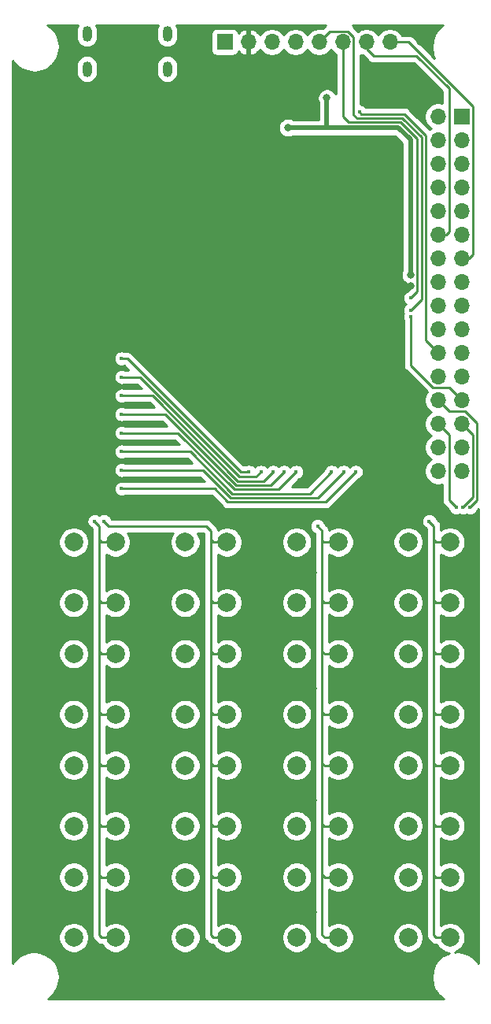
<source format=gbr>
%TF.GenerationSoftware,KiCad,Pcbnew,(5.1.10)-1*%
%TF.CreationDate,2024-04-20T07:30:15+09:00*%
%TF.ProjectId,KiCAD_BLEModuleDevTestBoard,4b694341-445f-4424-9c45-4d6f64756c65,rev?*%
%TF.SameCoordinates,Original*%
%TF.FileFunction,Copper,L2,Bot*%
%TF.FilePolarity,Positive*%
%FSLAX46Y46*%
G04 Gerber Fmt 4.6, Leading zero omitted, Abs format (unit mm)*
G04 Created by KiCad (PCBNEW (5.1.10)-1) date 2024-04-20 07:30:15*
%MOMM*%
%LPD*%
G01*
G04 APERTURE LIST*
%TA.AperFunction,ComponentPad*%
%ADD10C,2.000000*%
%TD*%
%TA.AperFunction,ComponentPad*%
%ADD11O,1.700000X1.700000*%
%TD*%
%TA.AperFunction,ComponentPad*%
%ADD12R,1.700000X1.700000*%
%TD*%
%TA.AperFunction,ComponentPad*%
%ADD13O,1.000000X1.700000*%
%TD*%
%TA.AperFunction,ViaPad*%
%ADD14C,0.800000*%
%TD*%
%TA.AperFunction,ViaPad*%
%ADD15C,0.400000*%
%TD*%
%TA.AperFunction,Conductor*%
%ADD16C,0.500000*%
%TD*%
%TA.AperFunction,Conductor*%
%ADD17C,0.250000*%
%TD*%
%TA.AperFunction,Conductor*%
%ADD18C,0.254000*%
%TD*%
%TA.AperFunction,Conductor*%
%ADD19C,0.100000*%
%TD*%
G04 APERTURE END LIST*
D10*
%TO.P,SW5,2*%
%TO.N,Net-(R13-Pad2)*%
X133750000Y-130250000D03*
%TO.P,SW5,1*%
%TO.N,Net-(D5-PadK)*%
X129250000Y-130250000D03*
%TO.P,SW5,2*%
%TO.N,Net-(R13-Pad2)*%
X133750000Y-123750000D03*
%TO.P,SW5,1*%
%TO.N,Net-(D5-PadK)*%
X129250000Y-123750000D03*
%TD*%
%TO.P,SW13,2*%
%TO.N,Net-(R13-Pad2)*%
X133750000Y-106250000D03*
%TO.P,SW13,1*%
%TO.N,Net-(D13-PadK)*%
X129250000Y-106250000D03*
%TO.P,SW13,2*%
%TO.N,Net-(R13-Pad2)*%
X133750000Y-99750000D03*
%TO.P,SW13,1*%
%TO.N,Net-(D13-PadK)*%
X129250000Y-99750000D03*
%TD*%
%TO.P,SW16,2*%
%TO.N,Net-(R16-Pad2)*%
X169750000Y-106250000D03*
%TO.P,SW16,1*%
%TO.N,Net-(D16-PadK)*%
X165250000Y-106250000D03*
%TO.P,SW16,2*%
%TO.N,Net-(R16-Pad2)*%
X169750000Y-99750000D03*
%TO.P,SW16,1*%
%TO.N,Net-(D16-PadK)*%
X165250000Y-99750000D03*
%TD*%
D11*
%TO.P,J1,8*%
%TO.N,P0.12*%
X163280000Y-46000000D03*
%TO.P,J1,7*%
%TO.N,P0.11*%
X160740000Y-46000000D03*
%TO.P,J1,6*%
%TO.N,SWD_CLK*%
X158200000Y-46000000D03*
%TO.P,J1,5*%
%TO.N,SWD_IO*%
X155660000Y-46000000D03*
%TO.P,J1,4*%
%TO.N,/~RESET*%
X153120000Y-46000000D03*
%TO.P,J1,3*%
%TO.N,+3.6V*%
X150580000Y-46000000D03*
%TO.P,J1,2*%
%TO.N,GNDPWR*%
X148040000Y-46000000D03*
D12*
%TO.P,J1,1*%
%TO.N,+5V*%
X145500000Y-46000000D03*
%TD*%
D10*
%TO.P,SW4,2*%
%TO.N,Net-(R16-Pad2)*%
X169750000Y-142250000D03*
%TO.P,SW4,1*%
%TO.N,Net-(D4-PadK)*%
X165250000Y-142250000D03*
%TO.P,SW4,2*%
%TO.N,Net-(R16-Pad2)*%
X169750000Y-135750000D03*
%TO.P,SW4,1*%
%TO.N,Net-(D4-PadK)*%
X165250000Y-135750000D03*
%TD*%
%TO.P,SW3,2*%
%TO.N,Net-(R15-Pad2)*%
X157750000Y-142250000D03*
%TO.P,SW3,1*%
%TO.N,Net-(D3-PadK)*%
X153250000Y-142250000D03*
%TO.P,SW3,2*%
%TO.N,Net-(R15-Pad2)*%
X157750000Y-135750000D03*
%TO.P,SW3,1*%
%TO.N,Net-(D3-PadK)*%
X153250000Y-135750000D03*
%TD*%
%TO.P,SW2,2*%
%TO.N,Net-(R14-Pad2)*%
X145750000Y-142250000D03*
%TO.P,SW2,1*%
%TO.N,Net-(D2-PadK)*%
X141250000Y-142250000D03*
%TO.P,SW2,2*%
%TO.N,Net-(R14-Pad2)*%
X145750000Y-135750000D03*
%TO.P,SW2,1*%
%TO.N,Net-(D2-PadK)*%
X141250000Y-135750000D03*
%TD*%
%TO.P,SW1,2*%
%TO.N,Net-(R13-Pad2)*%
X133750000Y-142250000D03*
%TO.P,SW1,1*%
%TO.N,Net-(D1-PadK)*%
X129250000Y-142250000D03*
%TO.P,SW1,2*%
%TO.N,Net-(R13-Pad2)*%
X133750000Y-135750000D03*
%TO.P,SW1,1*%
%TO.N,Net-(D1-PadK)*%
X129250000Y-135750000D03*
%TD*%
%TO.P,SW8,2*%
%TO.N,Net-(R16-Pad2)*%
X169750000Y-130250000D03*
%TO.P,SW8,1*%
%TO.N,Net-(D8-PadK)*%
X165250000Y-130250000D03*
%TO.P,SW8,2*%
%TO.N,Net-(R16-Pad2)*%
X169750000Y-123750000D03*
%TO.P,SW8,1*%
%TO.N,Net-(D8-PadK)*%
X165250000Y-123750000D03*
%TD*%
%TO.P,SW7,2*%
%TO.N,Net-(R15-Pad2)*%
X157750000Y-130250000D03*
%TO.P,SW7,1*%
%TO.N,Net-(D7-PadK)*%
X153250000Y-130250000D03*
%TO.P,SW7,2*%
%TO.N,Net-(R15-Pad2)*%
X157750000Y-123750000D03*
%TO.P,SW7,1*%
%TO.N,Net-(D7-PadK)*%
X153250000Y-123750000D03*
%TD*%
%TO.P,SW6,2*%
%TO.N,Net-(R14-Pad2)*%
X145750000Y-130250000D03*
%TO.P,SW6,1*%
%TO.N,Net-(D6-PadK)*%
X141250000Y-130250000D03*
%TO.P,SW6,2*%
%TO.N,Net-(R14-Pad2)*%
X145750000Y-123750000D03*
%TO.P,SW6,1*%
%TO.N,Net-(D6-PadK)*%
X141250000Y-123750000D03*
%TD*%
%TO.P,SW12,2*%
%TO.N,Net-(R16-Pad2)*%
X169750000Y-118250000D03*
%TO.P,SW12,1*%
%TO.N,Net-(D12-PadK)*%
X165250000Y-118250000D03*
%TO.P,SW12,2*%
%TO.N,Net-(R16-Pad2)*%
X169750000Y-111750000D03*
%TO.P,SW12,1*%
%TO.N,Net-(D12-PadK)*%
X165250000Y-111750000D03*
%TD*%
%TO.P,SW11,2*%
%TO.N,Net-(R15-Pad2)*%
X157750000Y-118250000D03*
%TO.P,SW11,1*%
%TO.N,Net-(D11-PadK)*%
X153250000Y-118250000D03*
%TO.P,SW11,2*%
%TO.N,Net-(R15-Pad2)*%
X157750000Y-111750000D03*
%TO.P,SW11,1*%
%TO.N,Net-(D11-PadK)*%
X153250000Y-111750000D03*
%TD*%
%TO.P,SW10,2*%
%TO.N,Net-(R14-Pad2)*%
X145750000Y-118250000D03*
%TO.P,SW10,1*%
%TO.N,Net-(D10-PadK)*%
X141250000Y-118250000D03*
%TO.P,SW10,2*%
%TO.N,Net-(R14-Pad2)*%
X145750000Y-111750000D03*
%TO.P,SW10,1*%
%TO.N,Net-(D10-PadK)*%
X141250000Y-111750000D03*
%TD*%
%TO.P,SW9,2*%
%TO.N,Net-(R13-Pad2)*%
X133750000Y-118250000D03*
%TO.P,SW9,1*%
%TO.N,Net-(D9-PadK)*%
X129250000Y-118250000D03*
%TO.P,SW9,2*%
%TO.N,Net-(R13-Pad2)*%
X133750000Y-111750000D03*
%TO.P,SW9,1*%
%TO.N,Net-(D9-PadK)*%
X129250000Y-111750000D03*
%TD*%
%TO.P,SW15,2*%
%TO.N,Net-(R15-Pad2)*%
X157750000Y-106250000D03*
%TO.P,SW15,1*%
%TO.N,Net-(D15-PadK)*%
X153250000Y-106250000D03*
%TO.P,SW15,2*%
%TO.N,Net-(R15-Pad2)*%
X157750000Y-99750000D03*
%TO.P,SW15,1*%
%TO.N,Net-(D15-PadK)*%
X153250000Y-99750000D03*
%TD*%
%TO.P,SW14,2*%
%TO.N,Net-(R14-Pad2)*%
X145750000Y-106250000D03*
%TO.P,SW14,1*%
%TO.N,Net-(D14-PadK)*%
X141250000Y-106250000D03*
%TO.P,SW14,2*%
%TO.N,Net-(R14-Pad2)*%
X145750000Y-99750000D03*
%TO.P,SW14,1*%
%TO.N,Net-(D14-PadK)*%
X141250000Y-99750000D03*
%TD*%
D13*
%TO.P,J3,*%
%TO.N,*%
X139320000Y-48900000D03*
X130680000Y-48900000D03*
X130680000Y-45100000D03*
X139320000Y-45100000D03*
%TD*%
D11*
%TO.P,J2,32*%
%TO.N,P0.31*%
X168460000Y-92100000D03*
%TO.P,J2,31*%
%TO.N,P0.30*%
X171000000Y-92100000D03*
%TO.P,J2,30*%
%TO.N,P0.29*%
X168460000Y-89560000D03*
%TO.P,J2,29*%
%TO.N,P0.28*%
X171000000Y-89560000D03*
%TO.P,J2,28*%
%TO.N,P0.27*%
X168460000Y-87020000D03*
%TO.P,J2,27*%
%TO.N,P0.26*%
X171000000Y-87020000D03*
%TO.P,J2,26*%
%TO.N,P0.25*%
X168460000Y-84480000D03*
%TO.P,J2,25*%
%TO.N,P0.24*%
X171000000Y-84480000D03*
%TO.P,J2,24*%
%TO.N,P0.23*%
X168460000Y-81940000D03*
%TO.P,J2,23*%
%TO.N,P0.22*%
X171000000Y-81940000D03*
%TO.P,J2,22*%
%TO.N,P0.21*%
X168460000Y-79400000D03*
%TO.P,J2,21*%
%TO.N,P0.20*%
X171000000Y-79400000D03*
%TO.P,J2,20*%
%TO.N,P0.19*%
X168460000Y-76860000D03*
%TO.P,J2,19*%
%TO.N,P0.18*%
X171000000Y-76860000D03*
%TO.P,J2,18*%
%TO.N,P0.17*%
X168460000Y-74320000D03*
%TO.P,J2,17*%
%TO.N,P0.16*%
X171000000Y-74320000D03*
%TO.P,J2,16*%
%TO.N,P0.15*%
X168460000Y-71780000D03*
%TO.P,J2,15*%
%TO.N,P0.14*%
X171000000Y-71780000D03*
%TO.P,J2,14*%
%TO.N,P0.13*%
X168460000Y-69240000D03*
%TO.P,J2,13*%
%TO.N,P0.12*%
X171000000Y-69240000D03*
%TO.P,J2,12*%
%TO.N,P0.11*%
X168460000Y-66700000D03*
%TO.P,J2,11*%
%TO.N,P0.10*%
X171000000Y-66700000D03*
%TO.P,J2,10*%
%TO.N,P0.09*%
X168460000Y-64160000D03*
%TO.P,J2,9*%
%TO.N,P0.08*%
X171000000Y-64160000D03*
%TO.P,J2,8*%
%TO.N,P0.07*%
X168460000Y-61620000D03*
%TO.P,J2,7*%
%TO.N,P0.06*%
X171000000Y-61620000D03*
%TO.P,J2,6*%
%TO.N,P0.05*%
X168460000Y-59080000D03*
%TO.P,J2,5*%
%TO.N,P0.04*%
X171000000Y-59080000D03*
%TO.P,J2,4*%
%TO.N,P0.03*%
X168460000Y-56540000D03*
%TO.P,J2,3*%
%TO.N,P0.02*%
X171000000Y-56540000D03*
%TO.P,J2,2*%
%TO.N,P0.01*%
X168460000Y-54000000D03*
D12*
%TO.P,J2,1*%
%TO.N,P0.00*%
X171000000Y-54000000D03*
%TD*%
D14*
%TO.N,GNDPWR*%
X124500000Y-68000000D03*
X135000000Y-75000000D03*
X165500000Y-72200000D03*
X138800000Y-51800000D03*
X128000000Y-50500000D03*
X123500000Y-71000000D03*
X162000000Y-93000000D03*
X137500000Y-95500000D03*
X137500000Y-79000000D03*
X127000000Y-79000000D03*
X127500000Y-95500000D03*
X125000000Y-50500000D03*
X166500000Y-46000000D03*
X131000000Y-103000000D03*
X143000000Y-103000000D03*
X155000000Y-103000000D03*
X167000000Y-103000000D03*
X131000000Y-115500000D03*
X143000000Y-115500000D03*
X155000000Y-115500000D03*
X167000000Y-115500000D03*
X131000000Y-127500000D03*
X143000000Y-127500000D03*
X155000000Y-127500000D03*
X167000000Y-127500000D03*
X131000000Y-139500000D03*
X143000000Y-139500000D03*
X155000000Y-139500000D03*
X167000000Y-139500000D03*
X141500000Y-68000000D03*
X167000000Y-50000000D03*
X148000000Y-50000000D03*
X143500000Y-52500000D03*
X166100000Y-88200000D03*
%TO.N,+3.6V*%
X165500000Y-71000000D03*
X156500000Y-52000000D03*
X152300000Y-55200000D03*
D15*
%TO.N,SWD_CLK*%
X165500000Y-73500000D03*
%TO.N,SWD_IO*%
X165500000Y-74800000D03*
%TO.N,P0.27*%
X170400000Y-96000000D03*
%TO.N,P0.26*%
X171100000Y-96000000D03*
%TO.N,P0.25*%
X171900000Y-96000000D03*
%TO.N,P0.24*%
X165500000Y-75500000D03*
%TO.N,P0.21*%
X160000000Y-53500000D03*
%TO.N,P0.15*%
X159600000Y-92200000D03*
X134400000Y-94000000D03*
%TO.N,P0.14*%
X158300000Y-92200000D03*
X134400000Y-92000000D03*
%TO.N,P0.13*%
X157000000Y-92200000D03*
X134400000Y-90000000D03*
%TO.N,P0.10*%
X134400000Y-88000000D03*
X153200000Y-92200000D03*
%TO.N,P0.09*%
X151900000Y-92200000D03*
X134400000Y-86000000D03*
%TO.N,P0.08*%
X150700000Y-92200000D03*
X134400000Y-84000000D03*
%TO.N,P0.07*%
X134400000Y-82000000D03*
X149400000Y-92200000D03*
%TO.N,P0.06*%
X148100000Y-92200000D03*
X134400000Y-80000000D03*
%TO.N,Net-(R13-Pad2)*%
X131500000Y-97500000D03*
%TO.N,Net-(R14-Pad2)*%
X132500000Y-97500000D03*
%TO.N,Net-(R15-Pad2)*%
X155500000Y-98025011D03*
%TO.N,Net-(R16-Pad2)*%
X167500011Y-97500011D03*
%TD*%
D16*
%TO.N,+3.6V*%
X165500000Y-71000000D02*
X165500000Y-56500000D01*
X165500000Y-56500000D02*
X164200000Y-55200000D01*
X164200000Y-55200000D02*
X161900000Y-55200000D01*
X156500000Y-55100000D02*
X156600000Y-55200000D01*
X156500000Y-52000000D02*
X156500000Y-55100000D01*
X156600000Y-55200000D02*
X156300000Y-55200000D01*
X159700000Y-55200000D02*
X152300000Y-55200000D01*
X156300000Y-55200000D02*
X152300000Y-55200000D01*
X161900000Y-55200000D02*
X159700000Y-55200000D01*
X159700000Y-55200000D02*
X156600000Y-55200000D01*
D17*
%TO.N,P0.12*%
X165285002Y-46000000D02*
X163280000Y-46000000D01*
X172175001Y-68824999D02*
X172175001Y-52889999D01*
X172175001Y-52889999D02*
X165285002Y-46000000D01*
X171760000Y-69240000D02*
X172175001Y-68824999D01*
X171000000Y-69240000D02*
X171760000Y-69240000D01*
%TO.N,P0.11*%
X169635001Y-66364999D02*
X169300000Y-66700000D01*
X169635001Y-50986409D02*
X169635001Y-66364999D01*
X166148592Y-47500000D02*
X169635001Y-50986409D01*
X161500000Y-47500000D02*
X166148592Y-47500000D01*
X169300000Y-66700000D02*
X168460000Y-66700000D01*
X160740000Y-46740000D02*
X161500000Y-47500000D01*
X160740000Y-46000000D02*
X160740000Y-46740000D01*
%TO.N,SWD_CLK*%
X158200000Y-46000000D02*
X158200000Y-52561381D01*
X158200000Y-52561381D02*
X158200000Y-54000000D01*
X166225001Y-72774999D02*
X165500000Y-73500000D01*
X166225001Y-56411815D02*
X166225001Y-72774999D01*
X164438176Y-54624990D02*
X166225001Y-56411815D01*
X158824990Y-54624990D02*
X164438176Y-54624990D01*
X158200000Y-54000000D02*
X158824990Y-54624990D01*
%TO.N,SWD_IO*%
X165500000Y-74800000D02*
X166675011Y-73624989D01*
X156835001Y-44824999D02*
X155660000Y-46000000D01*
X158764001Y-44824999D02*
X156835001Y-44824999D01*
X159375001Y-45435999D02*
X158764001Y-44824999D01*
X159375001Y-53811369D02*
X159375001Y-45435999D01*
X159738612Y-54174980D02*
X159375001Y-53811369D01*
X164624576Y-54174980D02*
X159738612Y-54174980D01*
X166675010Y-56225414D02*
X164624576Y-54174980D01*
X166675011Y-73624989D02*
X166675010Y-56225414D01*
%TO.N,P0.27*%
X169635001Y-88195001D02*
X168460000Y-87020000D01*
X169635001Y-95235001D02*
X169635001Y-88195001D01*
X170400000Y-96000000D02*
X169635001Y-95235001D01*
%TO.N,P0.26*%
X172175001Y-88195001D02*
X171000000Y-87020000D01*
X172175001Y-94924999D02*
X172175001Y-88195001D01*
X171100000Y-96000000D02*
X172175001Y-94924999D01*
%TO.N,P0.25*%
X171374003Y-85655001D02*
X169635001Y-85655001D01*
X172625011Y-86906009D02*
X171374003Y-85655001D01*
X172625011Y-95274989D02*
X172625011Y-86906009D01*
X169635001Y-85655001D02*
X168460000Y-84480000D01*
X171900000Y-96000000D02*
X172625011Y-95274989D01*
%TO.N,P0.24*%
X169635001Y-83115001D02*
X171000000Y-84480000D01*
X167895999Y-83115001D02*
X169635001Y-83115001D01*
X165500000Y-80719002D02*
X167895999Y-83115001D01*
X165500000Y-75500000D02*
X165500000Y-80719002D01*
%TO.N,P0.21*%
X165493003Y-54406997D02*
X164810976Y-53724970D01*
X168460000Y-79400000D02*
X167125021Y-78065021D01*
X167125021Y-78065021D02*
X167125020Y-56039014D01*
X164810976Y-53724970D02*
X160224970Y-53724970D01*
X167125020Y-56039014D02*
X165493003Y-54406997D01*
X160224970Y-53724970D02*
X160000000Y-53500000D01*
%TO.N,P0.15*%
X144400000Y-94000000D02*
X142400000Y-94000000D01*
X145825058Y-95425058D02*
X144400000Y-94000000D01*
X156374942Y-95425058D02*
X145825058Y-95425058D01*
X142400000Y-94000000D02*
X134400000Y-94000000D01*
X159600000Y-92200000D02*
X156374942Y-95425058D01*
%TO.N,P0.14*%
X141000000Y-92000000D02*
X134400000Y-92000000D01*
X143163590Y-92000000D02*
X141000000Y-92000000D01*
X146138637Y-94975047D02*
X143163590Y-92000000D01*
X155524952Y-94975048D02*
X146138637Y-94975047D01*
X158300000Y-92200000D02*
X155524952Y-94975048D01*
%TO.N,P0.13*%
X139200000Y-90000000D02*
X134400000Y-90000000D01*
X141800000Y-90000000D02*
X139200000Y-90000000D01*
X146325038Y-94525038D02*
X141800000Y-90000000D01*
X154674962Y-94525038D02*
X146325038Y-94525038D01*
X157000000Y-92200000D02*
X154674962Y-94525038D01*
%TO.N,P0.10*%
X140454360Y-88000000D02*
X137600000Y-88000000D01*
X146529389Y-94075029D02*
X140454360Y-88000000D01*
X151324972Y-94075028D02*
X146529389Y-94075029D01*
X137600000Y-88000000D02*
X134400000Y-88000000D01*
X153200000Y-92200000D02*
X151324972Y-94075028D01*
%TO.N,P0.09*%
X136800000Y-86000000D02*
X134400000Y-86000000D01*
X139090770Y-86000000D02*
X136800000Y-86000000D01*
X146715790Y-93625020D02*
X139090770Y-86000000D01*
X150474981Y-93625019D02*
X146715790Y-93625020D01*
X151900000Y-92200000D02*
X150474981Y-93625019D01*
%TO.N,P0.08*%
X134800000Y-84000000D02*
X134400000Y-84000000D01*
X137727180Y-84000000D02*
X134800000Y-84000000D01*
X146902191Y-93175011D02*
X137727180Y-84000000D01*
X149724990Y-93175010D02*
X146902191Y-93175011D01*
X150700000Y-92200000D02*
X149724990Y-93175010D01*
%TO.N,P0.07*%
X136363590Y-82000000D02*
X134400000Y-82000000D01*
X147088591Y-92725001D02*
X136363590Y-82000000D01*
X148874999Y-92725001D02*
X147088591Y-92725001D01*
X149400000Y-92200000D02*
X148874999Y-92725001D01*
%TO.N,P0.06*%
X147800000Y-92200000D02*
X148100000Y-92200000D01*
X147300000Y-92200000D02*
X147800000Y-92200000D01*
X135000000Y-80000000D02*
X134400000Y-80000000D01*
X147200000Y-92200000D02*
X135000000Y-80000000D01*
X147800000Y-92200000D02*
X147200000Y-92200000D01*
%TO.N,Net-(R13-Pad2)*%
X132000000Y-98000000D02*
X131500000Y-97500000D01*
X132250000Y-135750000D02*
X132000000Y-135500000D01*
X133750000Y-135750000D02*
X132250000Y-135750000D01*
X132250000Y-99750000D02*
X132000000Y-99500000D01*
X133750000Y-99750000D02*
X132250000Y-99750000D01*
X132000000Y-99500000D02*
X132000000Y-98000000D01*
X132250000Y-111750000D02*
X132000000Y-111500000D01*
X133750000Y-111750000D02*
X132250000Y-111750000D01*
X133750000Y-123750000D02*
X132250000Y-123750000D01*
X132250000Y-123750000D02*
X132000000Y-123500000D01*
X132250000Y-106250000D02*
X132000000Y-106000000D01*
X133750000Y-106250000D02*
X132250000Y-106250000D01*
X132000000Y-106000000D02*
X132000000Y-99500000D01*
X132000000Y-111500000D02*
X132000000Y-106000000D01*
X132250000Y-118250000D02*
X132000000Y-118000000D01*
X133750000Y-118250000D02*
X132250000Y-118250000D01*
X132000000Y-118000000D02*
X132000000Y-111500000D01*
X132000000Y-123500000D02*
X132000000Y-118000000D01*
X132250000Y-130250000D02*
X132000000Y-130000000D01*
X133750000Y-130250000D02*
X132250000Y-130250000D01*
X132000000Y-130000000D02*
X132000000Y-123500000D01*
X133750000Y-142250000D02*
X132250000Y-142250000D01*
X132000000Y-142000000D02*
X132000000Y-135000000D01*
X132250000Y-142250000D02*
X132000000Y-142000000D01*
X132000000Y-135000000D02*
X132000000Y-130000000D01*
X132000000Y-135500000D02*
X132000000Y-135000000D01*
%TO.N,Net-(R14-Pad2)*%
X133000000Y-98000000D02*
X143500000Y-98000000D01*
X143500000Y-98000000D02*
X144000000Y-98500000D01*
X132500000Y-97500000D02*
X133000000Y-98000000D01*
X144250000Y-135750000D02*
X144000000Y-135500000D01*
X145750000Y-135750000D02*
X144250000Y-135750000D01*
X144250000Y-123750000D02*
X144000000Y-123500000D01*
X145750000Y-123750000D02*
X144250000Y-123750000D01*
X144250000Y-111750000D02*
X144000000Y-111500000D01*
X145750000Y-111750000D02*
X144250000Y-111750000D01*
X144250000Y-99750000D02*
X144000000Y-99500000D01*
X145750000Y-99750000D02*
X144250000Y-99750000D01*
X144000000Y-98500000D02*
X144000000Y-99500000D01*
X145750000Y-142250000D02*
X144250000Y-142250000D01*
X144000000Y-142000000D02*
X144000000Y-134500000D01*
X144250000Y-142250000D02*
X144000000Y-142000000D01*
X144000000Y-134500000D02*
X144000000Y-135500000D01*
X144250000Y-130250000D02*
X144000000Y-130000000D01*
X145750000Y-130250000D02*
X144250000Y-130250000D01*
X144000000Y-130000000D02*
X144000000Y-134500000D01*
X144000000Y-123500000D02*
X144000000Y-130000000D01*
X144250000Y-118250000D02*
X144000000Y-118000000D01*
X145750000Y-118250000D02*
X144250000Y-118250000D01*
X144000000Y-118000000D02*
X144000000Y-123500000D01*
X144000000Y-111500000D02*
X144000000Y-118000000D01*
X144250000Y-106250000D02*
X144000000Y-106000000D01*
X145750000Y-106250000D02*
X144250000Y-106250000D01*
X144000000Y-106000000D02*
X144000000Y-111500000D01*
X144000000Y-99500000D02*
X144000000Y-106000000D01*
%TO.N,Net-(R15-Pad2)*%
X155500000Y-98025011D02*
X155974989Y-98500000D01*
X156250000Y-135750000D02*
X157750000Y-135750000D01*
X155974989Y-135474989D02*
X156250000Y-135750000D01*
X156199978Y-99750000D02*
X155974989Y-99525011D01*
X157750000Y-99750000D02*
X156199978Y-99750000D01*
X155974989Y-98500000D02*
X155974989Y-99525011D01*
X157750000Y-142250000D02*
X156250000Y-142250000D01*
X155974989Y-141974989D02*
X155974989Y-134525011D01*
X156250000Y-142250000D02*
X155974989Y-141974989D01*
X155974989Y-134525011D02*
X155974989Y-135474989D01*
X156199978Y-130250000D02*
X155974989Y-130025011D01*
X157750000Y-130250000D02*
X156199978Y-130250000D01*
X155974989Y-130025011D02*
X155974989Y-134525011D01*
X156199978Y-118250000D02*
X155974989Y-118025011D01*
X157750000Y-118250000D02*
X156199978Y-118250000D01*
X156250000Y-123750000D02*
X155974989Y-123474989D01*
X157750000Y-123750000D02*
X156250000Y-123750000D01*
X155974989Y-123474989D02*
X155974989Y-130025011D01*
X155974989Y-118025011D02*
X155974989Y-123474989D01*
X156199978Y-106250000D02*
X155974989Y-106025011D01*
X157750000Y-106250000D02*
X156199978Y-106250000D01*
X155974989Y-99525011D02*
X155974989Y-106025011D01*
X156250000Y-111750000D02*
X155974989Y-111474989D01*
X157750000Y-111750000D02*
X156250000Y-111750000D01*
X155974989Y-111474989D02*
X155974989Y-118025011D01*
X155974989Y-106025011D02*
X155974989Y-111474989D01*
%TO.N,Net-(R16-Pad2)*%
X167500011Y-97500011D02*
X168000000Y-98000000D01*
X168250000Y-135750000D02*
X168000000Y-135500000D01*
X169750000Y-135750000D02*
X168250000Y-135750000D01*
X169750000Y-99750000D02*
X168250000Y-99750000D01*
X168250000Y-99750000D02*
X168000000Y-99500000D01*
X168000000Y-98000000D02*
X168000000Y-99500000D01*
X169750000Y-142250000D02*
X168250000Y-142250000D01*
X168250000Y-142250000D02*
X168000000Y-142000000D01*
X168000000Y-134500000D02*
X168000000Y-135500000D01*
X168000000Y-142000000D02*
X168000000Y-134500000D01*
X168250000Y-130250000D02*
X168000000Y-130000000D01*
X169750000Y-130250000D02*
X168250000Y-130250000D01*
X168000000Y-130000000D02*
X168000000Y-134500000D01*
X168250000Y-123750000D02*
X168000000Y-123500000D01*
X169750000Y-123750000D02*
X168250000Y-123750000D01*
X168000000Y-123500000D02*
X168000000Y-130000000D01*
X168250000Y-118250000D02*
X168000000Y-118000000D01*
X169750000Y-118250000D02*
X168250000Y-118250000D01*
X168000000Y-118000000D02*
X168000000Y-123500000D01*
X168250000Y-106250000D02*
X168000000Y-106000000D01*
X169750000Y-106250000D02*
X168250000Y-106250000D01*
X168000000Y-99500000D02*
X168000000Y-106000000D01*
X168250000Y-111750000D02*
X168000000Y-111500000D01*
X169750000Y-111750000D02*
X168250000Y-111750000D01*
X168000000Y-111500000D02*
X168000000Y-118000000D01*
X168000000Y-106000000D02*
X168000000Y-111500000D01*
%TD*%
D18*
%TO.N,GNDPWR*%
X129626324Y-44313553D02*
X129561423Y-44527501D01*
X129545000Y-44694248D01*
X129545000Y-45505751D01*
X129561423Y-45672498D01*
X129626324Y-45886446D01*
X129731716Y-46083623D01*
X129873551Y-46256449D01*
X130046377Y-46398284D01*
X130243553Y-46503676D01*
X130457501Y-46568577D01*
X130680000Y-46590491D01*
X130902498Y-46568577D01*
X131116446Y-46503676D01*
X131313623Y-46398284D01*
X131486449Y-46256449D01*
X131628284Y-46083623D01*
X131733676Y-45886447D01*
X131798577Y-45672499D01*
X131815000Y-45505752D01*
X131815000Y-44694249D01*
X131798577Y-44527502D01*
X131733676Y-44313553D01*
X131678326Y-44210000D01*
X138321674Y-44210000D01*
X138266324Y-44313553D01*
X138201423Y-44527501D01*
X138185000Y-44694248D01*
X138185000Y-45505751D01*
X138201423Y-45672498D01*
X138266324Y-45886446D01*
X138371716Y-46083623D01*
X138513551Y-46256449D01*
X138686377Y-46398284D01*
X138883553Y-46503676D01*
X139097501Y-46568577D01*
X139320000Y-46590491D01*
X139542498Y-46568577D01*
X139756446Y-46503676D01*
X139953623Y-46398284D01*
X140126449Y-46256449D01*
X140268284Y-46083623D01*
X140373676Y-45886447D01*
X140438577Y-45672499D01*
X140455000Y-45505752D01*
X140455000Y-45150000D01*
X144011928Y-45150000D01*
X144011928Y-46850000D01*
X144024188Y-46974482D01*
X144060498Y-47094180D01*
X144119463Y-47204494D01*
X144198815Y-47301185D01*
X144295506Y-47380537D01*
X144405820Y-47439502D01*
X144525518Y-47475812D01*
X144650000Y-47488072D01*
X146350000Y-47488072D01*
X146474482Y-47475812D01*
X146594180Y-47439502D01*
X146704494Y-47380537D01*
X146801185Y-47301185D01*
X146880537Y-47204494D01*
X146939502Y-47094180D01*
X146963966Y-47013534D01*
X147039731Y-47097588D01*
X147273080Y-47271641D01*
X147535901Y-47396825D01*
X147683110Y-47441476D01*
X147913000Y-47320155D01*
X147913000Y-46127000D01*
X147893000Y-46127000D01*
X147893000Y-45873000D01*
X147913000Y-45873000D01*
X147913000Y-44679845D01*
X147683110Y-44558524D01*
X147535901Y-44603175D01*
X147273080Y-44728359D01*
X147039731Y-44902412D01*
X146963966Y-44986466D01*
X146939502Y-44905820D01*
X146880537Y-44795506D01*
X146801185Y-44698815D01*
X146704494Y-44619463D01*
X146594180Y-44560498D01*
X146474482Y-44524188D01*
X146350000Y-44511928D01*
X144650000Y-44511928D01*
X144525518Y-44524188D01*
X144405820Y-44560498D01*
X144295506Y-44619463D01*
X144198815Y-44698815D01*
X144119463Y-44795506D01*
X144060498Y-44905820D01*
X144024188Y-45025518D01*
X144011928Y-45150000D01*
X140455000Y-45150000D01*
X140455000Y-44694249D01*
X140438577Y-44527502D01*
X140373676Y-44313553D01*
X140318326Y-44210000D01*
X156386385Y-44210000D01*
X156295000Y-44284998D01*
X156271202Y-44313996D01*
X156026408Y-44558790D01*
X155806260Y-44515000D01*
X155513740Y-44515000D01*
X155226842Y-44572068D01*
X154956589Y-44684010D01*
X154713368Y-44846525D01*
X154506525Y-45053368D01*
X154390000Y-45227760D01*
X154273475Y-45053368D01*
X154066632Y-44846525D01*
X153823411Y-44684010D01*
X153553158Y-44572068D01*
X153266260Y-44515000D01*
X152973740Y-44515000D01*
X152686842Y-44572068D01*
X152416589Y-44684010D01*
X152173368Y-44846525D01*
X151966525Y-45053368D01*
X151850000Y-45227760D01*
X151733475Y-45053368D01*
X151526632Y-44846525D01*
X151283411Y-44684010D01*
X151013158Y-44572068D01*
X150726260Y-44515000D01*
X150433740Y-44515000D01*
X150146842Y-44572068D01*
X149876589Y-44684010D01*
X149633368Y-44846525D01*
X149426525Y-45053368D01*
X149304805Y-45235534D01*
X149235178Y-45118645D01*
X149040269Y-44902412D01*
X148806920Y-44728359D01*
X148544099Y-44603175D01*
X148396890Y-44558524D01*
X148167000Y-44679845D01*
X148167000Y-45873000D01*
X148187000Y-45873000D01*
X148187000Y-46127000D01*
X148167000Y-46127000D01*
X148167000Y-47320155D01*
X148396890Y-47441476D01*
X148544099Y-47396825D01*
X148806920Y-47271641D01*
X149040269Y-47097588D01*
X149235178Y-46881355D01*
X149304805Y-46764466D01*
X149426525Y-46946632D01*
X149633368Y-47153475D01*
X149876589Y-47315990D01*
X150146842Y-47427932D01*
X150433740Y-47485000D01*
X150726260Y-47485000D01*
X151013158Y-47427932D01*
X151283411Y-47315990D01*
X151526632Y-47153475D01*
X151733475Y-46946632D01*
X151850000Y-46772240D01*
X151966525Y-46946632D01*
X152173368Y-47153475D01*
X152416589Y-47315990D01*
X152686842Y-47427932D01*
X152973740Y-47485000D01*
X153266260Y-47485000D01*
X153553158Y-47427932D01*
X153823411Y-47315990D01*
X154066632Y-47153475D01*
X154273475Y-46946632D01*
X154390000Y-46772240D01*
X154506525Y-46946632D01*
X154713368Y-47153475D01*
X154956589Y-47315990D01*
X155226842Y-47427932D01*
X155513740Y-47485000D01*
X155806260Y-47485000D01*
X156093158Y-47427932D01*
X156363411Y-47315990D01*
X156606632Y-47153475D01*
X156813475Y-46946632D01*
X156930000Y-46772240D01*
X157046525Y-46946632D01*
X157253368Y-47153475D01*
X157440000Y-47278179D01*
X157440001Y-51564778D01*
X157417205Y-51509744D01*
X157303937Y-51340226D01*
X157159774Y-51196063D01*
X156990256Y-51082795D01*
X156801898Y-51004774D01*
X156601939Y-50965000D01*
X156398061Y-50965000D01*
X156198102Y-51004774D01*
X156009744Y-51082795D01*
X155840226Y-51196063D01*
X155696063Y-51340226D01*
X155582795Y-51509744D01*
X155504774Y-51698102D01*
X155465000Y-51898061D01*
X155465000Y-52101939D01*
X155504774Y-52301898D01*
X155582795Y-52490256D01*
X155615000Y-52538455D01*
X155615001Y-54315000D01*
X152838454Y-54315000D01*
X152790256Y-54282795D01*
X152601898Y-54204774D01*
X152401939Y-54165000D01*
X152198061Y-54165000D01*
X151998102Y-54204774D01*
X151809744Y-54282795D01*
X151640226Y-54396063D01*
X151496063Y-54540226D01*
X151382795Y-54709744D01*
X151304774Y-54898102D01*
X151265000Y-55098061D01*
X151265000Y-55301939D01*
X151304774Y-55501898D01*
X151382795Y-55690256D01*
X151496063Y-55859774D01*
X151640226Y-56003937D01*
X151809744Y-56117205D01*
X151998102Y-56195226D01*
X152198061Y-56235000D01*
X152401939Y-56235000D01*
X152601898Y-56195226D01*
X152790256Y-56117205D01*
X152838454Y-56085000D01*
X156556533Y-56085000D01*
X156599999Y-56089281D01*
X156643465Y-56085000D01*
X163833422Y-56085000D01*
X164615001Y-56866580D01*
X164615000Y-70461546D01*
X164582795Y-70509744D01*
X164504774Y-70698102D01*
X164465000Y-70898061D01*
X164465000Y-71101939D01*
X164504774Y-71301898D01*
X164582795Y-71490256D01*
X164696063Y-71659774D01*
X164840226Y-71803937D01*
X165009744Y-71917205D01*
X165198102Y-71995226D01*
X165398061Y-72035000D01*
X165465002Y-72035000D01*
X165465002Y-72460196D01*
X165208077Y-72717121D01*
X165104479Y-72760033D01*
X164967719Y-72851413D01*
X164851413Y-72967719D01*
X164760033Y-73104479D01*
X164697089Y-73256440D01*
X164665000Y-73417760D01*
X164665000Y-73582240D01*
X164697089Y-73743560D01*
X164760033Y-73895521D01*
X164851413Y-74032281D01*
X164967719Y-74148587D01*
X164969834Y-74150000D01*
X164967719Y-74151413D01*
X164851413Y-74267719D01*
X164760033Y-74404479D01*
X164697089Y-74556440D01*
X164665000Y-74717760D01*
X164665000Y-74882240D01*
X164697089Y-75043560D01*
X164741178Y-75150000D01*
X164697089Y-75256440D01*
X164665000Y-75417760D01*
X164665000Y-75582240D01*
X164697089Y-75743560D01*
X164740000Y-75847157D01*
X164740001Y-80681670D01*
X164736324Y-80719002D01*
X164740001Y-80756335D01*
X164750998Y-80867988D01*
X164764180Y-80911444D01*
X164794454Y-81011248D01*
X164865026Y-81143278D01*
X164936201Y-81230004D01*
X164960000Y-81259003D01*
X164988998Y-81282801D01*
X167279704Y-83573508D01*
X167144010Y-83776589D01*
X167032068Y-84046842D01*
X166975000Y-84333740D01*
X166975000Y-84626260D01*
X167032068Y-84913158D01*
X167144010Y-85183411D01*
X167306525Y-85426632D01*
X167513368Y-85633475D01*
X167687760Y-85750000D01*
X167513368Y-85866525D01*
X167306525Y-86073368D01*
X167144010Y-86316589D01*
X167032068Y-86586842D01*
X166975000Y-86873740D01*
X166975000Y-87166260D01*
X167032068Y-87453158D01*
X167144010Y-87723411D01*
X167306525Y-87966632D01*
X167513368Y-88173475D01*
X167687760Y-88290000D01*
X167513368Y-88406525D01*
X167306525Y-88613368D01*
X167144010Y-88856589D01*
X167032068Y-89126842D01*
X166975000Y-89413740D01*
X166975000Y-89706260D01*
X167032068Y-89993158D01*
X167144010Y-90263411D01*
X167306525Y-90506632D01*
X167513368Y-90713475D01*
X167687760Y-90830000D01*
X167513368Y-90946525D01*
X167306525Y-91153368D01*
X167144010Y-91396589D01*
X167032068Y-91666842D01*
X166975000Y-91953740D01*
X166975000Y-92246260D01*
X167032068Y-92533158D01*
X167144010Y-92803411D01*
X167306525Y-93046632D01*
X167513368Y-93253475D01*
X167756589Y-93415990D01*
X168026842Y-93527932D01*
X168313740Y-93585000D01*
X168606260Y-93585000D01*
X168875001Y-93531544D01*
X168875001Y-95197678D01*
X168871325Y-95235001D01*
X168875001Y-95272323D01*
X168875001Y-95272333D01*
X168885998Y-95383986D01*
X168925754Y-95515047D01*
X168929455Y-95527247D01*
X169000027Y-95659277D01*
X169039872Y-95707827D01*
X169095000Y-95775002D01*
X169124003Y-95798804D01*
X169617122Y-96291923D01*
X169660033Y-96395521D01*
X169751413Y-96532281D01*
X169867719Y-96648587D01*
X170004479Y-96739967D01*
X170156440Y-96802911D01*
X170317760Y-96835000D01*
X170482240Y-96835000D01*
X170643560Y-96802911D01*
X170750000Y-96758822D01*
X170856440Y-96802911D01*
X171017760Y-96835000D01*
X171182240Y-96835000D01*
X171343560Y-96802911D01*
X171495521Y-96739967D01*
X171500000Y-96736974D01*
X171504479Y-96739967D01*
X171656440Y-96802911D01*
X171817760Y-96835000D01*
X171982240Y-96835000D01*
X172143560Y-96802911D01*
X172295521Y-96739967D01*
X172432281Y-96648587D01*
X172548587Y-96532281D01*
X172639967Y-96395521D01*
X172682878Y-96291923D01*
X172790001Y-96184801D01*
X172790000Y-145009202D01*
X172399170Y-144520664D01*
X172389709Y-144510104D01*
X172370447Y-144494330D01*
X171770447Y-144094330D01*
X171747167Y-144082083D01*
X171247167Y-143882083D01*
X171217961Y-143874276D01*
X170517961Y-143774276D01*
X170512310Y-143773875D01*
X170509135Y-143773329D01*
X170505844Y-143773415D01*
X170500000Y-143773000D01*
X170492138Y-143773774D01*
X170484248Y-143773981D01*
X170282303Y-143799224D01*
X170524463Y-143698918D01*
X170792252Y-143519987D01*
X171019987Y-143292252D01*
X171198918Y-143024463D01*
X171322168Y-142726912D01*
X171385000Y-142411033D01*
X171385000Y-142088967D01*
X171322168Y-141773088D01*
X171198918Y-141475537D01*
X171019987Y-141207748D01*
X170792252Y-140980013D01*
X170524463Y-140801082D01*
X170226912Y-140677832D01*
X169911033Y-140615000D01*
X169588967Y-140615000D01*
X169273088Y-140677832D01*
X168975537Y-140801082D01*
X168760000Y-140945099D01*
X168760000Y-137054901D01*
X168975537Y-137198918D01*
X169273088Y-137322168D01*
X169588967Y-137385000D01*
X169911033Y-137385000D01*
X170226912Y-137322168D01*
X170524463Y-137198918D01*
X170792252Y-137019987D01*
X171019987Y-136792252D01*
X171198918Y-136524463D01*
X171322168Y-136226912D01*
X171385000Y-135911033D01*
X171385000Y-135588967D01*
X171322168Y-135273088D01*
X171198918Y-134975537D01*
X171019987Y-134707748D01*
X170792252Y-134480013D01*
X170524463Y-134301082D01*
X170226912Y-134177832D01*
X169911033Y-134115000D01*
X169588967Y-134115000D01*
X169273088Y-134177832D01*
X168975537Y-134301082D01*
X168760000Y-134445099D01*
X168760000Y-131554901D01*
X168975537Y-131698918D01*
X169273088Y-131822168D01*
X169588967Y-131885000D01*
X169911033Y-131885000D01*
X170226912Y-131822168D01*
X170524463Y-131698918D01*
X170792252Y-131519987D01*
X171019987Y-131292252D01*
X171198918Y-131024463D01*
X171322168Y-130726912D01*
X171385000Y-130411033D01*
X171385000Y-130088967D01*
X171322168Y-129773088D01*
X171198918Y-129475537D01*
X171019987Y-129207748D01*
X170792252Y-128980013D01*
X170524463Y-128801082D01*
X170226912Y-128677832D01*
X169911033Y-128615000D01*
X169588967Y-128615000D01*
X169273088Y-128677832D01*
X168975537Y-128801082D01*
X168760000Y-128945099D01*
X168760000Y-125054901D01*
X168975537Y-125198918D01*
X169273088Y-125322168D01*
X169588967Y-125385000D01*
X169911033Y-125385000D01*
X170226912Y-125322168D01*
X170524463Y-125198918D01*
X170792252Y-125019987D01*
X171019987Y-124792252D01*
X171198918Y-124524463D01*
X171322168Y-124226912D01*
X171385000Y-123911033D01*
X171385000Y-123588967D01*
X171322168Y-123273088D01*
X171198918Y-122975537D01*
X171019987Y-122707748D01*
X170792252Y-122480013D01*
X170524463Y-122301082D01*
X170226912Y-122177832D01*
X169911033Y-122115000D01*
X169588967Y-122115000D01*
X169273088Y-122177832D01*
X168975537Y-122301082D01*
X168760000Y-122445099D01*
X168760000Y-119554901D01*
X168975537Y-119698918D01*
X169273088Y-119822168D01*
X169588967Y-119885000D01*
X169911033Y-119885000D01*
X170226912Y-119822168D01*
X170524463Y-119698918D01*
X170792252Y-119519987D01*
X171019987Y-119292252D01*
X171198918Y-119024463D01*
X171322168Y-118726912D01*
X171385000Y-118411033D01*
X171385000Y-118088967D01*
X171322168Y-117773088D01*
X171198918Y-117475537D01*
X171019987Y-117207748D01*
X170792252Y-116980013D01*
X170524463Y-116801082D01*
X170226912Y-116677832D01*
X169911033Y-116615000D01*
X169588967Y-116615000D01*
X169273088Y-116677832D01*
X168975537Y-116801082D01*
X168760000Y-116945099D01*
X168760000Y-113054901D01*
X168975537Y-113198918D01*
X169273088Y-113322168D01*
X169588967Y-113385000D01*
X169911033Y-113385000D01*
X170226912Y-113322168D01*
X170524463Y-113198918D01*
X170792252Y-113019987D01*
X171019987Y-112792252D01*
X171198918Y-112524463D01*
X171322168Y-112226912D01*
X171385000Y-111911033D01*
X171385000Y-111588967D01*
X171322168Y-111273088D01*
X171198918Y-110975537D01*
X171019987Y-110707748D01*
X170792252Y-110480013D01*
X170524463Y-110301082D01*
X170226912Y-110177832D01*
X169911033Y-110115000D01*
X169588967Y-110115000D01*
X169273088Y-110177832D01*
X168975537Y-110301082D01*
X168760000Y-110445099D01*
X168760000Y-107554901D01*
X168975537Y-107698918D01*
X169273088Y-107822168D01*
X169588967Y-107885000D01*
X169911033Y-107885000D01*
X170226912Y-107822168D01*
X170524463Y-107698918D01*
X170792252Y-107519987D01*
X171019987Y-107292252D01*
X171198918Y-107024463D01*
X171322168Y-106726912D01*
X171385000Y-106411033D01*
X171385000Y-106088967D01*
X171322168Y-105773088D01*
X171198918Y-105475537D01*
X171019987Y-105207748D01*
X170792252Y-104980013D01*
X170524463Y-104801082D01*
X170226912Y-104677832D01*
X169911033Y-104615000D01*
X169588967Y-104615000D01*
X169273088Y-104677832D01*
X168975537Y-104801082D01*
X168760000Y-104945099D01*
X168760000Y-101054901D01*
X168975537Y-101198918D01*
X169273088Y-101322168D01*
X169588967Y-101385000D01*
X169911033Y-101385000D01*
X170226912Y-101322168D01*
X170524463Y-101198918D01*
X170792252Y-101019987D01*
X171019987Y-100792252D01*
X171198918Y-100524463D01*
X171322168Y-100226912D01*
X171385000Y-99911033D01*
X171385000Y-99588967D01*
X171322168Y-99273088D01*
X171198918Y-98975537D01*
X171019987Y-98707748D01*
X170792252Y-98480013D01*
X170524463Y-98301082D01*
X170226912Y-98177832D01*
X169911033Y-98115000D01*
X169588967Y-98115000D01*
X169273088Y-98177832D01*
X168975537Y-98301082D01*
X168760000Y-98445099D01*
X168760000Y-98037322D01*
X168763676Y-97999999D01*
X168760000Y-97962676D01*
X168760000Y-97962667D01*
X168749003Y-97851014D01*
X168705546Y-97707753D01*
X168634974Y-97575724D01*
X168540001Y-97459999D01*
X168510998Y-97436197D01*
X168282890Y-97208089D01*
X168239978Y-97104490D01*
X168148598Y-96967730D01*
X168032292Y-96851424D01*
X167895532Y-96760044D01*
X167743571Y-96697100D01*
X167582251Y-96665011D01*
X167417771Y-96665011D01*
X167256451Y-96697100D01*
X167104490Y-96760044D01*
X166967730Y-96851424D01*
X166851424Y-96967730D01*
X166760044Y-97104490D01*
X166697100Y-97256451D01*
X166665011Y-97417771D01*
X166665011Y-97582251D01*
X166697100Y-97743571D01*
X166760044Y-97895532D01*
X166851424Y-98032292D01*
X166967730Y-98148598D01*
X167104490Y-98239978D01*
X167208089Y-98282890D01*
X167240000Y-98314801D01*
X167240001Y-99462658D01*
X167240000Y-99462668D01*
X167240000Y-99462678D01*
X167236324Y-99500000D01*
X167240000Y-99537323D01*
X167240001Y-105962658D01*
X167240000Y-105962668D01*
X167240000Y-105962678D01*
X167236324Y-106000000D01*
X167240000Y-106037323D01*
X167240001Y-111462658D01*
X167240000Y-111462668D01*
X167240000Y-111462678D01*
X167236324Y-111500000D01*
X167240000Y-111537323D01*
X167240001Y-117962658D01*
X167240000Y-117962668D01*
X167240000Y-117962678D01*
X167236324Y-118000000D01*
X167240000Y-118037323D01*
X167240001Y-123462658D01*
X167240000Y-123462668D01*
X167240000Y-123462678D01*
X167236324Y-123500000D01*
X167240000Y-123537323D01*
X167240001Y-129962658D01*
X167240000Y-129962668D01*
X167240000Y-129962678D01*
X167236324Y-130000000D01*
X167240000Y-130037323D01*
X167240001Y-134462658D01*
X167240000Y-134462668D01*
X167240001Y-135000997D01*
X167240001Y-135462669D01*
X167236324Y-135500000D01*
X167240001Y-135537331D01*
X167240000Y-141962678D01*
X167236324Y-142000000D01*
X167240000Y-142037322D01*
X167240000Y-142037332D01*
X167250997Y-142148985D01*
X167294454Y-142292246D01*
X167365026Y-142424276D01*
X167404871Y-142472826D01*
X167459999Y-142540001D01*
X167489002Y-142563803D01*
X167686200Y-142761002D01*
X167709999Y-142790001D01*
X167825724Y-142884974D01*
X167957753Y-142955546D01*
X168101014Y-142999003D01*
X168212667Y-143010000D01*
X168212676Y-143010000D01*
X168249999Y-143013676D01*
X168287322Y-143010000D01*
X168295091Y-143010000D01*
X168301082Y-143024463D01*
X168480013Y-143292252D01*
X168707748Y-143519987D01*
X168975537Y-143698918D01*
X169273088Y-143822168D01*
X169588967Y-143885000D01*
X169646883Y-143885000D01*
X169643204Y-143886408D01*
X169043204Y-144186408D01*
X169020664Y-144200830D01*
X168520664Y-144600830D01*
X168510104Y-144610291D01*
X168494330Y-144629553D01*
X168094330Y-145229553D01*
X168082083Y-145252833D01*
X167882083Y-145752833D01*
X167874276Y-145782039D01*
X167774276Y-146482039D01*
X167773875Y-146487690D01*
X167773329Y-146490865D01*
X167773415Y-146494156D01*
X167773000Y-146500000D01*
X167773774Y-146507862D01*
X167773981Y-146515752D01*
X167873981Y-147315752D01*
X167877510Y-147333544D01*
X167886408Y-147356796D01*
X168186408Y-147956796D01*
X168200830Y-147979336D01*
X168600830Y-148479336D01*
X168610291Y-148489896D01*
X168629553Y-148505670D01*
X169056048Y-148790000D01*
X126490799Y-148790000D01*
X126979336Y-148399170D01*
X126989896Y-148389709D01*
X127005670Y-148370447D01*
X127405670Y-147770447D01*
X127417917Y-147747167D01*
X127617917Y-147247167D01*
X127625724Y-147217961D01*
X127725724Y-146517961D01*
X127726125Y-146512310D01*
X127726671Y-146509135D01*
X127726585Y-146505844D01*
X127727000Y-146500000D01*
X127726226Y-146492138D01*
X127726019Y-146484248D01*
X127626019Y-145684248D01*
X127622490Y-145666456D01*
X127613592Y-145643204D01*
X127313592Y-145043204D01*
X127299170Y-145020664D01*
X126899170Y-144520664D01*
X126889709Y-144510104D01*
X126870447Y-144494330D01*
X126270447Y-144094330D01*
X126247167Y-144082083D01*
X125747167Y-143882083D01*
X125717961Y-143874276D01*
X125017961Y-143774276D01*
X125012310Y-143773875D01*
X125009135Y-143773329D01*
X125005844Y-143773415D01*
X125000000Y-143773000D01*
X124992138Y-143773774D01*
X124984248Y-143773981D01*
X124184248Y-143873981D01*
X124166456Y-143877510D01*
X124143204Y-143886408D01*
X123543204Y-144186408D01*
X123520664Y-144200830D01*
X123020664Y-144600830D01*
X123010104Y-144610291D01*
X122994330Y-144629553D01*
X122710000Y-145056048D01*
X122710000Y-142088967D01*
X127615000Y-142088967D01*
X127615000Y-142411033D01*
X127677832Y-142726912D01*
X127801082Y-143024463D01*
X127980013Y-143292252D01*
X128207748Y-143519987D01*
X128475537Y-143698918D01*
X128773088Y-143822168D01*
X129088967Y-143885000D01*
X129411033Y-143885000D01*
X129726912Y-143822168D01*
X130024463Y-143698918D01*
X130292252Y-143519987D01*
X130519987Y-143292252D01*
X130698918Y-143024463D01*
X130822168Y-142726912D01*
X130885000Y-142411033D01*
X130885000Y-142088967D01*
X130822168Y-141773088D01*
X130698918Y-141475537D01*
X130519987Y-141207748D01*
X130292252Y-140980013D01*
X130024463Y-140801082D01*
X129726912Y-140677832D01*
X129411033Y-140615000D01*
X129088967Y-140615000D01*
X128773088Y-140677832D01*
X128475537Y-140801082D01*
X128207748Y-140980013D01*
X127980013Y-141207748D01*
X127801082Y-141475537D01*
X127677832Y-141773088D01*
X127615000Y-142088967D01*
X122710000Y-142088967D01*
X122710000Y-135588967D01*
X127615000Y-135588967D01*
X127615000Y-135911033D01*
X127677832Y-136226912D01*
X127801082Y-136524463D01*
X127980013Y-136792252D01*
X128207748Y-137019987D01*
X128475537Y-137198918D01*
X128773088Y-137322168D01*
X129088967Y-137385000D01*
X129411033Y-137385000D01*
X129726912Y-137322168D01*
X130024463Y-137198918D01*
X130292252Y-137019987D01*
X130519987Y-136792252D01*
X130698918Y-136524463D01*
X130822168Y-136226912D01*
X130885000Y-135911033D01*
X130885000Y-135588967D01*
X130822168Y-135273088D01*
X130698918Y-134975537D01*
X130519987Y-134707748D01*
X130292252Y-134480013D01*
X130024463Y-134301082D01*
X129726912Y-134177832D01*
X129411033Y-134115000D01*
X129088967Y-134115000D01*
X128773088Y-134177832D01*
X128475537Y-134301082D01*
X128207748Y-134480013D01*
X127980013Y-134707748D01*
X127801082Y-134975537D01*
X127677832Y-135273088D01*
X127615000Y-135588967D01*
X122710000Y-135588967D01*
X122710000Y-130088967D01*
X127615000Y-130088967D01*
X127615000Y-130411033D01*
X127677832Y-130726912D01*
X127801082Y-131024463D01*
X127980013Y-131292252D01*
X128207748Y-131519987D01*
X128475537Y-131698918D01*
X128773088Y-131822168D01*
X129088967Y-131885000D01*
X129411033Y-131885000D01*
X129726912Y-131822168D01*
X130024463Y-131698918D01*
X130292252Y-131519987D01*
X130519987Y-131292252D01*
X130698918Y-131024463D01*
X130822168Y-130726912D01*
X130885000Y-130411033D01*
X130885000Y-130088967D01*
X130822168Y-129773088D01*
X130698918Y-129475537D01*
X130519987Y-129207748D01*
X130292252Y-128980013D01*
X130024463Y-128801082D01*
X129726912Y-128677832D01*
X129411033Y-128615000D01*
X129088967Y-128615000D01*
X128773088Y-128677832D01*
X128475537Y-128801082D01*
X128207748Y-128980013D01*
X127980013Y-129207748D01*
X127801082Y-129475537D01*
X127677832Y-129773088D01*
X127615000Y-130088967D01*
X122710000Y-130088967D01*
X122710000Y-123588967D01*
X127615000Y-123588967D01*
X127615000Y-123911033D01*
X127677832Y-124226912D01*
X127801082Y-124524463D01*
X127980013Y-124792252D01*
X128207748Y-125019987D01*
X128475537Y-125198918D01*
X128773088Y-125322168D01*
X129088967Y-125385000D01*
X129411033Y-125385000D01*
X129726912Y-125322168D01*
X130024463Y-125198918D01*
X130292252Y-125019987D01*
X130519987Y-124792252D01*
X130698918Y-124524463D01*
X130822168Y-124226912D01*
X130885000Y-123911033D01*
X130885000Y-123588967D01*
X130822168Y-123273088D01*
X130698918Y-122975537D01*
X130519987Y-122707748D01*
X130292252Y-122480013D01*
X130024463Y-122301082D01*
X129726912Y-122177832D01*
X129411033Y-122115000D01*
X129088967Y-122115000D01*
X128773088Y-122177832D01*
X128475537Y-122301082D01*
X128207748Y-122480013D01*
X127980013Y-122707748D01*
X127801082Y-122975537D01*
X127677832Y-123273088D01*
X127615000Y-123588967D01*
X122710000Y-123588967D01*
X122710000Y-118088967D01*
X127615000Y-118088967D01*
X127615000Y-118411033D01*
X127677832Y-118726912D01*
X127801082Y-119024463D01*
X127980013Y-119292252D01*
X128207748Y-119519987D01*
X128475537Y-119698918D01*
X128773088Y-119822168D01*
X129088967Y-119885000D01*
X129411033Y-119885000D01*
X129726912Y-119822168D01*
X130024463Y-119698918D01*
X130292252Y-119519987D01*
X130519987Y-119292252D01*
X130698918Y-119024463D01*
X130822168Y-118726912D01*
X130885000Y-118411033D01*
X130885000Y-118088967D01*
X130822168Y-117773088D01*
X130698918Y-117475537D01*
X130519987Y-117207748D01*
X130292252Y-116980013D01*
X130024463Y-116801082D01*
X129726912Y-116677832D01*
X129411033Y-116615000D01*
X129088967Y-116615000D01*
X128773088Y-116677832D01*
X128475537Y-116801082D01*
X128207748Y-116980013D01*
X127980013Y-117207748D01*
X127801082Y-117475537D01*
X127677832Y-117773088D01*
X127615000Y-118088967D01*
X122710000Y-118088967D01*
X122710000Y-111588967D01*
X127615000Y-111588967D01*
X127615000Y-111911033D01*
X127677832Y-112226912D01*
X127801082Y-112524463D01*
X127980013Y-112792252D01*
X128207748Y-113019987D01*
X128475537Y-113198918D01*
X128773088Y-113322168D01*
X129088967Y-113385000D01*
X129411033Y-113385000D01*
X129726912Y-113322168D01*
X130024463Y-113198918D01*
X130292252Y-113019987D01*
X130519987Y-112792252D01*
X130698918Y-112524463D01*
X130822168Y-112226912D01*
X130885000Y-111911033D01*
X130885000Y-111588967D01*
X130822168Y-111273088D01*
X130698918Y-110975537D01*
X130519987Y-110707748D01*
X130292252Y-110480013D01*
X130024463Y-110301082D01*
X129726912Y-110177832D01*
X129411033Y-110115000D01*
X129088967Y-110115000D01*
X128773088Y-110177832D01*
X128475537Y-110301082D01*
X128207748Y-110480013D01*
X127980013Y-110707748D01*
X127801082Y-110975537D01*
X127677832Y-111273088D01*
X127615000Y-111588967D01*
X122710000Y-111588967D01*
X122710000Y-106088967D01*
X127615000Y-106088967D01*
X127615000Y-106411033D01*
X127677832Y-106726912D01*
X127801082Y-107024463D01*
X127980013Y-107292252D01*
X128207748Y-107519987D01*
X128475537Y-107698918D01*
X128773088Y-107822168D01*
X129088967Y-107885000D01*
X129411033Y-107885000D01*
X129726912Y-107822168D01*
X130024463Y-107698918D01*
X130292252Y-107519987D01*
X130519987Y-107292252D01*
X130698918Y-107024463D01*
X130822168Y-106726912D01*
X130885000Y-106411033D01*
X130885000Y-106088967D01*
X130822168Y-105773088D01*
X130698918Y-105475537D01*
X130519987Y-105207748D01*
X130292252Y-104980013D01*
X130024463Y-104801082D01*
X129726912Y-104677832D01*
X129411033Y-104615000D01*
X129088967Y-104615000D01*
X128773088Y-104677832D01*
X128475537Y-104801082D01*
X128207748Y-104980013D01*
X127980013Y-105207748D01*
X127801082Y-105475537D01*
X127677832Y-105773088D01*
X127615000Y-106088967D01*
X122710000Y-106088967D01*
X122710000Y-99588967D01*
X127615000Y-99588967D01*
X127615000Y-99911033D01*
X127677832Y-100226912D01*
X127801082Y-100524463D01*
X127980013Y-100792252D01*
X128207748Y-101019987D01*
X128475537Y-101198918D01*
X128773088Y-101322168D01*
X129088967Y-101385000D01*
X129411033Y-101385000D01*
X129726912Y-101322168D01*
X130024463Y-101198918D01*
X130292252Y-101019987D01*
X130519987Y-100792252D01*
X130698918Y-100524463D01*
X130822168Y-100226912D01*
X130885000Y-99911033D01*
X130885000Y-99588967D01*
X130822168Y-99273088D01*
X130698918Y-98975537D01*
X130519987Y-98707748D01*
X130292252Y-98480013D01*
X130024463Y-98301082D01*
X129726912Y-98177832D01*
X129411033Y-98115000D01*
X129088967Y-98115000D01*
X128773088Y-98177832D01*
X128475537Y-98301082D01*
X128207748Y-98480013D01*
X127980013Y-98707748D01*
X127801082Y-98975537D01*
X127677832Y-99273088D01*
X127615000Y-99588967D01*
X122710000Y-99588967D01*
X122710000Y-97417760D01*
X130665000Y-97417760D01*
X130665000Y-97582240D01*
X130697089Y-97743560D01*
X130760033Y-97895521D01*
X130851413Y-98032281D01*
X130967719Y-98148587D01*
X131104479Y-98239967D01*
X131208078Y-98282879D01*
X131240001Y-98314802D01*
X131240000Y-99462677D01*
X131236324Y-99500000D01*
X131240000Y-99537322D01*
X131240000Y-99537332D01*
X131240001Y-99537342D01*
X131240000Y-105962677D01*
X131236324Y-106000000D01*
X131240000Y-106037322D01*
X131240000Y-106037332D01*
X131240001Y-106037342D01*
X131240000Y-111462677D01*
X131236324Y-111500000D01*
X131240000Y-111537322D01*
X131240000Y-111537332D01*
X131240001Y-111537342D01*
X131240000Y-117962677D01*
X131236324Y-118000000D01*
X131240000Y-118037322D01*
X131240000Y-118037332D01*
X131240001Y-118037342D01*
X131240000Y-123462677D01*
X131236324Y-123500000D01*
X131240000Y-123537322D01*
X131240000Y-123537332D01*
X131240001Y-123537342D01*
X131240000Y-129962677D01*
X131236324Y-130000000D01*
X131240000Y-130037322D01*
X131240000Y-130037332D01*
X131240001Y-130037342D01*
X131240000Y-134962667D01*
X131240000Y-135462678D01*
X131236324Y-135500000D01*
X131240000Y-135537322D01*
X131240000Y-135537332D01*
X131240001Y-135537341D01*
X131240000Y-141962677D01*
X131236324Y-142000000D01*
X131240000Y-142037322D01*
X131240000Y-142037332D01*
X131250997Y-142148985D01*
X131294454Y-142292246D01*
X131365026Y-142424276D01*
X131404871Y-142472826D01*
X131459999Y-142540001D01*
X131489002Y-142563803D01*
X131686200Y-142761002D01*
X131709999Y-142790001D01*
X131825724Y-142884974D01*
X131957753Y-142955546D01*
X132101014Y-142999003D01*
X132212667Y-143010000D01*
X132212676Y-143010000D01*
X132249999Y-143013676D01*
X132287322Y-143010000D01*
X132295091Y-143010000D01*
X132301082Y-143024463D01*
X132480013Y-143292252D01*
X132707748Y-143519987D01*
X132975537Y-143698918D01*
X133273088Y-143822168D01*
X133588967Y-143885000D01*
X133911033Y-143885000D01*
X134226912Y-143822168D01*
X134524463Y-143698918D01*
X134792252Y-143519987D01*
X135019987Y-143292252D01*
X135198918Y-143024463D01*
X135322168Y-142726912D01*
X135385000Y-142411033D01*
X135385000Y-142088967D01*
X139615000Y-142088967D01*
X139615000Y-142411033D01*
X139677832Y-142726912D01*
X139801082Y-143024463D01*
X139980013Y-143292252D01*
X140207748Y-143519987D01*
X140475537Y-143698918D01*
X140773088Y-143822168D01*
X141088967Y-143885000D01*
X141411033Y-143885000D01*
X141726912Y-143822168D01*
X142024463Y-143698918D01*
X142292252Y-143519987D01*
X142519987Y-143292252D01*
X142698918Y-143024463D01*
X142822168Y-142726912D01*
X142885000Y-142411033D01*
X142885000Y-142088967D01*
X142822168Y-141773088D01*
X142698918Y-141475537D01*
X142519987Y-141207748D01*
X142292252Y-140980013D01*
X142024463Y-140801082D01*
X141726912Y-140677832D01*
X141411033Y-140615000D01*
X141088967Y-140615000D01*
X140773088Y-140677832D01*
X140475537Y-140801082D01*
X140207748Y-140980013D01*
X139980013Y-141207748D01*
X139801082Y-141475537D01*
X139677832Y-141773088D01*
X139615000Y-142088967D01*
X135385000Y-142088967D01*
X135322168Y-141773088D01*
X135198918Y-141475537D01*
X135019987Y-141207748D01*
X134792252Y-140980013D01*
X134524463Y-140801082D01*
X134226912Y-140677832D01*
X133911033Y-140615000D01*
X133588967Y-140615000D01*
X133273088Y-140677832D01*
X132975537Y-140801082D01*
X132760000Y-140945099D01*
X132760000Y-137054901D01*
X132975537Y-137198918D01*
X133273088Y-137322168D01*
X133588967Y-137385000D01*
X133911033Y-137385000D01*
X134226912Y-137322168D01*
X134524463Y-137198918D01*
X134792252Y-137019987D01*
X135019987Y-136792252D01*
X135198918Y-136524463D01*
X135322168Y-136226912D01*
X135385000Y-135911033D01*
X135385000Y-135588967D01*
X139615000Y-135588967D01*
X139615000Y-135911033D01*
X139677832Y-136226912D01*
X139801082Y-136524463D01*
X139980013Y-136792252D01*
X140207748Y-137019987D01*
X140475537Y-137198918D01*
X140773088Y-137322168D01*
X141088967Y-137385000D01*
X141411033Y-137385000D01*
X141726912Y-137322168D01*
X142024463Y-137198918D01*
X142292252Y-137019987D01*
X142519987Y-136792252D01*
X142698918Y-136524463D01*
X142822168Y-136226912D01*
X142885000Y-135911033D01*
X142885000Y-135588967D01*
X142822168Y-135273088D01*
X142698918Y-134975537D01*
X142519987Y-134707748D01*
X142292252Y-134480013D01*
X142024463Y-134301082D01*
X141726912Y-134177832D01*
X141411033Y-134115000D01*
X141088967Y-134115000D01*
X140773088Y-134177832D01*
X140475537Y-134301082D01*
X140207748Y-134480013D01*
X139980013Y-134707748D01*
X139801082Y-134975537D01*
X139677832Y-135273088D01*
X139615000Y-135588967D01*
X135385000Y-135588967D01*
X135322168Y-135273088D01*
X135198918Y-134975537D01*
X135019987Y-134707748D01*
X134792252Y-134480013D01*
X134524463Y-134301082D01*
X134226912Y-134177832D01*
X133911033Y-134115000D01*
X133588967Y-134115000D01*
X133273088Y-134177832D01*
X132975537Y-134301082D01*
X132760000Y-134445099D01*
X132760000Y-131554901D01*
X132975537Y-131698918D01*
X133273088Y-131822168D01*
X133588967Y-131885000D01*
X133911033Y-131885000D01*
X134226912Y-131822168D01*
X134524463Y-131698918D01*
X134792252Y-131519987D01*
X135019987Y-131292252D01*
X135198918Y-131024463D01*
X135322168Y-130726912D01*
X135385000Y-130411033D01*
X135385000Y-130088967D01*
X139615000Y-130088967D01*
X139615000Y-130411033D01*
X139677832Y-130726912D01*
X139801082Y-131024463D01*
X139980013Y-131292252D01*
X140207748Y-131519987D01*
X140475537Y-131698918D01*
X140773088Y-131822168D01*
X141088967Y-131885000D01*
X141411033Y-131885000D01*
X141726912Y-131822168D01*
X142024463Y-131698918D01*
X142292252Y-131519987D01*
X142519987Y-131292252D01*
X142698918Y-131024463D01*
X142822168Y-130726912D01*
X142885000Y-130411033D01*
X142885000Y-130088967D01*
X142822168Y-129773088D01*
X142698918Y-129475537D01*
X142519987Y-129207748D01*
X142292252Y-128980013D01*
X142024463Y-128801082D01*
X141726912Y-128677832D01*
X141411033Y-128615000D01*
X141088967Y-128615000D01*
X140773088Y-128677832D01*
X140475537Y-128801082D01*
X140207748Y-128980013D01*
X139980013Y-129207748D01*
X139801082Y-129475537D01*
X139677832Y-129773088D01*
X139615000Y-130088967D01*
X135385000Y-130088967D01*
X135322168Y-129773088D01*
X135198918Y-129475537D01*
X135019987Y-129207748D01*
X134792252Y-128980013D01*
X134524463Y-128801082D01*
X134226912Y-128677832D01*
X133911033Y-128615000D01*
X133588967Y-128615000D01*
X133273088Y-128677832D01*
X132975537Y-128801082D01*
X132760000Y-128945099D01*
X132760000Y-125054901D01*
X132975537Y-125198918D01*
X133273088Y-125322168D01*
X133588967Y-125385000D01*
X133911033Y-125385000D01*
X134226912Y-125322168D01*
X134524463Y-125198918D01*
X134792252Y-125019987D01*
X135019987Y-124792252D01*
X135198918Y-124524463D01*
X135322168Y-124226912D01*
X135385000Y-123911033D01*
X135385000Y-123588967D01*
X139615000Y-123588967D01*
X139615000Y-123911033D01*
X139677832Y-124226912D01*
X139801082Y-124524463D01*
X139980013Y-124792252D01*
X140207748Y-125019987D01*
X140475537Y-125198918D01*
X140773088Y-125322168D01*
X141088967Y-125385000D01*
X141411033Y-125385000D01*
X141726912Y-125322168D01*
X142024463Y-125198918D01*
X142292252Y-125019987D01*
X142519987Y-124792252D01*
X142698918Y-124524463D01*
X142822168Y-124226912D01*
X142885000Y-123911033D01*
X142885000Y-123588967D01*
X142822168Y-123273088D01*
X142698918Y-122975537D01*
X142519987Y-122707748D01*
X142292252Y-122480013D01*
X142024463Y-122301082D01*
X141726912Y-122177832D01*
X141411033Y-122115000D01*
X141088967Y-122115000D01*
X140773088Y-122177832D01*
X140475537Y-122301082D01*
X140207748Y-122480013D01*
X139980013Y-122707748D01*
X139801082Y-122975537D01*
X139677832Y-123273088D01*
X139615000Y-123588967D01*
X135385000Y-123588967D01*
X135322168Y-123273088D01*
X135198918Y-122975537D01*
X135019987Y-122707748D01*
X134792252Y-122480013D01*
X134524463Y-122301082D01*
X134226912Y-122177832D01*
X133911033Y-122115000D01*
X133588967Y-122115000D01*
X133273088Y-122177832D01*
X132975537Y-122301082D01*
X132760000Y-122445099D01*
X132760000Y-119554901D01*
X132975537Y-119698918D01*
X133273088Y-119822168D01*
X133588967Y-119885000D01*
X133911033Y-119885000D01*
X134226912Y-119822168D01*
X134524463Y-119698918D01*
X134792252Y-119519987D01*
X135019987Y-119292252D01*
X135198918Y-119024463D01*
X135322168Y-118726912D01*
X135385000Y-118411033D01*
X135385000Y-118088967D01*
X139615000Y-118088967D01*
X139615000Y-118411033D01*
X139677832Y-118726912D01*
X139801082Y-119024463D01*
X139980013Y-119292252D01*
X140207748Y-119519987D01*
X140475537Y-119698918D01*
X140773088Y-119822168D01*
X141088967Y-119885000D01*
X141411033Y-119885000D01*
X141726912Y-119822168D01*
X142024463Y-119698918D01*
X142292252Y-119519987D01*
X142519987Y-119292252D01*
X142698918Y-119024463D01*
X142822168Y-118726912D01*
X142885000Y-118411033D01*
X142885000Y-118088967D01*
X142822168Y-117773088D01*
X142698918Y-117475537D01*
X142519987Y-117207748D01*
X142292252Y-116980013D01*
X142024463Y-116801082D01*
X141726912Y-116677832D01*
X141411033Y-116615000D01*
X141088967Y-116615000D01*
X140773088Y-116677832D01*
X140475537Y-116801082D01*
X140207748Y-116980013D01*
X139980013Y-117207748D01*
X139801082Y-117475537D01*
X139677832Y-117773088D01*
X139615000Y-118088967D01*
X135385000Y-118088967D01*
X135322168Y-117773088D01*
X135198918Y-117475537D01*
X135019987Y-117207748D01*
X134792252Y-116980013D01*
X134524463Y-116801082D01*
X134226912Y-116677832D01*
X133911033Y-116615000D01*
X133588967Y-116615000D01*
X133273088Y-116677832D01*
X132975537Y-116801082D01*
X132760000Y-116945099D01*
X132760000Y-113054901D01*
X132975537Y-113198918D01*
X133273088Y-113322168D01*
X133588967Y-113385000D01*
X133911033Y-113385000D01*
X134226912Y-113322168D01*
X134524463Y-113198918D01*
X134792252Y-113019987D01*
X135019987Y-112792252D01*
X135198918Y-112524463D01*
X135322168Y-112226912D01*
X135385000Y-111911033D01*
X135385000Y-111588967D01*
X139615000Y-111588967D01*
X139615000Y-111911033D01*
X139677832Y-112226912D01*
X139801082Y-112524463D01*
X139980013Y-112792252D01*
X140207748Y-113019987D01*
X140475537Y-113198918D01*
X140773088Y-113322168D01*
X141088967Y-113385000D01*
X141411033Y-113385000D01*
X141726912Y-113322168D01*
X142024463Y-113198918D01*
X142292252Y-113019987D01*
X142519987Y-112792252D01*
X142698918Y-112524463D01*
X142822168Y-112226912D01*
X142885000Y-111911033D01*
X142885000Y-111588967D01*
X142822168Y-111273088D01*
X142698918Y-110975537D01*
X142519987Y-110707748D01*
X142292252Y-110480013D01*
X142024463Y-110301082D01*
X141726912Y-110177832D01*
X141411033Y-110115000D01*
X141088967Y-110115000D01*
X140773088Y-110177832D01*
X140475537Y-110301082D01*
X140207748Y-110480013D01*
X139980013Y-110707748D01*
X139801082Y-110975537D01*
X139677832Y-111273088D01*
X139615000Y-111588967D01*
X135385000Y-111588967D01*
X135322168Y-111273088D01*
X135198918Y-110975537D01*
X135019987Y-110707748D01*
X134792252Y-110480013D01*
X134524463Y-110301082D01*
X134226912Y-110177832D01*
X133911033Y-110115000D01*
X133588967Y-110115000D01*
X133273088Y-110177832D01*
X132975537Y-110301082D01*
X132760000Y-110445099D01*
X132760000Y-107554901D01*
X132975537Y-107698918D01*
X133273088Y-107822168D01*
X133588967Y-107885000D01*
X133911033Y-107885000D01*
X134226912Y-107822168D01*
X134524463Y-107698918D01*
X134792252Y-107519987D01*
X135019987Y-107292252D01*
X135198918Y-107024463D01*
X135322168Y-106726912D01*
X135385000Y-106411033D01*
X135385000Y-106088967D01*
X139615000Y-106088967D01*
X139615000Y-106411033D01*
X139677832Y-106726912D01*
X139801082Y-107024463D01*
X139980013Y-107292252D01*
X140207748Y-107519987D01*
X140475537Y-107698918D01*
X140773088Y-107822168D01*
X141088967Y-107885000D01*
X141411033Y-107885000D01*
X141726912Y-107822168D01*
X142024463Y-107698918D01*
X142292252Y-107519987D01*
X142519987Y-107292252D01*
X142698918Y-107024463D01*
X142822168Y-106726912D01*
X142885000Y-106411033D01*
X142885000Y-106088967D01*
X142822168Y-105773088D01*
X142698918Y-105475537D01*
X142519987Y-105207748D01*
X142292252Y-104980013D01*
X142024463Y-104801082D01*
X141726912Y-104677832D01*
X141411033Y-104615000D01*
X141088967Y-104615000D01*
X140773088Y-104677832D01*
X140475537Y-104801082D01*
X140207748Y-104980013D01*
X139980013Y-105207748D01*
X139801082Y-105475537D01*
X139677832Y-105773088D01*
X139615000Y-106088967D01*
X135385000Y-106088967D01*
X135322168Y-105773088D01*
X135198918Y-105475537D01*
X135019987Y-105207748D01*
X134792252Y-104980013D01*
X134524463Y-104801082D01*
X134226912Y-104677832D01*
X133911033Y-104615000D01*
X133588967Y-104615000D01*
X133273088Y-104677832D01*
X132975537Y-104801082D01*
X132760000Y-104945099D01*
X132760000Y-101054901D01*
X132975537Y-101198918D01*
X133273088Y-101322168D01*
X133588967Y-101385000D01*
X133911033Y-101385000D01*
X134226912Y-101322168D01*
X134524463Y-101198918D01*
X134792252Y-101019987D01*
X135019987Y-100792252D01*
X135198918Y-100524463D01*
X135322168Y-100226912D01*
X135385000Y-99911033D01*
X135385000Y-99588967D01*
X135322168Y-99273088D01*
X135198918Y-98975537D01*
X135054901Y-98760000D01*
X139945099Y-98760000D01*
X139801082Y-98975537D01*
X139677832Y-99273088D01*
X139615000Y-99588967D01*
X139615000Y-99911033D01*
X139677832Y-100226912D01*
X139801082Y-100524463D01*
X139980013Y-100792252D01*
X140207748Y-101019987D01*
X140475537Y-101198918D01*
X140773088Y-101322168D01*
X141088967Y-101385000D01*
X141411033Y-101385000D01*
X141726912Y-101322168D01*
X142024463Y-101198918D01*
X142292252Y-101019987D01*
X142519987Y-100792252D01*
X142698918Y-100524463D01*
X142822168Y-100226912D01*
X142885000Y-99911033D01*
X142885000Y-99588967D01*
X142822168Y-99273088D01*
X142698918Y-98975537D01*
X142554901Y-98760000D01*
X143185199Y-98760000D01*
X143240000Y-98814801D01*
X143240001Y-99462659D01*
X143240000Y-99462668D01*
X143240000Y-99462678D01*
X143236324Y-99500000D01*
X143240000Y-99537323D01*
X143240001Y-105962658D01*
X143240000Y-105962668D01*
X143240000Y-105962678D01*
X143236324Y-106000000D01*
X143240000Y-106037323D01*
X143240001Y-111462658D01*
X143240000Y-111462668D01*
X143240000Y-111462678D01*
X143236324Y-111500000D01*
X143240000Y-111537323D01*
X143240001Y-117962658D01*
X143240000Y-117962668D01*
X143240000Y-117962678D01*
X143236324Y-118000000D01*
X143240000Y-118037323D01*
X143240001Y-123462658D01*
X143240000Y-123462668D01*
X143240000Y-123462678D01*
X143236324Y-123500000D01*
X143240000Y-123537323D01*
X143240001Y-129962658D01*
X143240000Y-129962668D01*
X143240000Y-129962678D01*
X143236324Y-130000000D01*
X143240000Y-130037323D01*
X143240001Y-134462658D01*
X143240000Y-134462668D01*
X143240001Y-135000997D01*
X143240001Y-135462669D01*
X143236324Y-135500000D01*
X143240001Y-135537331D01*
X143240000Y-141962678D01*
X143236324Y-142000000D01*
X143240000Y-142037322D01*
X143240000Y-142037332D01*
X143250997Y-142148985D01*
X143294454Y-142292246D01*
X143365026Y-142424276D01*
X143404871Y-142472826D01*
X143459999Y-142540001D01*
X143489002Y-142563803D01*
X143686200Y-142761002D01*
X143709999Y-142790001D01*
X143825724Y-142884974D01*
X143957753Y-142955546D01*
X144101014Y-142999003D01*
X144212667Y-143010000D01*
X144212676Y-143010000D01*
X144249999Y-143013676D01*
X144287322Y-143010000D01*
X144295091Y-143010000D01*
X144301082Y-143024463D01*
X144480013Y-143292252D01*
X144707748Y-143519987D01*
X144975537Y-143698918D01*
X145273088Y-143822168D01*
X145588967Y-143885000D01*
X145911033Y-143885000D01*
X146226912Y-143822168D01*
X146524463Y-143698918D01*
X146792252Y-143519987D01*
X147019987Y-143292252D01*
X147198918Y-143024463D01*
X147322168Y-142726912D01*
X147385000Y-142411033D01*
X147385000Y-142088967D01*
X151615000Y-142088967D01*
X151615000Y-142411033D01*
X151677832Y-142726912D01*
X151801082Y-143024463D01*
X151980013Y-143292252D01*
X152207748Y-143519987D01*
X152475537Y-143698918D01*
X152773088Y-143822168D01*
X153088967Y-143885000D01*
X153411033Y-143885000D01*
X153726912Y-143822168D01*
X154024463Y-143698918D01*
X154292252Y-143519987D01*
X154519987Y-143292252D01*
X154698918Y-143024463D01*
X154822168Y-142726912D01*
X154885000Y-142411033D01*
X154885000Y-142088967D01*
X154822168Y-141773088D01*
X154698918Y-141475537D01*
X154519987Y-141207748D01*
X154292252Y-140980013D01*
X154024463Y-140801082D01*
X153726912Y-140677832D01*
X153411033Y-140615000D01*
X153088967Y-140615000D01*
X152773088Y-140677832D01*
X152475537Y-140801082D01*
X152207748Y-140980013D01*
X151980013Y-141207748D01*
X151801082Y-141475537D01*
X151677832Y-141773088D01*
X151615000Y-142088967D01*
X147385000Y-142088967D01*
X147322168Y-141773088D01*
X147198918Y-141475537D01*
X147019987Y-141207748D01*
X146792252Y-140980013D01*
X146524463Y-140801082D01*
X146226912Y-140677832D01*
X145911033Y-140615000D01*
X145588967Y-140615000D01*
X145273088Y-140677832D01*
X144975537Y-140801082D01*
X144760000Y-140945099D01*
X144760000Y-137054901D01*
X144975537Y-137198918D01*
X145273088Y-137322168D01*
X145588967Y-137385000D01*
X145911033Y-137385000D01*
X146226912Y-137322168D01*
X146524463Y-137198918D01*
X146792252Y-137019987D01*
X147019987Y-136792252D01*
X147198918Y-136524463D01*
X147322168Y-136226912D01*
X147385000Y-135911033D01*
X147385000Y-135588967D01*
X151615000Y-135588967D01*
X151615000Y-135911033D01*
X151677832Y-136226912D01*
X151801082Y-136524463D01*
X151980013Y-136792252D01*
X152207748Y-137019987D01*
X152475537Y-137198918D01*
X152773088Y-137322168D01*
X153088967Y-137385000D01*
X153411033Y-137385000D01*
X153726912Y-137322168D01*
X154024463Y-137198918D01*
X154292252Y-137019987D01*
X154519987Y-136792252D01*
X154698918Y-136524463D01*
X154822168Y-136226912D01*
X154885000Y-135911033D01*
X154885000Y-135588967D01*
X154822168Y-135273088D01*
X154698918Y-134975537D01*
X154519987Y-134707748D01*
X154292252Y-134480013D01*
X154024463Y-134301082D01*
X153726912Y-134177832D01*
X153411033Y-134115000D01*
X153088967Y-134115000D01*
X152773088Y-134177832D01*
X152475537Y-134301082D01*
X152207748Y-134480013D01*
X151980013Y-134707748D01*
X151801082Y-134975537D01*
X151677832Y-135273088D01*
X151615000Y-135588967D01*
X147385000Y-135588967D01*
X147322168Y-135273088D01*
X147198918Y-134975537D01*
X147019987Y-134707748D01*
X146792252Y-134480013D01*
X146524463Y-134301082D01*
X146226912Y-134177832D01*
X145911033Y-134115000D01*
X145588967Y-134115000D01*
X145273088Y-134177832D01*
X144975537Y-134301082D01*
X144760000Y-134445099D01*
X144760000Y-131554901D01*
X144975537Y-131698918D01*
X145273088Y-131822168D01*
X145588967Y-131885000D01*
X145911033Y-131885000D01*
X146226912Y-131822168D01*
X146524463Y-131698918D01*
X146792252Y-131519987D01*
X147019987Y-131292252D01*
X147198918Y-131024463D01*
X147322168Y-130726912D01*
X147385000Y-130411033D01*
X147385000Y-130088967D01*
X151615000Y-130088967D01*
X151615000Y-130411033D01*
X151677832Y-130726912D01*
X151801082Y-131024463D01*
X151980013Y-131292252D01*
X152207748Y-131519987D01*
X152475537Y-131698918D01*
X152773088Y-131822168D01*
X153088967Y-131885000D01*
X153411033Y-131885000D01*
X153726912Y-131822168D01*
X154024463Y-131698918D01*
X154292252Y-131519987D01*
X154519987Y-131292252D01*
X154698918Y-131024463D01*
X154822168Y-130726912D01*
X154885000Y-130411033D01*
X154885000Y-130088967D01*
X154822168Y-129773088D01*
X154698918Y-129475537D01*
X154519987Y-129207748D01*
X154292252Y-128980013D01*
X154024463Y-128801082D01*
X153726912Y-128677832D01*
X153411033Y-128615000D01*
X153088967Y-128615000D01*
X152773088Y-128677832D01*
X152475537Y-128801082D01*
X152207748Y-128980013D01*
X151980013Y-129207748D01*
X151801082Y-129475537D01*
X151677832Y-129773088D01*
X151615000Y-130088967D01*
X147385000Y-130088967D01*
X147322168Y-129773088D01*
X147198918Y-129475537D01*
X147019987Y-129207748D01*
X146792252Y-128980013D01*
X146524463Y-128801082D01*
X146226912Y-128677832D01*
X145911033Y-128615000D01*
X145588967Y-128615000D01*
X145273088Y-128677832D01*
X144975537Y-128801082D01*
X144760000Y-128945099D01*
X144760000Y-125054901D01*
X144975537Y-125198918D01*
X145273088Y-125322168D01*
X145588967Y-125385000D01*
X145911033Y-125385000D01*
X146226912Y-125322168D01*
X146524463Y-125198918D01*
X146792252Y-125019987D01*
X147019987Y-124792252D01*
X147198918Y-124524463D01*
X147322168Y-124226912D01*
X147385000Y-123911033D01*
X147385000Y-123588967D01*
X151615000Y-123588967D01*
X151615000Y-123911033D01*
X151677832Y-124226912D01*
X151801082Y-124524463D01*
X151980013Y-124792252D01*
X152207748Y-125019987D01*
X152475537Y-125198918D01*
X152773088Y-125322168D01*
X153088967Y-125385000D01*
X153411033Y-125385000D01*
X153726912Y-125322168D01*
X154024463Y-125198918D01*
X154292252Y-125019987D01*
X154519987Y-124792252D01*
X154698918Y-124524463D01*
X154822168Y-124226912D01*
X154885000Y-123911033D01*
X154885000Y-123588967D01*
X154822168Y-123273088D01*
X154698918Y-122975537D01*
X154519987Y-122707748D01*
X154292252Y-122480013D01*
X154024463Y-122301082D01*
X153726912Y-122177832D01*
X153411033Y-122115000D01*
X153088967Y-122115000D01*
X152773088Y-122177832D01*
X152475537Y-122301082D01*
X152207748Y-122480013D01*
X151980013Y-122707748D01*
X151801082Y-122975537D01*
X151677832Y-123273088D01*
X151615000Y-123588967D01*
X147385000Y-123588967D01*
X147322168Y-123273088D01*
X147198918Y-122975537D01*
X147019987Y-122707748D01*
X146792252Y-122480013D01*
X146524463Y-122301082D01*
X146226912Y-122177832D01*
X145911033Y-122115000D01*
X145588967Y-122115000D01*
X145273088Y-122177832D01*
X144975537Y-122301082D01*
X144760000Y-122445099D01*
X144760000Y-119554901D01*
X144975537Y-119698918D01*
X145273088Y-119822168D01*
X145588967Y-119885000D01*
X145911033Y-119885000D01*
X146226912Y-119822168D01*
X146524463Y-119698918D01*
X146792252Y-119519987D01*
X147019987Y-119292252D01*
X147198918Y-119024463D01*
X147322168Y-118726912D01*
X147385000Y-118411033D01*
X147385000Y-118088967D01*
X151615000Y-118088967D01*
X151615000Y-118411033D01*
X151677832Y-118726912D01*
X151801082Y-119024463D01*
X151980013Y-119292252D01*
X152207748Y-119519987D01*
X152475537Y-119698918D01*
X152773088Y-119822168D01*
X153088967Y-119885000D01*
X153411033Y-119885000D01*
X153726912Y-119822168D01*
X154024463Y-119698918D01*
X154292252Y-119519987D01*
X154519987Y-119292252D01*
X154698918Y-119024463D01*
X154822168Y-118726912D01*
X154885000Y-118411033D01*
X154885000Y-118088967D01*
X154822168Y-117773088D01*
X154698918Y-117475537D01*
X154519987Y-117207748D01*
X154292252Y-116980013D01*
X154024463Y-116801082D01*
X153726912Y-116677832D01*
X153411033Y-116615000D01*
X153088967Y-116615000D01*
X152773088Y-116677832D01*
X152475537Y-116801082D01*
X152207748Y-116980013D01*
X151980013Y-117207748D01*
X151801082Y-117475537D01*
X151677832Y-117773088D01*
X151615000Y-118088967D01*
X147385000Y-118088967D01*
X147322168Y-117773088D01*
X147198918Y-117475537D01*
X147019987Y-117207748D01*
X146792252Y-116980013D01*
X146524463Y-116801082D01*
X146226912Y-116677832D01*
X145911033Y-116615000D01*
X145588967Y-116615000D01*
X145273088Y-116677832D01*
X144975537Y-116801082D01*
X144760000Y-116945099D01*
X144760000Y-113054901D01*
X144975537Y-113198918D01*
X145273088Y-113322168D01*
X145588967Y-113385000D01*
X145911033Y-113385000D01*
X146226912Y-113322168D01*
X146524463Y-113198918D01*
X146792252Y-113019987D01*
X147019987Y-112792252D01*
X147198918Y-112524463D01*
X147322168Y-112226912D01*
X147385000Y-111911033D01*
X147385000Y-111588967D01*
X151615000Y-111588967D01*
X151615000Y-111911033D01*
X151677832Y-112226912D01*
X151801082Y-112524463D01*
X151980013Y-112792252D01*
X152207748Y-113019987D01*
X152475537Y-113198918D01*
X152773088Y-113322168D01*
X153088967Y-113385000D01*
X153411033Y-113385000D01*
X153726912Y-113322168D01*
X154024463Y-113198918D01*
X154292252Y-113019987D01*
X154519987Y-112792252D01*
X154698918Y-112524463D01*
X154822168Y-112226912D01*
X154885000Y-111911033D01*
X154885000Y-111588967D01*
X154822168Y-111273088D01*
X154698918Y-110975537D01*
X154519987Y-110707748D01*
X154292252Y-110480013D01*
X154024463Y-110301082D01*
X153726912Y-110177832D01*
X153411033Y-110115000D01*
X153088967Y-110115000D01*
X152773088Y-110177832D01*
X152475537Y-110301082D01*
X152207748Y-110480013D01*
X151980013Y-110707748D01*
X151801082Y-110975537D01*
X151677832Y-111273088D01*
X151615000Y-111588967D01*
X147385000Y-111588967D01*
X147322168Y-111273088D01*
X147198918Y-110975537D01*
X147019987Y-110707748D01*
X146792252Y-110480013D01*
X146524463Y-110301082D01*
X146226912Y-110177832D01*
X145911033Y-110115000D01*
X145588967Y-110115000D01*
X145273088Y-110177832D01*
X144975537Y-110301082D01*
X144760000Y-110445099D01*
X144760000Y-107554901D01*
X144975537Y-107698918D01*
X145273088Y-107822168D01*
X145588967Y-107885000D01*
X145911033Y-107885000D01*
X146226912Y-107822168D01*
X146524463Y-107698918D01*
X146792252Y-107519987D01*
X147019987Y-107292252D01*
X147198918Y-107024463D01*
X147322168Y-106726912D01*
X147385000Y-106411033D01*
X147385000Y-106088967D01*
X151615000Y-106088967D01*
X151615000Y-106411033D01*
X151677832Y-106726912D01*
X151801082Y-107024463D01*
X151980013Y-107292252D01*
X152207748Y-107519987D01*
X152475537Y-107698918D01*
X152773088Y-107822168D01*
X153088967Y-107885000D01*
X153411033Y-107885000D01*
X153726912Y-107822168D01*
X154024463Y-107698918D01*
X154292252Y-107519987D01*
X154519987Y-107292252D01*
X154698918Y-107024463D01*
X154822168Y-106726912D01*
X154885000Y-106411033D01*
X154885000Y-106088967D01*
X154822168Y-105773088D01*
X154698918Y-105475537D01*
X154519987Y-105207748D01*
X154292252Y-104980013D01*
X154024463Y-104801082D01*
X153726912Y-104677832D01*
X153411033Y-104615000D01*
X153088967Y-104615000D01*
X152773088Y-104677832D01*
X152475537Y-104801082D01*
X152207748Y-104980013D01*
X151980013Y-105207748D01*
X151801082Y-105475537D01*
X151677832Y-105773088D01*
X151615000Y-106088967D01*
X147385000Y-106088967D01*
X147322168Y-105773088D01*
X147198918Y-105475537D01*
X147019987Y-105207748D01*
X146792252Y-104980013D01*
X146524463Y-104801082D01*
X146226912Y-104677832D01*
X145911033Y-104615000D01*
X145588967Y-104615000D01*
X145273088Y-104677832D01*
X144975537Y-104801082D01*
X144760000Y-104945099D01*
X144760000Y-101054901D01*
X144975537Y-101198918D01*
X145273088Y-101322168D01*
X145588967Y-101385000D01*
X145911033Y-101385000D01*
X146226912Y-101322168D01*
X146524463Y-101198918D01*
X146792252Y-101019987D01*
X147019987Y-100792252D01*
X147198918Y-100524463D01*
X147322168Y-100226912D01*
X147385000Y-99911033D01*
X147385000Y-99588967D01*
X151615000Y-99588967D01*
X151615000Y-99911033D01*
X151677832Y-100226912D01*
X151801082Y-100524463D01*
X151980013Y-100792252D01*
X152207748Y-101019987D01*
X152475537Y-101198918D01*
X152773088Y-101322168D01*
X153088967Y-101385000D01*
X153411033Y-101385000D01*
X153726912Y-101322168D01*
X154024463Y-101198918D01*
X154292252Y-101019987D01*
X154519987Y-100792252D01*
X154698918Y-100524463D01*
X154822168Y-100226912D01*
X154885000Y-99911033D01*
X154885000Y-99588967D01*
X154822168Y-99273088D01*
X154698918Y-98975537D01*
X154519987Y-98707748D01*
X154292252Y-98480013D01*
X154024463Y-98301082D01*
X153726912Y-98177832D01*
X153411033Y-98115000D01*
X153088967Y-98115000D01*
X152773088Y-98177832D01*
X152475537Y-98301082D01*
X152207748Y-98480013D01*
X151980013Y-98707748D01*
X151801082Y-98975537D01*
X151677832Y-99273088D01*
X151615000Y-99588967D01*
X147385000Y-99588967D01*
X147322168Y-99273088D01*
X147198918Y-98975537D01*
X147019987Y-98707748D01*
X146792252Y-98480013D01*
X146524463Y-98301082D01*
X146226912Y-98177832D01*
X145911033Y-98115000D01*
X145588967Y-98115000D01*
X145273088Y-98177832D01*
X144975537Y-98301082D01*
X144758377Y-98446184D01*
X144749003Y-98351014D01*
X144705546Y-98207753D01*
X144634974Y-98075724D01*
X144540001Y-97959999D01*
X144519009Y-97942771D01*
X154665000Y-97942771D01*
X154665000Y-98107251D01*
X154697089Y-98268571D01*
X154760033Y-98420532D01*
X154851413Y-98557292D01*
X154967719Y-98673598D01*
X155104479Y-98764978D01*
X155208078Y-98807890D01*
X155214989Y-98814801D01*
X155214990Y-99487670D01*
X155214989Y-99487679D01*
X155214989Y-99487689D01*
X155211313Y-99525011D01*
X155214989Y-99562334D01*
X155214990Y-105987669D01*
X155214989Y-105987679D01*
X155214989Y-105987689D01*
X155211313Y-106025011D01*
X155214989Y-106062334D01*
X155214990Y-111437647D01*
X155214989Y-111437657D01*
X155214989Y-111437667D01*
X155211313Y-111474989D01*
X155214989Y-111512312D01*
X155214990Y-117987669D01*
X155214989Y-117987679D01*
X155214989Y-117987689D01*
X155211313Y-118025011D01*
X155214989Y-118062334D01*
X155214990Y-123437647D01*
X155214989Y-123437657D01*
X155214989Y-123437667D01*
X155211313Y-123474989D01*
X155214989Y-123512312D01*
X155214990Y-129987669D01*
X155214989Y-129987679D01*
X155214989Y-129987689D01*
X155211313Y-130025011D01*
X155214989Y-130062334D01*
X155214990Y-134487669D01*
X155214989Y-134487679D01*
X155214990Y-135000997D01*
X155214990Y-135437658D01*
X155211313Y-135474989D01*
X155214990Y-135512320D01*
X155214989Y-141937667D01*
X155211313Y-141974989D01*
X155214989Y-142012311D01*
X155214989Y-142012321D01*
X155225986Y-142123974D01*
X155264215Y-142249999D01*
X155269443Y-142267235D01*
X155340015Y-142399265D01*
X155379860Y-142447815D01*
X155434988Y-142514990D01*
X155463992Y-142538793D01*
X155686196Y-142760997D01*
X155709999Y-142790001D01*
X155825724Y-142884974D01*
X155957753Y-142955546D01*
X156101014Y-142999003D01*
X156212667Y-143010000D01*
X156212676Y-143010000D01*
X156249999Y-143013676D01*
X156287322Y-143010000D01*
X156295091Y-143010000D01*
X156301082Y-143024463D01*
X156480013Y-143292252D01*
X156707748Y-143519987D01*
X156975537Y-143698918D01*
X157273088Y-143822168D01*
X157588967Y-143885000D01*
X157911033Y-143885000D01*
X158226912Y-143822168D01*
X158524463Y-143698918D01*
X158792252Y-143519987D01*
X159019987Y-143292252D01*
X159198918Y-143024463D01*
X159322168Y-142726912D01*
X159385000Y-142411033D01*
X159385000Y-142088967D01*
X163615000Y-142088967D01*
X163615000Y-142411033D01*
X163677832Y-142726912D01*
X163801082Y-143024463D01*
X163980013Y-143292252D01*
X164207748Y-143519987D01*
X164475537Y-143698918D01*
X164773088Y-143822168D01*
X165088967Y-143885000D01*
X165411033Y-143885000D01*
X165726912Y-143822168D01*
X166024463Y-143698918D01*
X166292252Y-143519987D01*
X166519987Y-143292252D01*
X166698918Y-143024463D01*
X166822168Y-142726912D01*
X166885000Y-142411033D01*
X166885000Y-142088967D01*
X166822168Y-141773088D01*
X166698918Y-141475537D01*
X166519987Y-141207748D01*
X166292252Y-140980013D01*
X166024463Y-140801082D01*
X165726912Y-140677832D01*
X165411033Y-140615000D01*
X165088967Y-140615000D01*
X164773088Y-140677832D01*
X164475537Y-140801082D01*
X164207748Y-140980013D01*
X163980013Y-141207748D01*
X163801082Y-141475537D01*
X163677832Y-141773088D01*
X163615000Y-142088967D01*
X159385000Y-142088967D01*
X159322168Y-141773088D01*
X159198918Y-141475537D01*
X159019987Y-141207748D01*
X158792252Y-140980013D01*
X158524463Y-140801082D01*
X158226912Y-140677832D01*
X157911033Y-140615000D01*
X157588967Y-140615000D01*
X157273088Y-140677832D01*
X156975537Y-140801082D01*
X156734989Y-140961811D01*
X156734989Y-137038189D01*
X156975537Y-137198918D01*
X157273088Y-137322168D01*
X157588967Y-137385000D01*
X157911033Y-137385000D01*
X158226912Y-137322168D01*
X158524463Y-137198918D01*
X158792252Y-137019987D01*
X159019987Y-136792252D01*
X159198918Y-136524463D01*
X159322168Y-136226912D01*
X159385000Y-135911033D01*
X159385000Y-135588967D01*
X163615000Y-135588967D01*
X163615000Y-135911033D01*
X163677832Y-136226912D01*
X163801082Y-136524463D01*
X163980013Y-136792252D01*
X164207748Y-137019987D01*
X164475537Y-137198918D01*
X164773088Y-137322168D01*
X165088967Y-137385000D01*
X165411033Y-137385000D01*
X165726912Y-137322168D01*
X166024463Y-137198918D01*
X166292252Y-137019987D01*
X166519987Y-136792252D01*
X166698918Y-136524463D01*
X166822168Y-136226912D01*
X166885000Y-135911033D01*
X166885000Y-135588967D01*
X166822168Y-135273088D01*
X166698918Y-134975537D01*
X166519987Y-134707748D01*
X166292252Y-134480013D01*
X166024463Y-134301082D01*
X165726912Y-134177832D01*
X165411033Y-134115000D01*
X165088967Y-134115000D01*
X164773088Y-134177832D01*
X164475537Y-134301082D01*
X164207748Y-134480013D01*
X163980013Y-134707748D01*
X163801082Y-134975537D01*
X163677832Y-135273088D01*
X163615000Y-135588967D01*
X159385000Y-135588967D01*
X159322168Y-135273088D01*
X159198918Y-134975537D01*
X159019987Y-134707748D01*
X158792252Y-134480013D01*
X158524463Y-134301082D01*
X158226912Y-134177832D01*
X157911033Y-134115000D01*
X157588967Y-134115000D01*
X157273088Y-134177832D01*
X156975537Y-134301082D01*
X156734989Y-134461811D01*
X156734989Y-131538189D01*
X156975537Y-131698918D01*
X157273088Y-131822168D01*
X157588967Y-131885000D01*
X157911033Y-131885000D01*
X158226912Y-131822168D01*
X158524463Y-131698918D01*
X158792252Y-131519987D01*
X159019987Y-131292252D01*
X159198918Y-131024463D01*
X159322168Y-130726912D01*
X159385000Y-130411033D01*
X159385000Y-130088967D01*
X163615000Y-130088967D01*
X163615000Y-130411033D01*
X163677832Y-130726912D01*
X163801082Y-131024463D01*
X163980013Y-131292252D01*
X164207748Y-131519987D01*
X164475537Y-131698918D01*
X164773088Y-131822168D01*
X165088967Y-131885000D01*
X165411033Y-131885000D01*
X165726912Y-131822168D01*
X166024463Y-131698918D01*
X166292252Y-131519987D01*
X166519987Y-131292252D01*
X166698918Y-131024463D01*
X166822168Y-130726912D01*
X166885000Y-130411033D01*
X166885000Y-130088967D01*
X166822168Y-129773088D01*
X166698918Y-129475537D01*
X166519987Y-129207748D01*
X166292252Y-128980013D01*
X166024463Y-128801082D01*
X165726912Y-128677832D01*
X165411033Y-128615000D01*
X165088967Y-128615000D01*
X164773088Y-128677832D01*
X164475537Y-128801082D01*
X164207748Y-128980013D01*
X163980013Y-129207748D01*
X163801082Y-129475537D01*
X163677832Y-129773088D01*
X163615000Y-130088967D01*
X159385000Y-130088967D01*
X159322168Y-129773088D01*
X159198918Y-129475537D01*
X159019987Y-129207748D01*
X158792252Y-128980013D01*
X158524463Y-128801082D01*
X158226912Y-128677832D01*
X157911033Y-128615000D01*
X157588967Y-128615000D01*
X157273088Y-128677832D01*
X156975537Y-128801082D01*
X156734989Y-128961811D01*
X156734989Y-125038189D01*
X156975537Y-125198918D01*
X157273088Y-125322168D01*
X157588967Y-125385000D01*
X157911033Y-125385000D01*
X158226912Y-125322168D01*
X158524463Y-125198918D01*
X158792252Y-125019987D01*
X159019987Y-124792252D01*
X159198918Y-124524463D01*
X159322168Y-124226912D01*
X159385000Y-123911033D01*
X159385000Y-123588967D01*
X163615000Y-123588967D01*
X163615000Y-123911033D01*
X163677832Y-124226912D01*
X163801082Y-124524463D01*
X163980013Y-124792252D01*
X164207748Y-125019987D01*
X164475537Y-125198918D01*
X164773088Y-125322168D01*
X165088967Y-125385000D01*
X165411033Y-125385000D01*
X165726912Y-125322168D01*
X166024463Y-125198918D01*
X166292252Y-125019987D01*
X166519987Y-124792252D01*
X166698918Y-124524463D01*
X166822168Y-124226912D01*
X166885000Y-123911033D01*
X166885000Y-123588967D01*
X166822168Y-123273088D01*
X166698918Y-122975537D01*
X166519987Y-122707748D01*
X166292252Y-122480013D01*
X166024463Y-122301082D01*
X165726912Y-122177832D01*
X165411033Y-122115000D01*
X165088967Y-122115000D01*
X164773088Y-122177832D01*
X164475537Y-122301082D01*
X164207748Y-122480013D01*
X163980013Y-122707748D01*
X163801082Y-122975537D01*
X163677832Y-123273088D01*
X163615000Y-123588967D01*
X159385000Y-123588967D01*
X159322168Y-123273088D01*
X159198918Y-122975537D01*
X159019987Y-122707748D01*
X158792252Y-122480013D01*
X158524463Y-122301082D01*
X158226912Y-122177832D01*
X157911033Y-122115000D01*
X157588967Y-122115000D01*
X157273088Y-122177832D01*
X156975537Y-122301082D01*
X156734989Y-122461811D01*
X156734989Y-119538189D01*
X156975537Y-119698918D01*
X157273088Y-119822168D01*
X157588967Y-119885000D01*
X157911033Y-119885000D01*
X158226912Y-119822168D01*
X158524463Y-119698918D01*
X158792252Y-119519987D01*
X159019987Y-119292252D01*
X159198918Y-119024463D01*
X159322168Y-118726912D01*
X159385000Y-118411033D01*
X159385000Y-118088967D01*
X163615000Y-118088967D01*
X163615000Y-118411033D01*
X163677832Y-118726912D01*
X163801082Y-119024463D01*
X163980013Y-119292252D01*
X164207748Y-119519987D01*
X164475537Y-119698918D01*
X164773088Y-119822168D01*
X165088967Y-119885000D01*
X165411033Y-119885000D01*
X165726912Y-119822168D01*
X166024463Y-119698918D01*
X166292252Y-119519987D01*
X166519987Y-119292252D01*
X166698918Y-119024463D01*
X166822168Y-118726912D01*
X166885000Y-118411033D01*
X166885000Y-118088967D01*
X166822168Y-117773088D01*
X166698918Y-117475537D01*
X166519987Y-117207748D01*
X166292252Y-116980013D01*
X166024463Y-116801082D01*
X165726912Y-116677832D01*
X165411033Y-116615000D01*
X165088967Y-116615000D01*
X164773088Y-116677832D01*
X164475537Y-116801082D01*
X164207748Y-116980013D01*
X163980013Y-117207748D01*
X163801082Y-117475537D01*
X163677832Y-117773088D01*
X163615000Y-118088967D01*
X159385000Y-118088967D01*
X159322168Y-117773088D01*
X159198918Y-117475537D01*
X159019987Y-117207748D01*
X158792252Y-116980013D01*
X158524463Y-116801082D01*
X158226912Y-116677832D01*
X157911033Y-116615000D01*
X157588967Y-116615000D01*
X157273088Y-116677832D01*
X156975537Y-116801082D01*
X156734989Y-116961811D01*
X156734989Y-113038189D01*
X156975537Y-113198918D01*
X157273088Y-113322168D01*
X157588967Y-113385000D01*
X157911033Y-113385000D01*
X158226912Y-113322168D01*
X158524463Y-113198918D01*
X158792252Y-113019987D01*
X159019987Y-112792252D01*
X159198918Y-112524463D01*
X159322168Y-112226912D01*
X159385000Y-111911033D01*
X159385000Y-111588967D01*
X163615000Y-111588967D01*
X163615000Y-111911033D01*
X163677832Y-112226912D01*
X163801082Y-112524463D01*
X163980013Y-112792252D01*
X164207748Y-113019987D01*
X164475537Y-113198918D01*
X164773088Y-113322168D01*
X165088967Y-113385000D01*
X165411033Y-113385000D01*
X165726912Y-113322168D01*
X166024463Y-113198918D01*
X166292252Y-113019987D01*
X166519987Y-112792252D01*
X166698918Y-112524463D01*
X166822168Y-112226912D01*
X166885000Y-111911033D01*
X166885000Y-111588967D01*
X166822168Y-111273088D01*
X166698918Y-110975537D01*
X166519987Y-110707748D01*
X166292252Y-110480013D01*
X166024463Y-110301082D01*
X165726912Y-110177832D01*
X165411033Y-110115000D01*
X165088967Y-110115000D01*
X164773088Y-110177832D01*
X164475537Y-110301082D01*
X164207748Y-110480013D01*
X163980013Y-110707748D01*
X163801082Y-110975537D01*
X163677832Y-111273088D01*
X163615000Y-111588967D01*
X159385000Y-111588967D01*
X159322168Y-111273088D01*
X159198918Y-110975537D01*
X159019987Y-110707748D01*
X158792252Y-110480013D01*
X158524463Y-110301082D01*
X158226912Y-110177832D01*
X157911033Y-110115000D01*
X157588967Y-110115000D01*
X157273088Y-110177832D01*
X156975537Y-110301082D01*
X156734989Y-110461811D01*
X156734989Y-107538189D01*
X156975537Y-107698918D01*
X157273088Y-107822168D01*
X157588967Y-107885000D01*
X157911033Y-107885000D01*
X158226912Y-107822168D01*
X158524463Y-107698918D01*
X158792252Y-107519987D01*
X159019987Y-107292252D01*
X159198918Y-107024463D01*
X159322168Y-106726912D01*
X159385000Y-106411033D01*
X159385000Y-106088967D01*
X163615000Y-106088967D01*
X163615000Y-106411033D01*
X163677832Y-106726912D01*
X163801082Y-107024463D01*
X163980013Y-107292252D01*
X164207748Y-107519987D01*
X164475537Y-107698918D01*
X164773088Y-107822168D01*
X165088967Y-107885000D01*
X165411033Y-107885000D01*
X165726912Y-107822168D01*
X166024463Y-107698918D01*
X166292252Y-107519987D01*
X166519987Y-107292252D01*
X166698918Y-107024463D01*
X166822168Y-106726912D01*
X166885000Y-106411033D01*
X166885000Y-106088967D01*
X166822168Y-105773088D01*
X166698918Y-105475537D01*
X166519987Y-105207748D01*
X166292252Y-104980013D01*
X166024463Y-104801082D01*
X165726912Y-104677832D01*
X165411033Y-104615000D01*
X165088967Y-104615000D01*
X164773088Y-104677832D01*
X164475537Y-104801082D01*
X164207748Y-104980013D01*
X163980013Y-105207748D01*
X163801082Y-105475537D01*
X163677832Y-105773088D01*
X163615000Y-106088967D01*
X159385000Y-106088967D01*
X159322168Y-105773088D01*
X159198918Y-105475537D01*
X159019987Y-105207748D01*
X158792252Y-104980013D01*
X158524463Y-104801082D01*
X158226912Y-104677832D01*
X157911033Y-104615000D01*
X157588967Y-104615000D01*
X157273088Y-104677832D01*
X156975537Y-104801082D01*
X156734989Y-104961811D01*
X156734989Y-101038189D01*
X156975537Y-101198918D01*
X157273088Y-101322168D01*
X157588967Y-101385000D01*
X157911033Y-101385000D01*
X158226912Y-101322168D01*
X158524463Y-101198918D01*
X158792252Y-101019987D01*
X159019987Y-100792252D01*
X159198918Y-100524463D01*
X159322168Y-100226912D01*
X159385000Y-99911033D01*
X159385000Y-99588967D01*
X163615000Y-99588967D01*
X163615000Y-99911033D01*
X163677832Y-100226912D01*
X163801082Y-100524463D01*
X163980013Y-100792252D01*
X164207748Y-101019987D01*
X164475537Y-101198918D01*
X164773088Y-101322168D01*
X165088967Y-101385000D01*
X165411033Y-101385000D01*
X165726912Y-101322168D01*
X166024463Y-101198918D01*
X166292252Y-101019987D01*
X166519987Y-100792252D01*
X166698918Y-100524463D01*
X166822168Y-100226912D01*
X166885000Y-99911033D01*
X166885000Y-99588967D01*
X166822168Y-99273088D01*
X166698918Y-98975537D01*
X166519987Y-98707748D01*
X166292252Y-98480013D01*
X166024463Y-98301082D01*
X165726912Y-98177832D01*
X165411033Y-98115000D01*
X165088967Y-98115000D01*
X164773088Y-98177832D01*
X164475537Y-98301082D01*
X164207748Y-98480013D01*
X163980013Y-98707748D01*
X163801082Y-98975537D01*
X163677832Y-99273088D01*
X163615000Y-99588967D01*
X159385000Y-99588967D01*
X159322168Y-99273088D01*
X159198918Y-98975537D01*
X159019987Y-98707748D01*
X158792252Y-98480013D01*
X158524463Y-98301082D01*
X158226912Y-98177832D01*
X157911033Y-98115000D01*
X157588967Y-98115000D01*
X157273088Y-98177832D01*
X156975537Y-98301082D01*
X156734910Y-98461864D01*
X156723992Y-98351014D01*
X156680535Y-98207753D01*
X156649123Y-98148986D01*
X156609963Y-98075723D01*
X156556847Y-98011002D01*
X156514990Y-97959999D01*
X156485987Y-97936197D01*
X156282879Y-97733089D01*
X156239967Y-97629490D01*
X156148587Y-97492730D01*
X156032281Y-97376424D01*
X155895521Y-97285044D01*
X155743560Y-97222100D01*
X155582240Y-97190011D01*
X155417760Y-97190011D01*
X155256440Y-97222100D01*
X155104479Y-97285044D01*
X154967719Y-97376424D01*
X154851413Y-97492730D01*
X154760033Y-97629490D01*
X154697089Y-97781451D01*
X154665000Y-97942771D01*
X144519009Y-97942771D01*
X144510998Y-97936197D01*
X144063804Y-97489003D01*
X144040001Y-97459999D01*
X143924276Y-97365026D01*
X143792247Y-97294454D01*
X143648986Y-97250997D01*
X143537333Y-97240000D01*
X143537322Y-97240000D01*
X143500000Y-97236324D01*
X143462678Y-97240000D01*
X133314801Y-97240000D01*
X133282879Y-97208078D01*
X133239967Y-97104479D01*
X133148587Y-96967719D01*
X133032281Y-96851413D01*
X132895521Y-96760033D01*
X132743560Y-96697089D01*
X132582240Y-96665000D01*
X132417760Y-96665000D01*
X132256440Y-96697089D01*
X132104479Y-96760033D01*
X132000000Y-96829844D01*
X131895521Y-96760033D01*
X131743560Y-96697089D01*
X131582240Y-96665000D01*
X131417760Y-96665000D01*
X131256440Y-96697089D01*
X131104479Y-96760033D01*
X130967719Y-96851413D01*
X130851413Y-96967719D01*
X130760033Y-97104479D01*
X130697089Y-97256440D01*
X130665000Y-97417760D01*
X122710000Y-97417760D01*
X122710000Y-79917760D01*
X133565000Y-79917760D01*
X133565000Y-80082240D01*
X133597089Y-80243560D01*
X133660033Y-80395521D01*
X133751413Y-80532281D01*
X133867719Y-80648587D01*
X134004479Y-80739967D01*
X134156440Y-80802911D01*
X134317760Y-80835000D01*
X134482240Y-80835000D01*
X134643560Y-80802911D01*
X134703346Y-80778147D01*
X135165199Y-81240000D01*
X134747157Y-81240000D01*
X134643560Y-81197089D01*
X134482240Y-81165000D01*
X134317760Y-81165000D01*
X134156440Y-81197089D01*
X134004479Y-81260033D01*
X133867719Y-81351413D01*
X133751413Y-81467719D01*
X133660033Y-81604479D01*
X133597089Y-81756440D01*
X133565000Y-81917760D01*
X133565000Y-82082240D01*
X133597089Y-82243560D01*
X133660033Y-82395521D01*
X133751413Y-82532281D01*
X133867719Y-82648587D01*
X134004479Y-82739967D01*
X134156440Y-82802911D01*
X134317760Y-82835000D01*
X134482240Y-82835000D01*
X134643560Y-82802911D01*
X134747157Y-82760000D01*
X136048789Y-82760000D01*
X136528789Y-83240000D01*
X134747157Y-83240000D01*
X134643560Y-83197089D01*
X134482240Y-83165000D01*
X134317760Y-83165000D01*
X134156440Y-83197089D01*
X134004479Y-83260033D01*
X133867719Y-83351413D01*
X133751413Y-83467719D01*
X133660033Y-83604479D01*
X133597089Y-83756440D01*
X133565000Y-83917760D01*
X133565000Y-84082240D01*
X133597089Y-84243560D01*
X133660033Y-84395521D01*
X133751413Y-84532281D01*
X133867719Y-84648587D01*
X134004479Y-84739967D01*
X134156440Y-84802911D01*
X134317760Y-84835000D01*
X134482240Y-84835000D01*
X134643560Y-84802911D01*
X134747157Y-84760000D01*
X137412379Y-84760000D01*
X137892379Y-85240000D01*
X134747157Y-85240000D01*
X134643560Y-85197089D01*
X134482240Y-85165000D01*
X134317760Y-85165000D01*
X134156440Y-85197089D01*
X134004479Y-85260033D01*
X133867719Y-85351413D01*
X133751413Y-85467719D01*
X133660033Y-85604479D01*
X133597089Y-85756440D01*
X133565000Y-85917760D01*
X133565000Y-86082240D01*
X133597089Y-86243560D01*
X133660033Y-86395521D01*
X133751413Y-86532281D01*
X133867719Y-86648587D01*
X134004479Y-86739967D01*
X134156440Y-86802911D01*
X134317760Y-86835000D01*
X134482240Y-86835000D01*
X134643560Y-86802911D01*
X134747157Y-86760000D01*
X138775969Y-86760000D01*
X139255969Y-87240000D01*
X134747157Y-87240000D01*
X134643560Y-87197089D01*
X134482240Y-87165000D01*
X134317760Y-87165000D01*
X134156440Y-87197089D01*
X134004479Y-87260033D01*
X133867719Y-87351413D01*
X133751413Y-87467719D01*
X133660033Y-87604479D01*
X133597089Y-87756440D01*
X133565000Y-87917760D01*
X133565000Y-88082240D01*
X133597089Y-88243560D01*
X133660033Y-88395521D01*
X133751413Y-88532281D01*
X133867719Y-88648587D01*
X134004479Y-88739967D01*
X134156440Y-88802911D01*
X134317760Y-88835000D01*
X134482240Y-88835000D01*
X134643560Y-88802911D01*
X134747157Y-88760000D01*
X140139559Y-88760000D01*
X140619559Y-89240000D01*
X134747157Y-89240000D01*
X134643560Y-89197089D01*
X134482240Y-89165000D01*
X134317760Y-89165000D01*
X134156440Y-89197089D01*
X134004479Y-89260033D01*
X133867719Y-89351413D01*
X133751413Y-89467719D01*
X133660033Y-89604479D01*
X133597089Y-89756440D01*
X133565000Y-89917760D01*
X133565000Y-90082240D01*
X133597089Y-90243560D01*
X133660033Y-90395521D01*
X133751413Y-90532281D01*
X133867719Y-90648587D01*
X134004479Y-90739967D01*
X134156440Y-90802911D01*
X134317760Y-90835000D01*
X134482240Y-90835000D01*
X134643560Y-90802911D01*
X134747157Y-90760000D01*
X141485199Y-90760000D01*
X141965199Y-91240000D01*
X134747157Y-91240000D01*
X134643560Y-91197089D01*
X134482240Y-91165000D01*
X134317760Y-91165000D01*
X134156440Y-91197089D01*
X134004479Y-91260033D01*
X133867719Y-91351413D01*
X133751413Y-91467719D01*
X133660033Y-91604479D01*
X133597089Y-91756440D01*
X133565000Y-91917760D01*
X133565000Y-92082240D01*
X133597089Y-92243560D01*
X133660033Y-92395521D01*
X133751413Y-92532281D01*
X133867719Y-92648587D01*
X134004479Y-92739967D01*
X134156440Y-92802911D01*
X134317760Y-92835000D01*
X134482240Y-92835000D01*
X134643560Y-92802911D01*
X134747157Y-92760000D01*
X142848789Y-92760000D01*
X143328789Y-93240000D01*
X134747157Y-93240000D01*
X134643560Y-93197089D01*
X134482240Y-93165000D01*
X134317760Y-93165000D01*
X134156440Y-93197089D01*
X134004479Y-93260033D01*
X133867719Y-93351413D01*
X133751413Y-93467719D01*
X133660033Y-93604479D01*
X133597089Y-93756440D01*
X133565000Y-93917760D01*
X133565000Y-94082240D01*
X133597089Y-94243560D01*
X133660033Y-94395521D01*
X133751413Y-94532281D01*
X133867719Y-94648587D01*
X134004479Y-94739967D01*
X134156440Y-94802911D01*
X134317760Y-94835000D01*
X134482240Y-94835000D01*
X134643560Y-94802911D01*
X134747157Y-94760000D01*
X144085199Y-94760000D01*
X145261259Y-95936061D01*
X145285057Y-95965059D01*
X145400782Y-96060032D01*
X145532811Y-96130604D01*
X145676072Y-96174061D01*
X145787725Y-96185058D01*
X145787734Y-96185058D01*
X145825057Y-96188734D01*
X145862380Y-96185058D01*
X156337620Y-96185058D01*
X156374942Y-96188734D01*
X156412264Y-96185058D01*
X156412275Y-96185058D01*
X156523928Y-96174061D01*
X156667189Y-96130604D01*
X156799218Y-96060032D01*
X156914943Y-95965059D01*
X156938746Y-95936055D01*
X159891924Y-92982878D01*
X159995521Y-92939967D01*
X160132281Y-92848587D01*
X160248587Y-92732281D01*
X160339967Y-92595521D01*
X160402911Y-92443560D01*
X160435000Y-92282240D01*
X160435000Y-92117760D01*
X160402911Y-91956440D01*
X160339967Y-91804479D01*
X160248587Y-91667719D01*
X160132281Y-91551413D01*
X159995521Y-91460033D01*
X159843560Y-91397089D01*
X159682240Y-91365000D01*
X159517760Y-91365000D01*
X159356440Y-91397089D01*
X159204479Y-91460033D01*
X159067719Y-91551413D01*
X158951413Y-91667719D01*
X158950000Y-91669834D01*
X158948587Y-91667719D01*
X158832281Y-91551413D01*
X158695521Y-91460033D01*
X158543560Y-91397089D01*
X158382240Y-91365000D01*
X158217760Y-91365000D01*
X158056440Y-91397089D01*
X157904479Y-91460033D01*
X157767719Y-91551413D01*
X157651413Y-91667719D01*
X157650000Y-91669834D01*
X157648587Y-91667719D01*
X157532281Y-91551413D01*
X157395521Y-91460033D01*
X157243560Y-91397089D01*
X157082240Y-91365000D01*
X156917760Y-91365000D01*
X156756440Y-91397089D01*
X156604479Y-91460033D01*
X156467719Y-91551413D01*
X156351413Y-91667719D01*
X156260033Y-91804479D01*
X156217122Y-91908076D01*
X154360161Y-93765038D01*
X152709763Y-93765038D01*
X153491924Y-92982878D01*
X153595521Y-92939967D01*
X153732281Y-92848587D01*
X153848587Y-92732281D01*
X153939967Y-92595521D01*
X154002911Y-92443560D01*
X154035000Y-92282240D01*
X154035000Y-92117760D01*
X154002911Y-91956440D01*
X153939967Y-91804479D01*
X153848587Y-91667719D01*
X153732281Y-91551413D01*
X153595521Y-91460033D01*
X153443560Y-91397089D01*
X153282240Y-91365000D01*
X153117760Y-91365000D01*
X152956440Y-91397089D01*
X152804479Y-91460033D01*
X152667719Y-91551413D01*
X152551413Y-91667719D01*
X152550000Y-91669834D01*
X152548587Y-91667719D01*
X152432281Y-91551413D01*
X152295521Y-91460033D01*
X152143560Y-91397089D01*
X151982240Y-91365000D01*
X151817760Y-91365000D01*
X151656440Y-91397089D01*
X151504479Y-91460033D01*
X151367719Y-91551413D01*
X151300000Y-91619132D01*
X151232281Y-91551413D01*
X151095521Y-91460033D01*
X150943560Y-91397089D01*
X150782240Y-91365000D01*
X150617760Y-91365000D01*
X150456440Y-91397089D01*
X150304479Y-91460033D01*
X150167719Y-91551413D01*
X150051413Y-91667719D01*
X150050000Y-91669834D01*
X150048587Y-91667719D01*
X149932281Y-91551413D01*
X149795521Y-91460033D01*
X149643560Y-91397089D01*
X149482240Y-91365000D01*
X149317760Y-91365000D01*
X149156440Y-91397089D01*
X149004479Y-91460033D01*
X148867719Y-91551413D01*
X148751413Y-91667719D01*
X148750000Y-91669834D01*
X148748587Y-91667719D01*
X148632281Y-91551413D01*
X148495521Y-91460033D01*
X148343560Y-91397089D01*
X148182240Y-91365000D01*
X148017760Y-91365000D01*
X147856440Y-91397089D01*
X147752843Y-91440000D01*
X147514803Y-91440000D01*
X135563804Y-79489003D01*
X135540001Y-79459999D01*
X135424276Y-79365026D01*
X135292247Y-79294454D01*
X135148986Y-79250997D01*
X135037333Y-79240000D01*
X135037322Y-79240000D01*
X135000000Y-79236324D01*
X134962678Y-79240000D01*
X134747157Y-79240000D01*
X134643560Y-79197089D01*
X134482240Y-79165000D01*
X134317760Y-79165000D01*
X134156440Y-79197089D01*
X134004479Y-79260033D01*
X133867719Y-79351413D01*
X133751413Y-79467719D01*
X133660033Y-79604479D01*
X133597089Y-79756440D01*
X133565000Y-79917760D01*
X122710000Y-79917760D01*
X122710000Y-47990799D01*
X123100830Y-48479336D01*
X123110291Y-48489896D01*
X123129553Y-48505670D01*
X123729553Y-48905670D01*
X123752833Y-48917917D01*
X124252833Y-49117917D01*
X124282039Y-49125724D01*
X124982039Y-49225724D01*
X124987690Y-49226125D01*
X124990865Y-49226671D01*
X124994156Y-49226585D01*
X125000000Y-49227000D01*
X125007862Y-49226226D01*
X125015752Y-49226019D01*
X125815752Y-49126019D01*
X125833544Y-49122490D01*
X125856796Y-49113592D01*
X126456796Y-48813592D01*
X126479336Y-48799170D01*
X126860488Y-48494248D01*
X129545000Y-48494248D01*
X129545000Y-49305751D01*
X129561423Y-49472498D01*
X129626324Y-49686446D01*
X129731716Y-49883623D01*
X129873551Y-50056449D01*
X130046377Y-50198284D01*
X130243553Y-50303676D01*
X130457501Y-50368577D01*
X130680000Y-50390491D01*
X130902498Y-50368577D01*
X131116446Y-50303676D01*
X131313623Y-50198284D01*
X131486449Y-50056449D01*
X131628284Y-49883623D01*
X131733676Y-49686447D01*
X131798577Y-49472499D01*
X131815000Y-49305752D01*
X131815000Y-48494249D01*
X131815000Y-48494248D01*
X138185000Y-48494248D01*
X138185000Y-49305751D01*
X138201423Y-49472498D01*
X138266324Y-49686446D01*
X138371716Y-49883623D01*
X138513551Y-50056449D01*
X138686377Y-50198284D01*
X138883553Y-50303676D01*
X139097501Y-50368577D01*
X139320000Y-50390491D01*
X139542498Y-50368577D01*
X139756446Y-50303676D01*
X139953623Y-50198284D01*
X140126449Y-50056449D01*
X140268284Y-49883623D01*
X140373676Y-49686447D01*
X140438577Y-49472499D01*
X140455000Y-49305752D01*
X140455000Y-48494249D01*
X140438577Y-48327502D01*
X140373676Y-48113553D01*
X140268284Y-47916377D01*
X140126449Y-47743551D01*
X139953623Y-47601716D01*
X139756447Y-47496324D01*
X139542499Y-47431423D01*
X139320000Y-47409509D01*
X139097502Y-47431423D01*
X138883554Y-47496324D01*
X138686378Y-47601716D01*
X138513552Y-47743551D01*
X138371717Y-47916377D01*
X138266324Y-48113553D01*
X138201423Y-48327501D01*
X138185000Y-48494248D01*
X131815000Y-48494248D01*
X131798577Y-48327502D01*
X131733676Y-48113553D01*
X131628284Y-47916377D01*
X131486449Y-47743551D01*
X131313623Y-47601716D01*
X131116447Y-47496324D01*
X130902499Y-47431423D01*
X130680000Y-47409509D01*
X130457502Y-47431423D01*
X130243554Y-47496324D01*
X130046378Y-47601716D01*
X129873552Y-47743551D01*
X129731717Y-47916377D01*
X129626324Y-48113553D01*
X129561423Y-48327501D01*
X129545000Y-48494248D01*
X126860488Y-48494248D01*
X126979336Y-48399170D01*
X126989896Y-48389709D01*
X127005670Y-48370447D01*
X127405670Y-47770447D01*
X127417917Y-47747167D01*
X127617917Y-47247167D01*
X127625724Y-47217961D01*
X127725724Y-46517961D01*
X127726125Y-46512310D01*
X127726671Y-46509135D01*
X127726585Y-46505844D01*
X127727000Y-46500000D01*
X127726226Y-46492138D01*
X127726019Y-46484248D01*
X127626019Y-45684248D01*
X127622490Y-45666456D01*
X127613592Y-45643204D01*
X127313592Y-45043204D01*
X127299170Y-45020664D01*
X126899170Y-44520664D01*
X126889709Y-44510104D01*
X126870447Y-44494330D01*
X126443952Y-44210000D01*
X129681674Y-44210000D01*
X129626324Y-44313553D01*
%TA.AperFunction,Conductor*%
D19*
G36*
X129626324Y-44313553D02*
G01*
X129561423Y-44527501D01*
X129545000Y-44694248D01*
X129545000Y-45505751D01*
X129561423Y-45672498D01*
X129626324Y-45886446D01*
X129731716Y-46083623D01*
X129873551Y-46256449D01*
X130046377Y-46398284D01*
X130243553Y-46503676D01*
X130457501Y-46568577D01*
X130680000Y-46590491D01*
X130902498Y-46568577D01*
X131116446Y-46503676D01*
X131313623Y-46398284D01*
X131486449Y-46256449D01*
X131628284Y-46083623D01*
X131733676Y-45886447D01*
X131798577Y-45672499D01*
X131815000Y-45505752D01*
X131815000Y-44694249D01*
X131798577Y-44527502D01*
X131733676Y-44313553D01*
X131678326Y-44210000D01*
X138321674Y-44210000D01*
X138266324Y-44313553D01*
X138201423Y-44527501D01*
X138185000Y-44694248D01*
X138185000Y-45505751D01*
X138201423Y-45672498D01*
X138266324Y-45886446D01*
X138371716Y-46083623D01*
X138513551Y-46256449D01*
X138686377Y-46398284D01*
X138883553Y-46503676D01*
X139097501Y-46568577D01*
X139320000Y-46590491D01*
X139542498Y-46568577D01*
X139756446Y-46503676D01*
X139953623Y-46398284D01*
X140126449Y-46256449D01*
X140268284Y-46083623D01*
X140373676Y-45886447D01*
X140438577Y-45672499D01*
X140455000Y-45505752D01*
X140455000Y-45150000D01*
X144011928Y-45150000D01*
X144011928Y-46850000D01*
X144024188Y-46974482D01*
X144060498Y-47094180D01*
X144119463Y-47204494D01*
X144198815Y-47301185D01*
X144295506Y-47380537D01*
X144405820Y-47439502D01*
X144525518Y-47475812D01*
X144650000Y-47488072D01*
X146350000Y-47488072D01*
X146474482Y-47475812D01*
X146594180Y-47439502D01*
X146704494Y-47380537D01*
X146801185Y-47301185D01*
X146880537Y-47204494D01*
X146939502Y-47094180D01*
X146963966Y-47013534D01*
X147039731Y-47097588D01*
X147273080Y-47271641D01*
X147535901Y-47396825D01*
X147683110Y-47441476D01*
X147913000Y-47320155D01*
X147913000Y-46127000D01*
X147893000Y-46127000D01*
X147893000Y-45873000D01*
X147913000Y-45873000D01*
X147913000Y-44679845D01*
X147683110Y-44558524D01*
X147535901Y-44603175D01*
X147273080Y-44728359D01*
X147039731Y-44902412D01*
X146963966Y-44986466D01*
X146939502Y-44905820D01*
X146880537Y-44795506D01*
X146801185Y-44698815D01*
X146704494Y-44619463D01*
X146594180Y-44560498D01*
X146474482Y-44524188D01*
X146350000Y-44511928D01*
X144650000Y-44511928D01*
X144525518Y-44524188D01*
X144405820Y-44560498D01*
X144295506Y-44619463D01*
X144198815Y-44698815D01*
X144119463Y-44795506D01*
X144060498Y-44905820D01*
X144024188Y-45025518D01*
X144011928Y-45150000D01*
X140455000Y-45150000D01*
X140455000Y-44694249D01*
X140438577Y-44527502D01*
X140373676Y-44313553D01*
X140318326Y-44210000D01*
X156386385Y-44210000D01*
X156295000Y-44284998D01*
X156271202Y-44313996D01*
X156026408Y-44558790D01*
X155806260Y-44515000D01*
X155513740Y-44515000D01*
X155226842Y-44572068D01*
X154956589Y-44684010D01*
X154713368Y-44846525D01*
X154506525Y-45053368D01*
X154390000Y-45227760D01*
X154273475Y-45053368D01*
X154066632Y-44846525D01*
X153823411Y-44684010D01*
X153553158Y-44572068D01*
X153266260Y-44515000D01*
X152973740Y-44515000D01*
X152686842Y-44572068D01*
X152416589Y-44684010D01*
X152173368Y-44846525D01*
X151966525Y-45053368D01*
X151850000Y-45227760D01*
X151733475Y-45053368D01*
X151526632Y-44846525D01*
X151283411Y-44684010D01*
X151013158Y-44572068D01*
X150726260Y-44515000D01*
X150433740Y-44515000D01*
X150146842Y-44572068D01*
X149876589Y-44684010D01*
X149633368Y-44846525D01*
X149426525Y-45053368D01*
X149304805Y-45235534D01*
X149235178Y-45118645D01*
X149040269Y-44902412D01*
X148806920Y-44728359D01*
X148544099Y-44603175D01*
X148396890Y-44558524D01*
X148167000Y-44679845D01*
X148167000Y-45873000D01*
X148187000Y-45873000D01*
X148187000Y-46127000D01*
X148167000Y-46127000D01*
X148167000Y-47320155D01*
X148396890Y-47441476D01*
X148544099Y-47396825D01*
X148806920Y-47271641D01*
X149040269Y-47097588D01*
X149235178Y-46881355D01*
X149304805Y-46764466D01*
X149426525Y-46946632D01*
X149633368Y-47153475D01*
X149876589Y-47315990D01*
X150146842Y-47427932D01*
X150433740Y-47485000D01*
X150726260Y-47485000D01*
X151013158Y-47427932D01*
X151283411Y-47315990D01*
X151526632Y-47153475D01*
X151733475Y-46946632D01*
X151850000Y-46772240D01*
X151966525Y-46946632D01*
X152173368Y-47153475D01*
X152416589Y-47315990D01*
X152686842Y-47427932D01*
X152973740Y-47485000D01*
X153266260Y-47485000D01*
X153553158Y-47427932D01*
X153823411Y-47315990D01*
X154066632Y-47153475D01*
X154273475Y-46946632D01*
X154390000Y-46772240D01*
X154506525Y-46946632D01*
X154713368Y-47153475D01*
X154956589Y-47315990D01*
X155226842Y-47427932D01*
X155513740Y-47485000D01*
X155806260Y-47485000D01*
X156093158Y-47427932D01*
X156363411Y-47315990D01*
X156606632Y-47153475D01*
X156813475Y-46946632D01*
X156930000Y-46772240D01*
X157046525Y-46946632D01*
X157253368Y-47153475D01*
X157440000Y-47278179D01*
X157440001Y-51564778D01*
X157417205Y-51509744D01*
X157303937Y-51340226D01*
X157159774Y-51196063D01*
X156990256Y-51082795D01*
X156801898Y-51004774D01*
X156601939Y-50965000D01*
X156398061Y-50965000D01*
X156198102Y-51004774D01*
X156009744Y-51082795D01*
X155840226Y-51196063D01*
X155696063Y-51340226D01*
X155582795Y-51509744D01*
X155504774Y-51698102D01*
X155465000Y-51898061D01*
X155465000Y-52101939D01*
X155504774Y-52301898D01*
X155582795Y-52490256D01*
X155615000Y-52538455D01*
X155615001Y-54315000D01*
X152838454Y-54315000D01*
X152790256Y-54282795D01*
X152601898Y-54204774D01*
X152401939Y-54165000D01*
X152198061Y-54165000D01*
X151998102Y-54204774D01*
X151809744Y-54282795D01*
X151640226Y-54396063D01*
X151496063Y-54540226D01*
X151382795Y-54709744D01*
X151304774Y-54898102D01*
X151265000Y-55098061D01*
X151265000Y-55301939D01*
X151304774Y-55501898D01*
X151382795Y-55690256D01*
X151496063Y-55859774D01*
X151640226Y-56003937D01*
X151809744Y-56117205D01*
X151998102Y-56195226D01*
X152198061Y-56235000D01*
X152401939Y-56235000D01*
X152601898Y-56195226D01*
X152790256Y-56117205D01*
X152838454Y-56085000D01*
X156556533Y-56085000D01*
X156599999Y-56089281D01*
X156643465Y-56085000D01*
X163833422Y-56085000D01*
X164615001Y-56866580D01*
X164615000Y-70461546D01*
X164582795Y-70509744D01*
X164504774Y-70698102D01*
X164465000Y-70898061D01*
X164465000Y-71101939D01*
X164504774Y-71301898D01*
X164582795Y-71490256D01*
X164696063Y-71659774D01*
X164840226Y-71803937D01*
X165009744Y-71917205D01*
X165198102Y-71995226D01*
X165398061Y-72035000D01*
X165465002Y-72035000D01*
X165465002Y-72460196D01*
X165208077Y-72717121D01*
X165104479Y-72760033D01*
X164967719Y-72851413D01*
X164851413Y-72967719D01*
X164760033Y-73104479D01*
X164697089Y-73256440D01*
X164665000Y-73417760D01*
X164665000Y-73582240D01*
X164697089Y-73743560D01*
X164760033Y-73895521D01*
X164851413Y-74032281D01*
X164967719Y-74148587D01*
X164969834Y-74150000D01*
X164967719Y-74151413D01*
X164851413Y-74267719D01*
X164760033Y-74404479D01*
X164697089Y-74556440D01*
X164665000Y-74717760D01*
X164665000Y-74882240D01*
X164697089Y-75043560D01*
X164741178Y-75150000D01*
X164697089Y-75256440D01*
X164665000Y-75417760D01*
X164665000Y-75582240D01*
X164697089Y-75743560D01*
X164740000Y-75847157D01*
X164740001Y-80681670D01*
X164736324Y-80719002D01*
X164740001Y-80756335D01*
X164750998Y-80867988D01*
X164764180Y-80911444D01*
X164794454Y-81011248D01*
X164865026Y-81143278D01*
X164936201Y-81230004D01*
X164960000Y-81259003D01*
X164988998Y-81282801D01*
X167279704Y-83573508D01*
X167144010Y-83776589D01*
X167032068Y-84046842D01*
X166975000Y-84333740D01*
X166975000Y-84626260D01*
X167032068Y-84913158D01*
X167144010Y-85183411D01*
X167306525Y-85426632D01*
X167513368Y-85633475D01*
X167687760Y-85750000D01*
X167513368Y-85866525D01*
X167306525Y-86073368D01*
X167144010Y-86316589D01*
X167032068Y-86586842D01*
X166975000Y-86873740D01*
X166975000Y-87166260D01*
X167032068Y-87453158D01*
X167144010Y-87723411D01*
X167306525Y-87966632D01*
X167513368Y-88173475D01*
X167687760Y-88290000D01*
X167513368Y-88406525D01*
X167306525Y-88613368D01*
X167144010Y-88856589D01*
X167032068Y-89126842D01*
X166975000Y-89413740D01*
X166975000Y-89706260D01*
X167032068Y-89993158D01*
X167144010Y-90263411D01*
X167306525Y-90506632D01*
X167513368Y-90713475D01*
X167687760Y-90830000D01*
X167513368Y-90946525D01*
X167306525Y-91153368D01*
X167144010Y-91396589D01*
X167032068Y-91666842D01*
X166975000Y-91953740D01*
X166975000Y-92246260D01*
X167032068Y-92533158D01*
X167144010Y-92803411D01*
X167306525Y-93046632D01*
X167513368Y-93253475D01*
X167756589Y-93415990D01*
X168026842Y-93527932D01*
X168313740Y-93585000D01*
X168606260Y-93585000D01*
X168875001Y-93531544D01*
X168875001Y-95197678D01*
X168871325Y-95235001D01*
X168875001Y-95272323D01*
X168875001Y-95272333D01*
X168885998Y-95383986D01*
X168925754Y-95515047D01*
X168929455Y-95527247D01*
X169000027Y-95659277D01*
X169039872Y-95707827D01*
X169095000Y-95775002D01*
X169124003Y-95798804D01*
X169617122Y-96291923D01*
X169660033Y-96395521D01*
X169751413Y-96532281D01*
X169867719Y-96648587D01*
X170004479Y-96739967D01*
X170156440Y-96802911D01*
X170317760Y-96835000D01*
X170482240Y-96835000D01*
X170643560Y-96802911D01*
X170750000Y-96758822D01*
X170856440Y-96802911D01*
X171017760Y-96835000D01*
X171182240Y-96835000D01*
X171343560Y-96802911D01*
X171495521Y-96739967D01*
X171500000Y-96736974D01*
X171504479Y-96739967D01*
X171656440Y-96802911D01*
X171817760Y-96835000D01*
X171982240Y-96835000D01*
X172143560Y-96802911D01*
X172295521Y-96739967D01*
X172432281Y-96648587D01*
X172548587Y-96532281D01*
X172639967Y-96395521D01*
X172682878Y-96291923D01*
X172790001Y-96184801D01*
X172790000Y-145009202D01*
X172399170Y-144520664D01*
X172389709Y-144510104D01*
X172370447Y-144494330D01*
X171770447Y-144094330D01*
X171747167Y-144082083D01*
X171247167Y-143882083D01*
X171217961Y-143874276D01*
X170517961Y-143774276D01*
X170512310Y-143773875D01*
X170509135Y-143773329D01*
X170505844Y-143773415D01*
X170500000Y-143773000D01*
X170492138Y-143773774D01*
X170484248Y-143773981D01*
X170282303Y-143799224D01*
X170524463Y-143698918D01*
X170792252Y-143519987D01*
X171019987Y-143292252D01*
X171198918Y-143024463D01*
X171322168Y-142726912D01*
X171385000Y-142411033D01*
X171385000Y-142088967D01*
X171322168Y-141773088D01*
X171198918Y-141475537D01*
X171019987Y-141207748D01*
X170792252Y-140980013D01*
X170524463Y-140801082D01*
X170226912Y-140677832D01*
X169911033Y-140615000D01*
X169588967Y-140615000D01*
X169273088Y-140677832D01*
X168975537Y-140801082D01*
X168760000Y-140945099D01*
X168760000Y-137054901D01*
X168975537Y-137198918D01*
X169273088Y-137322168D01*
X169588967Y-137385000D01*
X169911033Y-137385000D01*
X170226912Y-137322168D01*
X170524463Y-137198918D01*
X170792252Y-137019987D01*
X171019987Y-136792252D01*
X171198918Y-136524463D01*
X171322168Y-136226912D01*
X171385000Y-135911033D01*
X171385000Y-135588967D01*
X171322168Y-135273088D01*
X171198918Y-134975537D01*
X171019987Y-134707748D01*
X170792252Y-134480013D01*
X170524463Y-134301082D01*
X170226912Y-134177832D01*
X169911033Y-134115000D01*
X169588967Y-134115000D01*
X169273088Y-134177832D01*
X168975537Y-134301082D01*
X168760000Y-134445099D01*
X168760000Y-131554901D01*
X168975537Y-131698918D01*
X169273088Y-131822168D01*
X169588967Y-131885000D01*
X169911033Y-131885000D01*
X170226912Y-131822168D01*
X170524463Y-131698918D01*
X170792252Y-131519987D01*
X171019987Y-131292252D01*
X171198918Y-131024463D01*
X171322168Y-130726912D01*
X171385000Y-130411033D01*
X171385000Y-130088967D01*
X171322168Y-129773088D01*
X171198918Y-129475537D01*
X171019987Y-129207748D01*
X170792252Y-128980013D01*
X170524463Y-128801082D01*
X170226912Y-128677832D01*
X169911033Y-128615000D01*
X169588967Y-128615000D01*
X169273088Y-128677832D01*
X168975537Y-128801082D01*
X168760000Y-128945099D01*
X168760000Y-125054901D01*
X168975537Y-125198918D01*
X169273088Y-125322168D01*
X169588967Y-125385000D01*
X169911033Y-125385000D01*
X170226912Y-125322168D01*
X170524463Y-125198918D01*
X170792252Y-125019987D01*
X171019987Y-124792252D01*
X171198918Y-124524463D01*
X171322168Y-124226912D01*
X171385000Y-123911033D01*
X171385000Y-123588967D01*
X171322168Y-123273088D01*
X171198918Y-122975537D01*
X171019987Y-122707748D01*
X170792252Y-122480013D01*
X170524463Y-122301082D01*
X170226912Y-122177832D01*
X169911033Y-122115000D01*
X169588967Y-122115000D01*
X169273088Y-122177832D01*
X168975537Y-122301082D01*
X168760000Y-122445099D01*
X168760000Y-119554901D01*
X168975537Y-119698918D01*
X169273088Y-119822168D01*
X169588967Y-119885000D01*
X169911033Y-119885000D01*
X170226912Y-119822168D01*
X170524463Y-119698918D01*
X170792252Y-119519987D01*
X171019987Y-119292252D01*
X171198918Y-119024463D01*
X171322168Y-118726912D01*
X171385000Y-118411033D01*
X171385000Y-118088967D01*
X171322168Y-117773088D01*
X171198918Y-117475537D01*
X171019987Y-117207748D01*
X170792252Y-116980013D01*
X170524463Y-116801082D01*
X170226912Y-116677832D01*
X169911033Y-116615000D01*
X169588967Y-116615000D01*
X169273088Y-116677832D01*
X168975537Y-116801082D01*
X168760000Y-116945099D01*
X168760000Y-113054901D01*
X168975537Y-113198918D01*
X169273088Y-113322168D01*
X169588967Y-113385000D01*
X169911033Y-113385000D01*
X170226912Y-113322168D01*
X170524463Y-113198918D01*
X170792252Y-113019987D01*
X171019987Y-112792252D01*
X171198918Y-112524463D01*
X171322168Y-112226912D01*
X171385000Y-111911033D01*
X171385000Y-111588967D01*
X171322168Y-111273088D01*
X171198918Y-110975537D01*
X171019987Y-110707748D01*
X170792252Y-110480013D01*
X170524463Y-110301082D01*
X170226912Y-110177832D01*
X169911033Y-110115000D01*
X169588967Y-110115000D01*
X169273088Y-110177832D01*
X168975537Y-110301082D01*
X168760000Y-110445099D01*
X168760000Y-107554901D01*
X168975537Y-107698918D01*
X169273088Y-107822168D01*
X169588967Y-107885000D01*
X169911033Y-107885000D01*
X170226912Y-107822168D01*
X170524463Y-107698918D01*
X170792252Y-107519987D01*
X171019987Y-107292252D01*
X171198918Y-107024463D01*
X171322168Y-106726912D01*
X171385000Y-106411033D01*
X171385000Y-106088967D01*
X171322168Y-105773088D01*
X171198918Y-105475537D01*
X171019987Y-105207748D01*
X170792252Y-104980013D01*
X170524463Y-104801082D01*
X170226912Y-104677832D01*
X169911033Y-104615000D01*
X169588967Y-104615000D01*
X169273088Y-104677832D01*
X168975537Y-104801082D01*
X168760000Y-104945099D01*
X168760000Y-101054901D01*
X168975537Y-101198918D01*
X169273088Y-101322168D01*
X169588967Y-101385000D01*
X169911033Y-101385000D01*
X170226912Y-101322168D01*
X170524463Y-101198918D01*
X170792252Y-101019987D01*
X171019987Y-100792252D01*
X171198918Y-100524463D01*
X171322168Y-100226912D01*
X171385000Y-99911033D01*
X171385000Y-99588967D01*
X171322168Y-99273088D01*
X171198918Y-98975537D01*
X171019987Y-98707748D01*
X170792252Y-98480013D01*
X170524463Y-98301082D01*
X170226912Y-98177832D01*
X169911033Y-98115000D01*
X169588967Y-98115000D01*
X169273088Y-98177832D01*
X168975537Y-98301082D01*
X168760000Y-98445099D01*
X168760000Y-98037322D01*
X168763676Y-97999999D01*
X168760000Y-97962676D01*
X168760000Y-97962667D01*
X168749003Y-97851014D01*
X168705546Y-97707753D01*
X168634974Y-97575724D01*
X168540001Y-97459999D01*
X168510998Y-97436197D01*
X168282890Y-97208089D01*
X168239978Y-97104490D01*
X168148598Y-96967730D01*
X168032292Y-96851424D01*
X167895532Y-96760044D01*
X167743571Y-96697100D01*
X167582251Y-96665011D01*
X167417771Y-96665011D01*
X167256451Y-96697100D01*
X167104490Y-96760044D01*
X166967730Y-96851424D01*
X166851424Y-96967730D01*
X166760044Y-97104490D01*
X166697100Y-97256451D01*
X166665011Y-97417771D01*
X166665011Y-97582251D01*
X166697100Y-97743571D01*
X166760044Y-97895532D01*
X166851424Y-98032292D01*
X166967730Y-98148598D01*
X167104490Y-98239978D01*
X167208089Y-98282890D01*
X167240000Y-98314801D01*
X167240001Y-99462658D01*
X167240000Y-99462668D01*
X167240000Y-99462678D01*
X167236324Y-99500000D01*
X167240000Y-99537323D01*
X167240001Y-105962658D01*
X167240000Y-105962668D01*
X167240000Y-105962678D01*
X167236324Y-106000000D01*
X167240000Y-106037323D01*
X167240001Y-111462658D01*
X167240000Y-111462668D01*
X167240000Y-111462678D01*
X167236324Y-111500000D01*
X167240000Y-111537323D01*
X167240001Y-117962658D01*
X167240000Y-117962668D01*
X167240000Y-117962678D01*
X167236324Y-118000000D01*
X167240000Y-118037323D01*
X167240001Y-123462658D01*
X167240000Y-123462668D01*
X167240000Y-123462678D01*
X167236324Y-123500000D01*
X167240000Y-123537323D01*
X167240001Y-129962658D01*
X167240000Y-129962668D01*
X167240000Y-129962678D01*
X167236324Y-130000000D01*
X167240000Y-130037323D01*
X167240001Y-134462658D01*
X167240000Y-134462668D01*
X167240001Y-135000997D01*
X167240001Y-135462669D01*
X167236324Y-135500000D01*
X167240001Y-135537331D01*
X167240000Y-141962678D01*
X167236324Y-142000000D01*
X167240000Y-142037322D01*
X167240000Y-142037332D01*
X167250997Y-142148985D01*
X167294454Y-142292246D01*
X167365026Y-142424276D01*
X167404871Y-142472826D01*
X167459999Y-142540001D01*
X167489002Y-142563803D01*
X167686200Y-142761002D01*
X167709999Y-142790001D01*
X167825724Y-142884974D01*
X167957753Y-142955546D01*
X168101014Y-142999003D01*
X168212667Y-143010000D01*
X168212676Y-143010000D01*
X168249999Y-143013676D01*
X168287322Y-143010000D01*
X168295091Y-143010000D01*
X168301082Y-143024463D01*
X168480013Y-143292252D01*
X168707748Y-143519987D01*
X168975537Y-143698918D01*
X169273088Y-143822168D01*
X169588967Y-143885000D01*
X169646883Y-143885000D01*
X169643204Y-143886408D01*
X169043204Y-144186408D01*
X169020664Y-144200830D01*
X168520664Y-144600830D01*
X168510104Y-144610291D01*
X168494330Y-144629553D01*
X168094330Y-145229553D01*
X168082083Y-145252833D01*
X167882083Y-145752833D01*
X167874276Y-145782039D01*
X167774276Y-146482039D01*
X167773875Y-146487690D01*
X167773329Y-146490865D01*
X167773415Y-146494156D01*
X167773000Y-146500000D01*
X167773774Y-146507862D01*
X167773981Y-146515752D01*
X167873981Y-147315752D01*
X167877510Y-147333544D01*
X167886408Y-147356796D01*
X168186408Y-147956796D01*
X168200830Y-147979336D01*
X168600830Y-148479336D01*
X168610291Y-148489896D01*
X168629553Y-148505670D01*
X169056048Y-148790000D01*
X126490799Y-148790000D01*
X126979336Y-148399170D01*
X126989896Y-148389709D01*
X127005670Y-148370447D01*
X127405670Y-147770447D01*
X127417917Y-147747167D01*
X127617917Y-147247167D01*
X127625724Y-147217961D01*
X127725724Y-146517961D01*
X127726125Y-146512310D01*
X127726671Y-146509135D01*
X127726585Y-146505844D01*
X127727000Y-146500000D01*
X127726226Y-146492138D01*
X127726019Y-146484248D01*
X127626019Y-145684248D01*
X127622490Y-145666456D01*
X127613592Y-145643204D01*
X127313592Y-145043204D01*
X127299170Y-145020664D01*
X126899170Y-144520664D01*
X126889709Y-144510104D01*
X126870447Y-144494330D01*
X126270447Y-144094330D01*
X126247167Y-144082083D01*
X125747167Y-143882083D01*
X125717961Y-143874276D01*
X125017961Y-143774276D01*
X125012310Y-143773875D01*
X125009135Y-143773329D01*
X125005844Y-143773415D01*
X125000000Y-143773000D01*
X124992138Y-143773774D01*
X124984248Y-143773981D01*
X124184248Y-143873981D01*
X124166456Y-143877510D01*
X124143204Y-143886408D01*
X123543204Y-144186408D01*
X123520664Y-144200830D01*
X123020664Y-144600830D01*
X123010104Y-144610291D01*
X122994330Y-144629553D01*
X122710000Y-145056048D01*
X122710000Y-142088967D01*
X127615000Y-142088967D01*
X127615000Y-142411033D01*
X127677832Y-142726912D01*
X127801082Y-143024463D01*
X127980013Y-143292252D01*
X128207748Y-143519987D01*
X128475537Y-143698918D01*
X128773088Y-143822168D01*
X129088967Y-143885000D01*
X129411033Y-143885000D01*
X129726912Y-143822168D01*
X130024463Y-143698918D01*
X130292252Y-143519987D01*
X130519987Y-143292252D01*
X130698918Y-143024463D01*
X130822168Y-142726912D01*
X130885000Y-142411033D01*
X130885000Y-142088967D01*
X130822168Y-141773088D01*
X130698918Y-141475537D01*
X130519987Y-141207748D01*
X130292252Y-140980013D01*
X130024463Y-140801082D01*
X129726912Y-140677832D01*
X129411033Y-140615000D01*
X129088967Y-140615000D01*
X128773088Y-140677832D01*
X128475537Y-140801082D01*
X128207748Y-140980013D01*
X127980013Y-141207748D01*
X127801082Y-141475537D01*
X127677832Y-141773088D01*
X127615000Y-142088967D01*
X122710000Y-142088967D01*
X122710000Y-135588967D01*
X127615000Y-135588967D01*
X127615000Y-135911033D01*
X127677832Y-136226912D01*
X127801082Y-136524463D01*
X127980013Y-136792252D01*
X128207748Y-137019987D01*
X128475537Y-137198918D01*
X128773088Y-137322168D01*
X129088967Y-137385000D01*
X129411033Y-137385000D01*
X129726912Y-137322168D01*
X130024463Y-137198918D01*
X130292252Y-137019987D01*
X130519987Y-136792252D01*
X130698918Y-136524463D01*
X130822168Y-136226912D01*
X130885000Y-135911033D01*
X130885000Y-135588967D01*
X130822168Y-135273088D01*
X130698918Y-134975537D01*
X130519987Y-134707748D01*
X130292252Y-134480013D01*
X130024463Y-134301082D01*
X129726912Y-134177832D01*
X129411033Y-134115000D01*
X129088967Y-134115000D01*
X128773088Y-134177832D01*
X128475537Y-134301082D01*
X128207748Y-134480013D01*
X127980013Y-134707748D01*
X127801082Y-134975537D01*
X127677832Y-135273088D01*
X127615000Y-135588967D01*
X122710000Y-135588967D01*
X122710000Y-130088967D01*
X127615000Y-130088967D01*
X127615000Y-130411033D01*
X127677832Y-130726912D01*
X127801082Y-131024463D01*
X127980013Y-131292252D01*
X128207748Y-131519987D01*
X128475537Y-131698918D01*
X128773088Y-131822168D01*
X129088967Y-131885000D01*
X129411033Y-131885000D01*
X129726912Y-131822168D01*
X130024463Y-131698918D01*
X130292252Y-131519987D01*
X130519987Y-131292252D01*
X130698918Y-131024463D01*
X130822168Y-130726912D01*
X130885000Y-130411033D01*
X130885000Y-130088967D01*
X130822168Y-129773088D01*
X130698918Y-129475537D01*
X130519987Y-129207748D01*
X130292252Y-128980013D01*
X130024463Y-128801082D01*
X129726912Y-128677832D01*
X129411033Y-128615000D01*
X129088967Y-128615000D01*
X128773088Y-128677832D01*
X128475537Y-128801082D01*
X128207748Y-128980013D01*
X127980013Y-129207748D01*
X127801082Y-129475537D01*
X127677832Y-129773088D01*
X127615000Y-130088967D01*
X122710000Y-130088967D01*
X122710000Y-123588967D01*
X127615000Y-123588967D01*
X127615000Y-123911033D01*
X127677832Y-124226912D01*
X127801082Y-124524463D01*
X127980013Y-124792252D01*
X128207748Y-125019987D01*
X128475537Y-125198918D01*
X128773088Y-125322168D01*
X129088967Y-125385000D01*
X129411033Y-125385000D01*
X129726912Y-125322168D01*
X130024463Y-125198918D01*
X130292252Y-125019987D01*
X130519987Y-124792252D01*
X130698918Y-124524463D01*
X130822168Y-124226912D01*
X130885000Y-123911033D01*
X130885000Y-123588967D01*
X130822168Y-123273088D01*
X130698918Y-122975537D01*
X130519987Y-122707748D01*
X130292252Y-122480013D01*
X130024463Y-122301082D01*
X129726912Y-122177832D01*
X129411033Y-122115000D01*
X129088967Y-122115000D01*
X128773088Y-122177832D01*
X128475537Y-122301082D01*
X128207748Y-122480013D01*
X127980013Y-122707748D01*
X127801082Y-122975537D01*
X127677832Y-123273088D01*
X127615000Y-123588967D01*
X122710000Y-123588967D01*
X122710000Y-118088967D01*
X127615000Y-118088967D01*
X127615000Y-118411033D01*
X127677832Y-118726912D01*
X127801082Y-119024463D01*
X127980013Y-119292252D01*
X128207748Y-119519987D01*
X128475537Y-119698918D01*
X128773088Y-119822168D01*
X129088967Y-119885000D01*
X129411033Y-119885000D01*
X129726912Y-119822168D01*
X130024463Y-119698918D01*
X130292252Y-119519987D01*
X130519987Y-119292252D01*
X130698918Y-119024463D01*
X130822168Y-118726912D01*
X130885000Y-118411033D01*
X130885000Y-118088967D01*
X130822168Y-117773088D01*
X130698918Y-117475537D01*
X130519987Y-117207748D01*
X130292252Y-116980013D01*
X130024463Y-116801082D01*
X129726912Y-116677832D01*
X129411033Y-116615000D01*
X129088967Y-116615000D01*
X128773088Y-116677832D01*
X128475537Y-116801082D01*
X128207748Y-116980013D01*
X127980013Y-117207748D01*
X127801082Y-117475537D01*
X127677832Y-117773088D01*
X127615000Y-118088967D01*
X122710000Y-118088967D01*
X122710000Y-111588967D01*
X127615000Y-111588967D01*
X127615000Y-111911033D01*
X127677832Y-112226912D01*
X127801082Y-112524463D01*
X127980013Y-112792252D01*
X128207748Y-113019987D01*
X128475537Y-113198918D01*
X128773088Y-113322168D01*
X129088967Y-113385000D01*
X129411033Y-113385000D01*
X129726912Y-113322168D01*
X130024463Y-113198918D01*
X130292252Y-113019987D01*
X130519987Y-112792252D01*
X130698918Y-112524463D01*
X130822168Y-112226912D01*
X130885000Y-111911033D01*
X130885000Y-111588967D01*
X130822168Y-111273088D01*
X130698918Y-110975537D01*
X130519987Y-110707748D01*
X130292252Y-110480013D01*
X130024463Y-110301082D01*
X129726912Y-110177832D01*
X129411033Y-110115000D01*
X129088967Y-110115000D01*
X128773088Y-110177832D01*
X128475537Y-110301082D01*
X128207748Y-110480013D01*
X127980013Y-110707748D01*
X127801082Y-110975537D01*
X127677832Y-111273088D01*
X127615000Y-111588967D01*
X122710000Y-111588967D01*
X122710000Y-106088967D01*
X127615000Y-106088967D01*
X127615000Y-106411033D01*
X127677832Y-106726912D01*
X127801082Y-107024463D01*
X127980013Y-107292252D01*
X128207748Y-107519987D01*
X128475537Y-107698918D01*
X128773088Y-107822168D01*
X129088967Y-107885000D01*
X129411033Y-107885000D01*
X129726912Y-107822168D01*
X130024463Y-107698918D01*
X130292252Y-107519987D01*
X130519987Y-107292252D01*
X130698918Y-107024463D01*
X130822168Y-106726912D01*
X130885000Y-106411033D01*
X130885000Y-106088967D01*
X130822168Y-105773088D01*
X130698918Y-105475537D01*
X130519987Y-105207748D01*
X130292252Y-104980013D01*
X130024463Y-104801082D01*
X129726912Y-104677832D01*
X129411033Y-104615000D01*
X129088967Y-104615000D01*
X128773088Y-104677832D01*
X128475537Y-104801082D01*
X128207748Y-104980013D01*
X127980013Y-105207748D01*
X127801082Y-105475537D01*
X127677832Y-105773088D01*
X127615000Y-106088967D01*
X122710000Y-106088967D01*
X122710000Y-99588967D01*
X127615000Y-99588967D01*
X127615000Y-99911033D01*
X127677832Y-100226912D01*
X127801082Y-100524463D01*
X127980013Y-100792252D01*
X128207748Y-101019987D01*
X128475537Y-101198918D01*
X128773088Y-101322168D01*
X129088967Y-101385000D01*
X129411033Y-101385000D01*
X129726912Y-101322168D01*
X130024463Y-101198918D01*
X130292252Y-101019987D01*
X130519987Y-100792252D01*
X130698918Y-100524463D01*
X130822168Y-100226912D01*
X130885000Y-99911033D01*
X130885000Y-99588967D01*
X130822168Y-99273088D01*
X130698918Y-98975537D01*
X130519987Y-98707748D01*
X130292252Y-98480013D01*
X130024463Y-98301082D01*
X129726912Y-98177832D01*
X129411033Y-98115000D01*
X129088967Y-98115000D01*
X128773088Y-98177832D01*
X128475537Y-98301082D01*
X128207748Y-98480013D01*
X127980013Y-98707748D01*
X127801082Y-98975537D01*
X127677832Y-99273088D01*
X127615000Y-99588967D01*
X122710000Y-99588967D01*
X122710000Y-97417760D01*
X130665000Y-97417760D01*
X130665000Y-97582240D01*
X130697089Y-97743560D01*
X130760033Y-97895521D01*
X130851413Y-98032281D01*
X130967719Y-98148587D01*
X131104479Y-98239967D01*
X131208078Y-98282879D01*
X131240001Y-98314802D01*
X131240000Y-99462677D01*
X131236324Y-99500000D01*
X131240000Y-99537322D01*
X131240000Y-99537332D01*
X131240001Y-99537342D01*
X131240000Y-105962677D01*
X131236324Y-106000000D01*
X131240000Y-106037322D01*
X131240000Y-106037332D01*
X131240001Y-106037342D01*
X131240000Y-111462677D01*
X131236324Y-111500000D01*
X131240000Y-111537322D01*
X131240000Y-111537332D01*
X131240001Y-111537342D01*
X131240000Y-117962677D01*
X131236324Y-118000000D01*
X131240000Y-118037322D01*
X131240000Y-118037332D01*
X131240001Y-118037342D01*
X131240000Y-123462677D01*
X131236324Y-123500000D01*
X131240000Y-123537322D01*
X131240000Y-123537332D01*
X131240001Y-123537342D01*
X131240000Y-129962677D01*
X131236324Y-130000000D01*
X131240000Y-130037322D01*
X131240000Y-130037332D01*
X131240001Y-130037342D01*
X131240000Y-134962667D01*
X131240000Y-135462678D01*
X131236324Y-135500000D01*
X131240000Y-135537322D01*
X131240000Y-135537332D01*
X131240001Y-135537341D01*
X131240000Y-141962677D01*
X131236324Y-142000000D01*
X131240000Y-142037322D01*
X131240000Y-142037332D01*
X131250997Y-142148985D01*
X131294454Y-142292246D01*
X131365026Y-142424276D01*
X131404871Y-142472826D01*
X131459999Y-142540001D01*
X131489002Y-142563803D01*
X131686200Y-142761002D01*
X131709999Y-142790001D01*
X131825724Y-142884974D01*
X131957753Y-142955546D01*
X132101014Y-142999003D01*
X132212667Y-143010000D01*
X132212676Y-143010000D01*
X132249999Y-143013676D01*
X132287322Y-143010000D01*
X132295091Y-143010000D01*
X132301082Y-143024463D01*
X132480013Y-143292252D01*
X132707748Y-143519987D01*
X132975537Y-143698918D01*
X133273088Y-143822168D01*
X133588967Y-143885000D01*
X133911033Y-143885000D01*
X134226912Y-143822168D01*
X134524463Y-143698918D01*
X134792252Y-143519987D01*
X135019987Y-143292252D01*
X135198918Y-143024463D01*
X135322168Y-142726912D01*
X135385000Y-142411033D01*
X135385000Y-142088967D01*
X139615000Y-142088967D01*
X139615000Y-142411033D01*
X139677832Y-142726912D01*
X139801082Y-143024463D01*
X139980013Y-143292252D01*
X140207748Y-143519987D01*
X140475537Y-143698918D01*
X140773088Y-143822168D01*
X141088967Y-143885000D01*
X141411033Y-143885000D01*
X141726912Y-143822168D01*
X142024463Y-143698918D01*
X142292252Y-143519987D01*
X142519987Y-143292252D01*
X142698918Y-143024463D01*
X142822168Y-142726912D01*
X142885000Y-142411033D01*
X142885000Y-142088967D01*
X142822168Y-141773088D01*
X142698918Y-141475537D01*
X142519987Y-141207748D01*
X142292252Y-140980013D01*
X142024463Y-140801082D01*
X141726912Y-140677832D01*
X141411033Y-140615000D01*
X141088967Y-140615000D01*
X140773088Y-140677832D01*
X140475537Y-140801082D01*
X140207748Y-140980013D01*
X139980013Y-141207748D01*
X139801082Y-141475537D01*
X139677832Y-141773088D01*
X139615000Y-142088967D01*
X135385000Y-142088967D01*
X135322168Y-141773088D01*
X135198918Y-141475537D01*
X135019987Y-141207748D01*
X134792252Y-140980013D01*
X134524463Y-140801082D01*
X134226912Y-140677832D01*
X133911033Y-140615000D01*
X133588967Y-140615000D01*
X133273088Y-140677832D01*
X132975537Y-140801082D01*
X132760000Y-140945099D01*
X132760000Y-137054901D01*
X132975537Y-137198918D01*
X133273088Y-137322168D01*
X133588967Y-137385000D01*
X133911033Y-137385000D01*
X134226912Y-137322168D01*
X134524463Y-137198918D01*
X134792252Y-137019987D01*
X135019987Y-136792252D01*
X135198918Y-136524463D01*
X135322168Y-136226912D01*
X135385000Y-135911033D01*
X135385000Y-135588967D01*
X139615000Y-135588967D01*
X139615000Y-135911033D01*
X139677832Y-136226912D01*
X139801082Y-136524463D01*
X139980013Y-136792252D01*
X140207748Y-137019987D01*
X140475537Y-137198918D01*
X140773088Y-137322168D01*
X141088967Y-137385000D01*
X141411033Y-137385000D01*
X141726912Y-137322168D01*
X142024463Y-137198918D01*
X142292252Y-137019987D01*
X142519987Y-136792252D01*
X142698918Y-136524463D01*
X142822168Y-136226912D01*
X142885000Y-135911033D01*
X142885000Y-135588967D01*
X142822168Y-135273088D01*
X142698918Y-134975537D01*
X142519987Y-134707748D01*
X142292252Y-134480013D01*
X142024463Y-134301082D01*
X141726912Y-134177832D01*
X141411033Y-134115000D01*
X141088967Y-134115000D01*
X140773088Y-134177832D01*
X140475537Y-134301082D01*
X140207748Y-134480013D01*
X139980013Y-134707748D01*
X139801082Y-134975537D01*
X139677832Y-135273088D01*
X139615000Y-135588967D01*
X135385000Y-135588967D01*
X135322168Y-135273088D01*
X135198918Y-134975537D01*
X135019987Y-134707748D01*
X134792252Y-134480013D01*
X134524463Y-134301082D01*
X134226912Y-134177832D01*
X133911033Y-134115000D01*
X133588967Y-134115000D01*
X133273088Y-134177832D01*
X132975537Y-134301082D01*
X132760000Y-134445099D01*
X132760000Y-131554901D01*
X132975537Y-131698918D01*
X133273088Y-131822168D01*
X133588967Y-131885000D01*
X133911033Y-131885000D01*
X134226912Y-131822168D01*
X134524463Y-131698918D01*
X134792252Y-131519987D01*
X135019987Y-131292252D01*
X135198918Y-131024463D01*
X135322168Y-130726912D01*
X135385000Y-130411033D01*
X135385000Y-130088967D01*
X139615000Y-130088967D01*
X139615000Y-130411033D01*
X139677832Y-130726912D01*
X139801082Y-131024463D01*
X139980013Y-131292252D01*
X140207748Y-131519987D01*
X140475537Y-131698918D01*
X140773088Y-131822168D01*
X141088967Y-131885000D01*
X141411033Y-131885000D01*
X141726912Y-131822168D01*
X142024463Y-131698918D01*
X142292252Y-131519987D01*
X142519987Y-131292252D01*
X142698918Y-131024463D01*
X142822168Y-130726912D01*
X142885000Y-130411033D01*
X142885000Y-130088967D01*
X142822168Y-129773088D01*
X142698918Y-129475537D01*
X142519987Y-129207748D01*
X142292252Y-128980013D01*
X142024463Y-128801082D01*
X141726912Y-128677832D01*
X141411033Y-128615000D01*
X141088967Y-128615000D01*
X140773088Y-128677832D01*
X140475537Y-128801082D01*
X140207748Y-128980013D01*
X139980013Y-129207748D01*
X139801082Y-129475537D01*
X139677832Y-129773088D01*
X139615000Y-130088967D01*
X135385000Y-130088967D01*
X135322168Y-129773088D01*
X135198918Y-129475537D01*
X135019987Y-129207748D01*
X134792252Y-128980013D01*
X134524463Y-128801082D01*
X134226912Y-128677832D01*
X133911033Y-128615000D01*
X133588967Y-128615000D01*
X133273088Y-128677832D01*
X132975537Y-128801082D01*
X132760000Y-128945099D01*
X132760000Y-125054901D01*
X132975537Y-125198918D01*
X133273088Y-125322168D01*
X133588967Y-125385000D01*
X133911033Y-125385000D01*
X134226912Y-125322168D01*
X134524463Y-125198918D01*
X134792252Y-125019987D01*
X135019987Y-124792252D01*
X135198918Y-124524463D01*
X135322168Y-124226912D01*
X135385000Y-123911033D01*
X135385000Y-123588967D01*
X139615000Y-123588967D01*
X139615000Y-123911033D01*
X139677832Y-124226912D01*
X139801082Y-124524463D01*
X139980013Y-124792252D01*
X140207748Y-125019987D01*
X140475537Y-125198918D01*
X140773088Y-125322168D01*
X141088967Y-125385000D01*
X141411033Y-125385000D01*
X141726912Y-125322168D01*
X142024463Y-125198918D01*
X142292252Y-125019987D01*
X142519987Y-124792252D01*
X142698918Y-124524463D01*
X142822168Y-124226912D01*
X142885000Y-123911033D01*
X142885000Y-123588967D01*
X142822168Y-123273088D01*
X142698918Y-122975537D01*
X142519987Y-122707748D01*
X142292252Y-122480013D01*
X142024463Y-122301082D01*
X141726912Y-122177832D01*
X141411033Y-122115000D01*
X141088967Y-122115000D01*
X140773088Y-122177832D01*
X140475537Y-122301082D01*
X140207748Y-122480013D01*
X139980013Y-122707748D01*
X139801082Y-122975537D01*
X139677832Y-123273088D01*
X139615000Y-123588967D01*
X135385000Y-123588967D01*
X135322168Y-123273088D01*
X135198918Y-122975537D01*
X135019987Y-122707748D01*
X134792252Y-122480013D01*
X134524463Y-122301082D01*
X134226912Y-122177832D01*
X133911033Y-122115000D01*
X133588967Y-122115000D01*
X133273088Y-122177832D01*
X132975537Y-122301082D01*
X132760000Y-122445099D01*
X132760000Y-119554901D01*
X132975537Y-119698918D01*
X133273088Y-119822168D01*
X133588967Y-119885000D01*
X133911033Y-119885000D01*
X134226912Y-119822168D01*
X134524463Y-119698918D01*
X134792252Y-119519987D01*
X135019987Y-119292252D01*
X135198918Y-119024463D01*
X135322168Y-118726912D01*
X135385000Y-118411033D01*
X135385000Y-118088967D01*
X139615000Y-118088967D01*
X139615000Y-118411033D01*
X139677832Y-118726912D01*
X139801082Y-119024463D01*
X139980013Y-119292252D01*
X140207748Y-119519987D01*
X140475537Y-119698918D01*
X140773088Y-119822168D01*
X141088967Y-119885000D01*
X141411033Y-119885000D01*
X141726912Y-119822168D01*
X142024463Y-119698918D01*
X142292252Y-119519987D01*
X142519987Y-119292252D01*
X142698918Y-119024463D01*
X142822168Y-118726912D01*
X142885000Y-118411033D01*
X142885000Y-118088967D01*
X142822168Y-117773088D01*
X142698918Y-117475537D01*
X142519987Y-117207748D01*
X142292252Y-116980013D01*
X142024463Y-116801082D01*
X141726912Y-116677832D01*
X141411033Y-116615000D01*
X141088967Y-116615000D01*
X140773088Y-116677832D01*
X140475537Y-116801082D01*
X140207748Y-116980013D01*
X139980013Y-117207748D01*
X139801082Y-117475537D01*
X139677832Y-117773088D01*
X139615000Y-118088967D01*
X135385000Y-118088967D01*
X135322168Y-117773088D01*
X135198918Y-117475537D01*
X135019987Y-117207748D01*
X134792252Y-116980013D01*
X134524463Y-116801082D01*
X134226912Y-116677832D01*
X133911033Y-116615000D01*
X133588967Y-116615000D01*
X133273088Y-116677832D01*
X132975537Y-116801082D01*
X132760000Y-116945099D01*
X132760000Y-113054901D01*
X132975537Y-113198918D01*
X133273088Y-113322168D01*
X133588967Y-113385000D01*
X133911033Y-113385000D01*
X134226912Y-113322168D01*
X134524463Y-113198918D01*
X134792252Y-113019987D01*
X135019987Y-112792252D01*
X135198918Y-112524463D01*
X135322168Y-112226912D01*
X135385000Y-111911033D01*
X135385000Y-111588967D01*
X139615000Y-111588967D01*
X139615000Y-111911033D01*
X139677832Y-112226912D01*
X139801082Y-112524463D01*
X139980013Y-112792252D01*
X140207748Y-113019987D01*
X140475537Y-113198918D01*
X140773088Y-113322168D01*
X141088967Y-113385000D01*
X141411033Y-113385000D01*
X141726912Y-113322168D01*
X142024463Y-113198918D01*
X142292252Y-113019987D01*
X142519987Y-112792252D01*
X142698918Y-112524463D01*
X142822168Y-112226912D01*
X142885000Y-111911033D01*
X142885000Y-111588967D01*
X142822168Y-111273088D01*
X142698918Y-110975537D01*
X142519987Y-110707748D01*
X142292252Y-110480013D01*
X142024463Y-110301082D01*
X141726912Y-110177832D01*
X141411033Y-110115000D01*
X141088967Y-110115000D01*
X140773088Y-110177832D01*
X140475537Y-110301082D01*
X140207748Y-110480013D01*
X139980013Y-110707748D01*
X139801082Y-110975537D01*
X139677832Y-111273088D01*
X139615000Y-111588967D01*
X135385000Y-111588967D01*
X135322168Y-111273088D01*
X135198918Y-110975537D01*
X135019987Y-110707748D01*
X134792252Y-110480013D01*
X134524463Y-110301082D01*
X134226912Y-110177832D01*
X133911033Y-110115000D01*
X133588967Y-110115000D01*
X133273088Y-110177832D01*
X132975537Y-110301082D01*
X132760000Y-110445099D01*
X132760000Y-107554901D01*
X132975537Y-107698918D01*
X133273088Y-107822168D01*
X133588967Y-107885000D01*
X133911033Y-107885000D01*
X134226912Y-107822168D01*
X134524463Y-107698918D01*
X134792252Y-107519987D01*
X135019987Y-107292252D01*
X135198918Y-107024463D01*
X135322168Y-106726912D01*
X135385000Y-106411033D01*
X135385000Y-106088967D01*
X139615000Y-106088967D01*
X139615000Y-106411033D01*
X139677832Y-106726912D01*
X139801082Y-107024463D01*
X139980013Y-107292252D01*
X140207748Y-107519987D01*
X140475537Y-107698918D01*
X140773088Y-107822168D01*
X141088967Y-107885000D01*
X141411033Y-107885000D01*
X141726912Y-107822168D01*
X142024463Y-107698918D01*
X142292252Y-107519987D01*
X142519987Y-107292252D01*
X142698918Y-107024463D01*
X142822168Y-106726912D01*
X142885000Y-106411033D01*
X142885000Y-106088967D01*
X142822168Y-105773088D01*
X142698918Y-105475537D01*
X142519987Y-105207748D01*
X142292252Y-104980013D01*
X142024463Y-104801082D01*
X141726912Y-104677832D01*
X141411033Y-104615000D01*
X141088967Y-104615000D01*
X140773088Y-104677832D01*
X140475537Y-104801082D01*
X140207748Y-104980013D01*
X139980013Y-105207748D01*
X139801082Y-105475537D01*
X139677832Y-105773088D01*
X139615000Y-106088967D01*
X135385000Y-106088967D01*
X135322168Y-105773088D01*
X135198918Y-105475537D01*
X135019987Y-105207748D01*
X134792252Y-104980013D01*
X134524463Y-104801082D01*
X134226912Y-104677832D01*
X133911033Y-104615000D01*
X133588967Y-104615000D01*
X133273088Y-104677832D01*
X132975537Y-104801082D01*
X132760000Y-104945099D01*
X132760000Y-101054901D01*
X132975537Y-101198918D01*
X133273088Y-101322168D01*
X133588967Y-101385000D01*
X133911033Y-101385000D01*
X134226912Y-101322168D01*
X134524463Y-101198918D01*
X134792252Y-101019987D01*
X135019987Y-100792252D01*
X135198918Y-100524463D01*
X135322168Y-100226912D01*
X135385000Y-99911033D01*
X135385000Y-99588967D01*
X135322168Y-99273088D01*
X135198918Y-98975537D01*
X135054901Y-98760000D01*
X139945099Y-98760000D01*
X139801082Y-98975537D01*
X139677832Y-99273088D01*
X139615000Y-99588967D01*
X139615000Y-99911033D01*
X139677832Y-100226912D01*
X139801082Y-100524463D01*
X139980013Y-100792252D01*
X140207748Y-101019987D01*
X140475537Y-101198918D01*
X140773088Y-101322168D01*
X141088967Y-101385000D01*
X141411033Y-101385000D01*
X141726912Y-101322168D01*
X142024463Y-101198918D01*
X142292252Y-101019987D01*
X142519987Y-100792252D01*
X142698918Y-100524463D01*
X142822168Y-100226912D01*
X142885000Y-99911033D01*
X142885000Y-99588967D01*
X142822168Y-99273088D01*
X142698918Y-98975537D01*
X142554901Y-98760000D01*
X143185199Y-98760000D01*
X143240000Y-98814801D01*
X143240001Y-99462659D01*
X143240000Y-99462668D01*
X143240000Y-99462678D01*
X143236324Y-99500000D01*
X143240000Y-99537323D01*
X143240001Y-105962658D01*
X143240000Y-105962668D01*
X143240000Y-105962678D01*
X143236324Y-106000000D01*
X143240000Y-106037323D01*
X143240001Y-111462658D01*
X143240000Y-111462668D01*
X143240000Y-111462678D01*
X143236324Y-111500000D01*
X143240000Y-111537323D01*
X143240001Y-117962658D01*
X143240000Y-117962668D01*
X143240000Y-117962678D01*
X143236324Y-118000000D01*
X143240000Y-118037323D01*
X143240001Y-123462658D01*
X143240000Y-123462668D01*
X143240000Y-123462678D01*
X143236324Y-123500000D01*
X143240000Y-123537323D01*
X143240001Y-129962658D01*
X143240000Y-129962668D01*
X143240000Y-129962678D01*
X143236324Y-130000000D01*
X143240000Y-130037323D01*
X143240001Y-134462658D01*
X143240000Y-134462668D01*
X143240001Y-135000997D01*
X143240001Y-135462669D01*
X143236324Y-135500000D01*
X143240001Y-135537331D01*
X143240000Y-141962678D01*
X143236324Y-142000000D01*
X143240000Y-142037322D01*
X143240000Y-142037332D01*
X143250997Y-142148985D01*
X143294454Y-142292246D01*
X143365026Y-142424276D01*
X143404871Y-142472826D01*
X143459999Y-142540001D01*
X143489002Y-142563803D01*
X143686200Y-142761002D01*
X143709999Y-142790001D01*
X143825724Y-142884974D01*
X143957753Y-142955546D01*
X144101014Y-142999003D01*
X144212667Y-143010000D01*
X144212676Y-143010000D01*
X144249999Y-143013676D01*
X144287322Y-143010000D01*
X144295091Y-143010000D01*
X144301082Y-143024463D01*
X144480013Y-143292252D01*
X144707748Y-143519987D01*
X144975537Y-143698918D01*
X145273088Y-143822168D01*
X145588967Y-143885000D01*
X145911033Y-143885000D01*
X146226912Y-143822168D01*
X146524463Y-143698918D01*
X146792252Y-143519987D01*
X147019987Y-143292252D01*
X147198918Y-143024463D01*
X147322168Y-142726912D01*
X147385000Y-142411033D01*
X147385000Y-142088967D01*
X151615000Y-142088967D01*
X151615000Y-142411033D01*
X151677832Y-142726912D01*
X151801082Y-143024463D01*
X151980013Y-143292252D01*
X152207748Y-143519987D01*
X152475537Y-143698918D01*
X152773088Y-143822168D01*
X153088967Y-143885000D01*
X153411033Y-143885000D01*
X153726912Y-143822168D01*
X154024463Y-143698918D01*
X154292252Y-143519987D01*
X154519987Y-143292252D01*
X154698918Y-143024463D01*
X154822168Y-142726912D01*
X154885000Y-142411033D01*
X154885000Y-142088967D01*
X154822168Y-141773088D01*
X154698918Y-141475537D01*
X154519987Y-141207748D01*
X154292252Y-140980013D01*
X154024463Y-140801082D01*
X153726912Y-140677832D01*
X153411033Y-140615000D01*
X153088967Y-140615000D01*
X152773088Y-140677832D01*
X152475537Y-140801082D01*
X152207748Y-140980013D01*
X151980013Y-141207748D01*
X151801082Y-141475537D01*
X151677832Y-141773088D01*
X151615000Y-142088967D01*
X147385000Y-142088967D01*
X147322168Y-141773088D01*
X147198918Y-141475537D01*
X147019987Y-141207748D01*
X146792252Y-140980013D01*
X146524463Y-140801082D01*
X146226912Y-140677832D01*
X145911033Y-140615000D01*
X145588967Y-140615000D01*
X145273088Y-140677832D01*
X144975537Y-140801082D01*
X144760000Y-140945099D01*
X144760000Y-137054901D01*
X144975537Y-137198918D01*
X145273088Y-137322168D01*
X145588967Y-137385000D01*
X145911033Y-137385000D01*
X146226912Y-137322168D01*
X146524463Y-137198918D01*
X146792252Y-137019987D01*
X147019987Y-136792252D01*
X147198918Y-136524463D01*
X147322168Y-136226912D01*
X147385000Y-135911033D01*
X147385000Y-135588967D01*
X151615000Y-135588967D01*
X151615000Y-135911033D01*
X151677832Y-136226912D01*
X151801082Y-136524463D01*
X151980013Y-136792252D01*
X152207748Y-137019987D01*
X152475537Y-137198918D01*
X152773088Y-137322168D01*
X153088967Y-137385000D01*
X153411033Y-137385000D01*
X153726912Y-137322168D01*
X154024463Y-137198918D01*
X154292252Y-137019987D01*
X154519987Y-136792252D01*
X154698918Y-136524463D01*
X154822168Y-136226912D01*
X154885000Y-135911033D01*
X154885000Y-135588967D01*
X154822168Y-135273088D01*
X154698918Y-134975537D01*
X154519987Y-134707748D01*
X154292252Y-134480013D01*
X154024463Y-134301082D01*
X153726912Y-134177832D01*
X153411033Y-134115000D01*
X153088967Y-134115000D01*
X152773088Y-134177832D01*
X152475537Y-134301082D01*
X152207748Y-134480013D01*
X151980013Y-134707748D01*
X151801082Y-134975537D01*
X151677832Y-135273088D01*
X151615000Y-135588967D01*
X147385000Y-135588967D01*
X147322168Y-135273088D01*
X147198918Y-134975537D01*
X147019987Y-134707748D01*
X146792252Y-134480013D01*
X146524463Y-134301082D01*
X146226912Y-134177832D01*
X145911033Y-134115000D01*
X145588967Y-134115000D01*
X145273088Y-134177832D01*
X144975537Y-134301082D01*
X144760000Y-134445099D01*
X144760000Y-131554901D01*
X144975537Y-131698918D01*
X145273088Y-131822168D01*
X145588967Y-131885000D01*
X145911033Y-131885000D01*
X146226912Y-131822168D01*
X146524463Y-131698918D01*
X146792252Y-131519987D01*
X147019987Y-131292252D01*
X147198918Y-131024463D01*
X147322168Y-130726912D01*
X147385000Y-130411033D01*
X147385000Y-130088967D01*
X151615000Y-130088967D01*
X151615000Y-130411033D01*
X151677832Y-130726912D01*
X151801082Y-131024463D01*
X151980013Y-131292252D01*
X152207748Y-131519987D01*
X152475537Y-131698918D01*
X152773088Y-131822168D01*
X153088967Y-131885000D01*
X153411033Y-131885000D01*
X153726912Y-131822168D01*
X154024463Y-131698918D01*
X154292252Y-131519987D01*
X154519987Y-131292252D01*
X154698918Y-131024463D01*
X154822168Y-130726912D01*
X154885000Y-130411033D01*
X154885000Y-130088967D01*
X154822168Y-129773088D01*
X154698918Y-129475537D01*
X154519987Y-129207748D01*
X154292252Y-128980013D01*
X154024463Y-128801082D01*
X153726912Y-128677832D01*
X153411033Y-128615000D01*
X153088967Y-128615000D01*
X152773088Y-128677832D01*
X152475537Y-128801082D01*
X152207748Y-128980013D01*
X151980013Y-129207748D01*
X151801082Y-129475537D01*
X151677832Y-129773088D01*
X151615000Y-130088967D01*
X147385000Y-130088967D01*
X147322168Y-129773088D01*
X147198918Y-129475537D01*
X147019987Y-129207748D01*
X146792252Y-128980013D01*
X146524463Y-128801082D01*
X146226912Y-128677832D01*
X145911033Y-128615000D01*
X145588967Y-128615000D01*
X145273088Y-128677832D01*
X144975537Y-128801082D01*
X144760000Y-128945099D01*
X144760000Y-125054901D01*
X144975537Y-125198918D01*
X145273088Y-125322168D01*
X145588967Y-125385000D01*
X145911033Y-125385000D01*
X146226912Y-125322168D01*
X146524463Y-125198918D01*
X146792252Y-125019987D01*
X147019987Y-124792252D01*
X147198918Y-124524463D01*
X147322168Y-124226912D01*
X147385000Y-123911033D01*
X147385000Y-123588967D01*
X151615000Y-123588967D01*
X151615000Y-123911033D01*
X151677832Y-124226912D01*
X151801082Y-124524463D01*
X151980013Y-124792252D01*
X152207748Y-125019987D01*
X152475537Y-125198918D01*
X152773088Y-125322168D01*
X153088967Y-125385000D01*
X153411033Y-125385000D01*
X153726912Y-125322168D01*
X154024463Y-125198918D01*
X154292252Y-125019987D01*
X154519987Y-124792252D01*
X154698918Y-124524463D01*
X154822168Y-124226912D01*
X154885000Y-123911033D01*
X154885000Y-123588967D01*
X154822168Y-123273088D01*
X154698918Y-122975537D01*
X154519987Y-122707748D01*
X154292252Y-122480013D01*
X154024463Y-122301082D01*
X153726912Y-122177832D01*
X153411033Y-122115000D01*
X153088967Y-122115000D01*
X152773088Y-122177832D01*
X152475537Y-122301082D01*
X152207748Y-122480013D01*
X151980013Y-122707748D01*
X151801082Y-122975537D01*
X151677832Y-123273088D01*
X151615000Y-123588967D01*
X147385000Y-123588967D01*
X147322168Y-123273088D01*
X147198918Y-122975537D01*
X147019987Y-122707748D01*
X146792252Y-122480013D01*
X146524463Y-122301082D01*
X146226912Y-122177832D01*
X145911033Y-122115000D01*
X145588967Y-122115000D01*
X145273088Y-122177832D01*
X144975537Y-122301082D01*
X144760000Y-122445099D01*
X144760000Y-119554901D01*
X144975537Y-119698918D01*
X145273088Y-119822168D01*
X145588967Y-119885000D01*
X145911033Y-119885000D01*
X146226912Y-119822168D01*
X146524463Y-119698918D01*
X146792252Y-119519987D01*
X147019987Y-119292252D01*
X147198918Y-119024463D01*
X147322168Y-118726912D01*
X147385000Y-118411033D01*
X147385000Y-118088967D01*
X151615000Y-118088967D01*
X151615000Y-118411033D01*
X151677832Y-118726912D01*
X151801082Y-119024463D01*
X151980013Y-119292252D01*
X152207748Y-119519987D01*
X152475537Y-119698918D01*
X152773088Y-119822168D01*
X153088967Y-119885000D01*
X153411033Y-119885000D01*
X153726912Y-119822168D01*
X154024463Y-119698918D01*
X154292252Y-119519987D01*
X154519987Y-119292252D01*
X154698918Y-119024463D01*
X154822168Y-118726912D01*
X154885000Y-118411033D01*
X154885000Y-118088967D01*
X154822168Y-117773088D01*
X154698918Y-117475537D01*
X154519987Y-117207748D01*
X154292252Y-116980013D01*
X154024463Y-116801082D01*
X153726912Y-116677832D01*
X153411033Y-116615000D01*
X153088967Y-116615000D01*
X152773088Y-116677832D01*
X152475537Y-116801082D01*
X152207748Y-116980013D01*
X151980013Y-117207748D01*
X151801082Y-117475537D01*
X151677832Y-117773088D01*
X151615000Y-118088967D01*
X147385000Y-118088967D01*
X147322168Y-117773088D01*
X147198918Y-117475537D01*
X147019987Y-117207748D01*
X146792252Y-116980013D01*
X146524463Y-116801082D01*
X146226912Y-116677832D01*
X145911033Y-116615000D01*
X145588967Y-116615000D01*
X145273088Y-116677832D01*
X144975537Y-116801082D01*
X144760000Y-116945099D01*
X144760000Y-113054901D01*
X144975537Y-113198918D01*
X145273088Y-113322168D01*
X145588967Y-113385000D01*
X145911033Y-113385000D01*
X146226912Y-113322168D01*
X146524463Y-113198918D01*
X146792252Y-113019987D01*
X147019987Y-112792252D01*
X147198918Y-112524463D01*
X147322168Y-112226912D01*
X147385000Y-111911033D01*
X147385000Y-111588967D01*
X151615000Y-111588967D01*
X151615000Y-111911033D01*
X151677832Y-112226912D01*
X151801082Y-112524463D01*
X151980013Y-112792252D01*
X152207748Y-113019987D01*
X152475537Y-113198918D01*
X152773088Y-113322168D01*
X153088967Y-113385000D01*
X153411033Y-113385000D01*
X153726912Y-113322168D01*
X154024463Y-113198918D01*
X154292252Y-113019987D01*
X154519987Y-112792252D01*
X154698918Y-112524463D01*
X154822168Y-112226912D01*
X154885000Y-111911033D01*
X154885000Y-111588967D01*
X154822168Y-111273088D01*
X154698918Y-110975537D01*
X154519987Y-110707748D01*
X154292252Y-110480013D01*
X154024463Y-110301082D01*
X153726912Y-110177832D01*
X153411033Y-110115000D01*
X153088967Y-110115000D01*
X152773088Y-110177832D01*
X152475537Y-110301082D01*
X152207748Y-110480013D01*
X151980013Y-110707748D01*
X151801082Y-110975537D01*
X151677832Y-111273088D01*
X151615000Y-111588967D01*
X147385000Y-111588967D01*
X147322168Y-111273088D01*
X147198918Y-110975537D01*
X147019987Y-110707748D01*
X146792252Y-110480013D01*
X146524463Y-110301082D01*
X146226912Y-110177832D01*
X145911033Y-110115000D01*
X145588967Y-110115000D01*
X145273088Y-110177832D01*
X144975537Y-110301082D01*
X144760000Y-110445099D01*
X144760000Y-107554901D01*
X144975537Y-107698918D01*
X145273088Y-107822168D01*
X145588967Y-107885000D01*
X145911033Y-107885000D01*
X146226912Y-107822168D01*
X146524463Y-107698918D01*
X146792252Y-107519987D01*
X147019987Y-107292252D01*
X147198918Y-107024463D01*
X147322168Y-106726912D01*
X147385000Y-106411033D01*
X147385000Y-106088967D01*
X151615000Y-106088967D01*
X151615000Y-106411033D01*
X151677832Y-106726912D01*
X151801082Y-107024463D01*
X151980013Y-107292252D01*
X152207748Y-107519987D01*
X152475537Y-107698918D01*
X152773088Y-107822168D01*
X153088967Y-107885000D01*
X153411033Y-107885000D01*
X153726912Y-107822168D01*
X154024463Y-107698918D01*
X154292252Y-107519987D01*
X154519987Y-107292252D01*
X154698918Y-107024463D01*
X154822168Y-106726912D01*
X154885000Y-106411033D01*
X154885000Y-106088967D01*
X154822168Y-105773088D01*
X154698918Y-105475537D01*
X154519987Y-105207748D01*
X154292252Y-104980013D01*
X154024463Y-104801082D01*
X153726912Y-104677832D01*
X153411033Y-104615000D01*
X153088967Y-104615000D01*
X152773088Y-104677832D01*
X152475537Y-104801082D01*
X152207748Y-104980013D01*
X151980013Y-105207748D01*
X151801082Y-105475537D01*
X151677832Y-105773088D01*
X151615000Y-106088967D01*
X147385000Y-106088967D01*
X147322168Y-105773088D01*
X147198918Y-105475537D01*
X147019987Y-105207748D01*
X146792252Y-104980013D01*
X146524463Y-104801082D01*
X146226912Y-104677832D01*
X145911033Y-104615000D01*
X145588967Y-104615000D01*
X145273088Y-104677832D01*
X144975537Y-104801082D01*
X144760000Y-104945099D01*
X144760000Y-101054901D01*
X144975537Y-101198918D01*
X145273088Y-101322168D01*
X145588967Y-101385000D01*
X145911033Y-101385000D01*
X146226912Y-101322168D01*
X146524463Y-101198918D01*
X146792252Y-101019987D01*
X147019987Y-100792252D01*
X147198918Y-100524463D01*
X147322168Y-100226912D01*
X147385000Y-99911033D01*
X147385000Y-99588967D01*
X151615000Y-99588967D01*
X151615000Y-99911033D01*
X151677832Y-100226912D01*
X151801082Y-100524463D01*
X151980013Y-100792252D01*
X152207748Y-101019987D01*
X152475537Y-101198918D01*
X152773088Y-101322168D01*
X153088967Y-101385000D01*
X153411033Y-101385000D01*
X153726912Y-101322168D01*
X154024463Y-101198918D01*
X154292252Y-101019987D01*
X154519987Y-100792252D01*
X154698918Y-100524463D01*
X154822168Y-100226912D01*
X154885000Y-99911033D01*
X154885000Y-99588967D01*
X154822168Y-99273088D01*
X154698918Y-98975537D01*
X154519987Y-98707748D01*
X154292252Y-98480013D01*
X154024463Y-98301082D01*
X153726912Y-98177832D01*
X153411033Y-98115000D01*
X153088967Y-98115000D01*
X152773088Y-98177832D01*
X152475537Y-98301082D01*
X152207748Y-98480013D01*
X151980013Y-98707748D01*
X151801082Y-98975537D01*
X151677832Y-99273088D01*
X151615000Y-99588967D01*
X147385000Y-99588967D01*
X147322168Y-99273088D01*
X147198918Y-98975537D01*
X147019987Y-98707748D01*
X146792252Y-98480013D01*
X146524463Y-98301082D01*
X146226912Y-98177832D01*
X145911033Y-98115000D01*
X145588967Y-98115000D01*
X145273088Y-98177832D01*
X144975537Y-98301082D01*
X144758377Y-98446184D01*
X144749003Y-98351014D01*
X144705546Y-98207753D01*
X144634974Y-98075724D01*
X144540001Y-97959999D01*
X144519009Y-97942771D01*
X154665000Y-97942771D01*
X154665000Y-98107251D01*
X154697089Y-98268571D01*
X154760033Y-98420532D01*
X154851413Y-98557292D01*
X154967719Y-98673598D01*
X155104479Y-98764978D01*
X155208078Y-98807890D01*
X155214989Y-98814801D01*
X155214990Y-99487670D01*
X155214989Y-99487679D01*
X155214989Y-99487689D01*
X155211313Y-99525011D01*
X155214989Y-99562334D01*
X155214990Y-105987669D01*
X155214989Y-105987679D01*
X155214989Y-105987689D01*
X155211313Y-106025011D01*
X155214989Y-106062334D01*
X155214990Y-111437647D01*
X155214989Y-111437657D01*
X155214989Y-111437667D01*
X155211313Y-111474989D01*
X155214989Y-111512312D01*
X155214990Y-117987669D01*
X155214989Y-117987679D01*
X155214989Y-117987689D01*
X155211313Y-118025011D01*
X155214989Y-118062334D01*
X155214990Y-123437647D01*
X155214989Y-123437657D01*
X155214989Y-123437667D01*
X155211313Y-123474989D01*
X155214989Y-123512312D01*
X155214990Y-129987669D01*
X155214989Y-129987679D01*
X155214989Y-129987689D01*
X155211313Y-130025011D01*
X155214989Y-130062334D01*
X155214990Y-134487669D01*
X155214989Y-134487679D01*
X155214990Y-135000997D01*
X155214990Y-135437658D01*
X155211313Y-135474989D01*
X155214990Y-135512320D01*
X155214989Y-141937667D01*
X155211313Y-141974989D01*
X155214989Y-142012311D01*
X155214989Y-142012321D01*
X155225986Y-142123974D01*
X155264215Y-142249999D01*
X155269443Y-142267235D01*
X155340015Y-142399265D01*
X155379860Y-142447815D01*
X155434988Y-142514990D01*
X155463992Y-142538793D01*
X155686196Y-142760997D01*
X155709999Y-142790001D01*
X155825724Y-142884974D01*
X155957753Y-142955546D01*
X156101014Y-142999003D01*
X156212667Y-143010000D01*
X156212676Y-143010000D01*
X156249999Y-143013676D01*
X156287322Y-143010000D01*
X156295091Y-143010000D01*
X156301082Y-143024463D01*
X156480013Y-143292252D01*
X156707748Y-143519987D01*
X156975537Y-143698918D01*
X157273088Y-143822168D01*
X157588967Y-143885000D01*
X157911033Y-143885000D01*
X158226912Y-143822168D01*
X158524463Y-143698918D01*
X158792252Y-143519987D01*
X159019987Y-143292252D01*
X159198918Y-143024463D01*
X159322168Y-142726912D01*
X159385000Y-142411033D01*
X159385000Y-142088967D01*
X163615000Y-142088967D01*
X163615000Y-142411033D01*
X163677832Y-142726912D01*
X163801082Y-143024463D01*
X163980013Y-143292252D01*
X164207748Y-143519987D01*
X164475537Y-143698918D01*
X164773088Y-143822168D01*
X165088967Y-143885000D01*
X165411033Y-143885000D01*
X165726912Y-143822168D01*
X166024463Y-143698918D01*
X166292252Y-143519987D01*
X166519987Y-143292252D01*
X166698918Y-143024463D01*
X166822168Y-142726912D01*
X166885000Y-142411033D01*
X166885000Y-142088967D01*
X166822168Y-141773088D01*
X166698918Y-141475537D01*
X166519987Y-141207748D01*
X166292252Y-140980013D01*
X166024463Y-140801082D01*
X165726912Y-140677832D01*
X165411033Y-140615000D01*
X165088967Y-140615000D01*
X164773088Y-140677832D01*
X164475537Y-140801082D01*
X164207748Y-140980013D01*
X163980013Y-141207748D01*
X163801082Y-141475537D01*
X163677832Y-141773088D01*
X163615000Y-142088967D01*
X159385000Y-142088967D01*
X159322168Y-141773088D01*
X159198918Y-141475537D01*
X159019987Y-141207748D01*
X158792252Y-140980013D01*
X158524463Y-140801082D01*
X158226912Y-140677832D01*
X157911033Y-140615000D01*
X157588967Y-140615000D01*
X157273088Y-140677832D01*
X156975537Y-140801082D01*
X156734989Y-140961811D01*
X156734989Y-137038189D01*
X156975537Y-137198918D01*
X157273088Y-137322168D01*
X157588967Y-137385000D01*
X157911033Y-137385000D01*
X158226912Y-137322168D01*
X158524463Y-137198918D01*
X158792252Y-137019987D01*
X159019987Y-136792252D01*
X159198918Y-136524463D01*
X159322168Y-136226912D01*
X159385000Y-135911033D01*
X159385000Y-135588967D01*
X163615000Y-135588967D01*
X163615000Y-135911033D01*
X163677832Y-136226912D01*
X163801082Y-136524463D01*
X163980013Y-136792252D01*
X164207748Y-137019987D01*
X164475537Y-137198918D01*
X164773088Y-137322168D01*
X165088967Y-137385000D01*
X165411033Y-137385000D01*
X165726912Y-137322168D01*
X166024463Y-137198918D01*
X166292252Y-137019987D01*
X166519987Y-136792252D01*
X166698918Y-136524463D01*
X166822168Y-136226912D01*
X166885000Y-135911033D01*
X166885000Y-135588967D01*
X166822168Y-135273088D01*
X166698918Y-134975537D01*
X166519987Y-134707748D01*
X166292252Y-134480013D01*
X166024463Y-134301082D01*
X165726912Y-134177832D01*
X165411033Y-134115000D01*
X165088967Y-134115000D01*
X164773088Y-134177832D01*
X164475537Y-134301082D01*
X164207748Y-134480013D01*
X163980013Y-134707748D01*
X163801082Y-134975537D01*
X163677832Y-135273088D01*
X163615000Y-135588967D01*
X159385000Y-135588967D01*
X159322168Y-135273088D01*
X159198918Y-134975537D01*
X159019987Y-134707748D01*
X158792252Y-134480013D01*
X158524463Y-134301082D01*
X158226912Y-134177832D01*
X157911033Y-134115000D01*
X157588967Y-134115000D01*
X157273088Y-134177832D01*
X156975537Y-134301082D01*
X156734989Y-134461811D01*
X156734989Y-131538189D01*
X156975537Y-131698918D01*
X157273088Y-131822168D01*
X157588967Y-131885000D01*
X157911033Y-131885000D01*
X158226912Y-131822168D01*
X158524463Y-131698918D01*
X158792252Y-131519987D01*
X159019987Y-131292252D01*
X159198918Y-131024463D01*
X159322168Y-130726912D01*
X159385000Y-130411033D01*
X159385000Y-130088967D01*
X163615000Y-130088967D01*
X163615000Y-130411033D01*
X163677832Y-130726912D01*
X163801082Y-131024463D01*
X163980013Y-131292252D01*
X164207748Y-131519987D01*
X164475537Y-131698918D01*
X164773088Y-131822168D01*
X165088967Y-131885000D01*
X165411033Y-131885000D01*
X165726912Y-131822168D01*
X166024463Y-131698918D01*
X166292252Y-131519987D01*
X166519987Y-131292252D01*
X166698918Y-131024463D01*
X166822168Y-130726912D01*
X166885000Y-130411033D01*
X166885000Y-130088967D01*
X166822168Y-129773088D01*
X166698918Y-129475537D01*
X166519987Y-129207748D01*
X166292252Y-128980013D01*
X166024463Y-128801082D01*
X165726912Y-128677832D01*
X165411033Y-128615000D01*
X165088967Y-128615000D01*
X164773088Y-128677832D01*
X164475537Y-128801082D01*
X164207748Y-128980013D01*
X163980013Y-129207748D01*
X163801082Y-129475537D01*
X163677832Y-129773088D01*
X163615000Y-130088967D01*
X159385000Y-130088967D01*
X159322168Y-129773088D01*
X159198918Y-129475537D01*
X159019987Y-129207748D01*
X158792252Y-128980013D01*
X158524463Y-128801082D01*
X158226912Y-128677832D01*
X157911033Y-128615000D01*
X157588967Y-128615000D01*
X157273088Y-128677832D01*
X156975537Y-128801082D01*
X156734989Y-128961811D01*
X156734989Y-125038189D01*
X156975537Y-125198918D01*
X157273088Y-125322168D01*
X157588967Y-125385000D01*
X157911033Y-125385000D01*
X158226912Y-125322168D01*
X158524463Y-125198918D01*
X158792252Y-125019987D01*
X159019987Y-124792252D01*
X159198918Y-124524463D01*
X159322168Y-124226912D01*
X159385000Y-123911033D01*
X159385000Y-123588967D01*
X163615000Y-123588967D01*
X163615000Y-123911033D01*
X163677832Y-124226912D01*
X163801082Y-124524463D01*
X163980013Y-124792252D01*
X164207748Y-125019987D01*
X164475537Y-125198918D01*
X164773088Y-125322168D01*
X165088967Y-125385000D01*
X165411033Y-125385000D01*
X165726912Y-125322168D01*
X166024463Y-125198918D01*
X166292252Y-125019987D01*
X166519987Y-124792252D01*
X166698918Y-124524463D01*
X166822168Y-124226912D01*
X166885000Y-123911033D01*
X166885000Y-123588967D01*
X166822168Y-123273088D01*
X166698918Y-122975537D01*
X166519987Y-122707748D01*
X166292252Y-122480013D01*
X166024463Y-122301082D01*
X165726912Y-122177832D01*
X165411033Y-122115000D01*
X165088967Y-122115000D01*
X164773088Y-122177832D01*
X164475537Y-122301082D01*
X164207748Y-122480013D01*
X163980013Y-122707748D01*
X163801082Y-122975537D01*
X163677832Y-123273088D01*
X163615000Y-123588967D01*
X159385000Y-123588967D01*
X159322168Y-123273088D01*
X159198918Y-122975537D01*
X159019987Y-122707748D01*
X158792252Y-122480013D01*
X158524463Y-122301082D01*
X158226912Y-122177832D01*
X157911033Y-122115000D01*
X157588967Y-122115000D01*
X157273088Y-122177832D01*
X156975537Y-122301082D01*
X156734989Y-122461811D01*
X156734989Y-119538189D01*
X156975537Y-119698918D01*
X157273088Y-119822168D01*
X157588967Y-119885000D01*
X157911033Y-119885000D01*
X158226912Y-119822168D01*
X158524463Y-119698918D01*
X158792252Y-119519987D01*
X159019987Y-119292252D01*
X159198918Y-119024463D01*
X159322168Y-118726912D01*
X159385000Y-118411033D01*
X159385000Y-118088967D01*
X163615000Y-118088967D01*
X163615000Y-118411033D01*
X163677832Y-118726912D01*
X163801082Y-119024463D01*
X163980013Y-119292252D01*
X164207748Y-119519987D01*
X164475537Y-119698918D01*
X164773088Y-119822168D01*
X165088967Y-119885000D01*
X165411033Y-119885000D01*
X165726912Y-119822168D01*
X166024463Y-119698918D01*
X166292252Y-119519987D01*
X166519987Y-119292252D01*
X166698918Y-119024463D01*
X166822168Y-118726912D01*
X166885000Y-118411033D01*
X166885000Y-118088967D01*
X166822168Y-117773088D01*
X166698918Y-117475537D01*
X166519987Y-117207748D01*
X166292252Y-116980013D01*
X166024463Y-116801082D01*
X165726912Y-116677832D01*
X165411033Y-116615000D01*
X165088967Y-116615000D01*
X164773088Y-116677832D01*
X164475537Y-116801082D01*
X164207748Y-116980013D01*
X163980013Y-117207748D01*
X163801082Y-117475537D01*
X163677832Y-117773088D01*
X163615000Y-118088967D01*
X159385000Y-118088967D01*
X159322168Y-117773088D01*
X159198918Y-117475537D01*
X159019987Y-117207748D01*
X158792252Y-116980013D01*
X158524463Y-116801082D01*
X158226912Y-116677832D01*
X157911033Y-116615000D01*
X157588967Y-116615000D01*
X157273088Y-116677832D01*
X156975537Y-116801082D01*
X156734989Y-116961811D01*
X156734989Y-113038189D01*
X156975537Y-113198918D01*
X157273088Y-113322168D01*
X157588967Y-113385000D01*
X157911033Y-113385000D01*
X158226912Y-113322168D01*
X158524463Y-113198918D01*
X158792252Y-113019987D01*
X159019987Y-112792252D01*
X159198918Y-112524463D01*
X159322168Y-112226912D01*
X159385000Y-111911033D01*
X159385000Y-111588967D01*
X163615000Y-111588967D01*
X163615000Y-111911033D01*
X163677832Y-112226912D01*
X163801082Y-112524463D01*
X163980013Y-112792252D01*
X164207748Y-113019987D01*
X164475537Y-113198918D01*
X164773088Y-113322168D01*
X165088967Y-113385000D01*
X165411033Y-113385000D01*
X165726912Y-113322168D01*
X166024463Y-113198918D01*
X166292252Y-113019987D01*
X166519987Y-112792252D01*
X166698918Y-112524463D01*
X166822168Y-112226912D01*
X166885000Y-111911033D01*
X166885000Y-111588967D01*
X166822168Y-111273088D01*
X166698918Y-110975537D01*
X166519987Y-110707748D01*
X166292252Y-110480013D01*
X166024463Y-110301082D01*
X165726912Y-110177832D01*
X165411033Y-110115000D01*
X165088967Y-110115000D01*
X164773088Y-110177832D01*
X164475537Y-110301082D01*
X164207748Y-110480013D01*
X163980013Y-110707748D01*
X163801082Y-110975537D01*
X163677832Y-111273088D01*
X163615000Y-111588967D01*
X159385000Y-111588967D01*
X159322168Y-111273088D01*
X159198918Y-110975537D01*
X159019987Y-110707748D01*
X158792252Y-110480013D01*
X158524463Y-110301082D01*
X158226912Y-110177832D01*
X157911033Y-110115000D01*
X157588967Y-110115000D01*
X157273088Y-110177832D01*
X156975537Y-110301082D01*
X156734989Y-110461811D01*
X156734989Y-107538189D01*
X156975537Y-107698918D01*
X157273088Y-107822168D01*
X157588967Y-107885000D01*
X157911033Y-107885000D01*
X158226912Y-107822168D01*
X158524463Y-107698918D01*
X158792252Y-107519987D01*
X159019987Y-107292252D01*
X159198918Y-107024463D01*
X159322168Y-106726912D01*
X159385000Y-106411033D01*
X159385000Y-106088967D01*
X163615000Y-106088967D01*
X163615000Y-106411033D01*
X163677832Y-106726912D01*
X163801082Y-107024463D01*
X163980013Y-107292252D01*
X164207748Y-107519987D01*
X164475537Y-107698918D01*
X164773088Y-107822168D01*
X165088967Y-107885000D01*
X165411033Y-107885000D01*
X165726912Y-107822168D01*
X166024463Y-107698918D01*
X166292252Y-107519987D01*
X166519987Y-107292252D01*
X166698918Y-107024463D01*
X166822168Y-106726912D01*
X166885000Y-106411033D01*
X166885000Y-106088967D01*
X166822168Y-105773088D01*
X166698918Y-105475537D01*
X166519987Y-105207748D01*
X166292252Y-104980013D01*
X166024463Y-104801082D01*
X165726912Y-104677832D01*
X165411033Y-104615000D01*
X165088967Y-104615000D01*
X164773088Y-104677832D01*
X164475537Y-104801082D01*
X164207748Y-104980013D01*
X163980013Y-105207748D01*
X163801082Y-105475537D01*
X163677832Y-105773088D01*
X163615000Y-106088967D01*
X159385000Y-106088967D01*
X159322168Y-105773088D01*
X159198918Y-105475537D01*
X159019987Y-105207748D01*
X158792252Y-104980013D01*
X158524463Y-104801082D01*
X158226912Y-104677832D01*
X157911033Y-104615000D01*
X157588967Y-104615000D01*
X157273088Y-104677832D01*
X156975537Y-104801082D01*
X156734989Y-104961811D01*
X156734989Y-101038189D01*
X156975537Y-101198918D01*
X157273088Y-101322168D01*
X157588967Y-101385000D01*
X157911033Y-101385000D01*
X158226912Y-101322168D01*
X158524463Y-101198918D01*
X158792252Y-101019987D01*
X159019987Y-100792252D01*
X159198918Y-100524463D01*
X159322168Y-100226912D01*
X159385000Y-99911033D01*
X159385000Y-99588967D01*
X163615000Y-99588967D01*
X163615000Y-99911033D01*
X163677832Y-100226912D01*
X163801082Y-100524463D01*
X163980013Y-100792252D01*
X164207748Y-101019987D01*
X164475537Y-101198918D01*
X164773088Y-101322168D01*
X165088967Y-101385000D01*
X165411033Y-101385000D01*
X165726912Y-101322168D01*
X166024463Y-101198918D01*
X166292252Y-101019987D01*
X166519987Y-100792252D01*
X166698918Y-100524463D01*
X166822168Y-100226912D01*
X166885000Y-99911033D01*
X166885000Y-99588967D01*
X166822168Y-99273088D01*
X166698918Y-98975537D01*
X166519987Y-98707748D01*
X166292252Y-98480013D01*
X166024463Y-98301082D01*
X165726912Y-98177832D01*
X165411033Y-98115000D01*
X165088967Y-98115000D01*
X164773088Y-98177832D01*
X164475537Y-98301082D01*
X164207748Y-98480013D01*
X163980013Y-98707748D01*
X163801082Y-98975537D01*
X163677832Y-99273088D01*
X163615000Y-99588967D01*
X159385000Y-99588967D01*
X159322168Y-99273088D01*
X159198918Y-98975537D01*
X159019987Y-98707748D01*
X158792252Y-98480013D01*
X158524463Y-98301082D01*
X158226912Y-98177832D01*
X157911033Y-98115000D01*
X157588967Y-98115000D01*
X157273088Y-98177832D01*
X156975537Y-98301082D01*
X156734910Y-98461864D01*
X156723992Y-98351014D01*
X156680535Y-98207753D01*
X156649123Y-98148986D01*
X156609963Y-98075723D01*
X156556847Y-98011002D01*
X156514990Y-97959999D01*
X156485987Y-97936197D01*
X156282879Y-97733089D01*
X156239967Y-97629490D01*
X156148587Y-97492730D01*
X156032281Y-97376424D01*
X155895521Y-97285044D01*
X155743560Y-97222100D01*
X155582240Y-97190011D01*
X155417760Y-97190011D01*
X155256440Y-97222100D01*
X155104479Y-97285044D01*
X154967719Y-97376424D01*
X154851413Y-97492730D01*
X154760033Y-97629490D01*
X154697089Y-97781451D01*
X154665000Y-97942771D01*
X144519009Y-97942771D01*
X144510998Y-97936197D01*
X144063804Y-97489003D01*
X144040001Y-97459999D01*
X143924276Y-97365026D01*
X143792247Y-97294454D01*
X143648986Y-97250997D01*
X143537333Y-97240000D01*
X143537322Y-97240000D01*
X143500000Y-97236324D01*
X143462678Y-97240000D01*
X133314801Y-97240000D01*
X133282879Y-97208078D01*
X133239967Y-97104479D01*
X133148587Y-96967719D01*
X133032281Y-96851413D01*
X132895521Y-96760033D01*
X132743560Y-96697089D01*
X132582240Y-96665000D01*
X132417760Y-96665000D01*
X132256440Y-96697089D01*
X132104479Y-96760033D01*
X132000000Y-96829844D01*
X131895521Y-96760033D01*
X131743560Y-96697089D01*
X131582240Y-96665000D01*
X131417760Y-96665000D01*
X131256440Y-96697089D01*
X131104479Y-96760033D01*
X130967719Y-96851413D01*
X130851413Y-96967719D01*
X130760033Y-97104479D01*
X130697089Y-97256440D01*
X130665000Y-97417760D01*
X122710000Y-97417760D01*
X122710000Y-79917760D01*
X133565000Y-79917760D01*
X133565000Y-80082240D01*
X133597089Y-80243560D01*
X133660033Y-80395521D01*
X133751413Y-80532281D01*
X133867719Y-80648587D01*
X134004479Y-80739967D01*
X134156440Y-80802911D01*
X134317760Y-80835000D01*
X134482240Y-80835000D01*
X134643560Y-80802911D01*
X134703346Y-80778147D01*
X135165199Y-81240000D01*
X134747157Y-81240000D01*
X134643560Y-81197089D01*
X134482240Y-81165000D01*
X134317760Y-81165000D01*
X134156440Y-81197089D01*
X134004479Y-81260033D01*
X133867719Y-81351413D01*
X133751413Y-81467719D01*
X133660033Y-81604479D01*
X133597089Y-81756440D01*
X133565000Y-81917760D01*
X133565000Y-82082240D01*
X133597089Y-82243560D01*
X133660033Y-82395521D01*
X133751413Y-82532281D01*
X133867719Y-82648587D01*
X134004479Y-82739967D01*
X134156440Y-82802911D01*
X134317760Y-82835000D01*
X134482240Y-82835000D01*
X134643560Y-82802911D01*
X134747157Y-82760000D01*
X136048789Y-82760000D01*
X136528789Y-83240000D01*
X134747157Y-83240000D01*
X134643560Y-83197089D01*
X134482240Y-83165000D01*
X134317760Y-83165000D01*
X134156440Y-83197089D01*
X134004479Y-83260033D01*
X133867719Y-83351413D01*
X133751413Y-83467719D01*
X133660033Y-83604479D01*
X133597089Y-83756440D01*
X133565000Y-83917760D01*
X133565000Y-84082240D01*
X133597089Y-84243560D01*
X133660033Y-84395521D01*
X133751413Y-84532281D01*
X133867719Y-84648587D01*
X134004479Y-84739967D01*
X134156440Y-84802911D01*
X134317760Y-84835000D01*
X134482240Y-84835000D01*
X134643560Y-84802911D01*
X134747157Y-84760000D01*
X137412379Y-84760000D01*
X137892379Y-85240000D01*
X134747157Y-85240000D01*
X134643560Y-85197089D01*
X134482240Y-85165000D01*
X134317760Y-85165000D01*
X134156440Y-85197089D01*
X134004479Y-85260033D01*
X133867719Y-85351413D01*
X133751413Y-85467719D01*
X133660033Y-85604479D01*
X133597089Y-85756440D01*
X133565000Y-85917760D01*
X133565000Y-86082240D01*
X133597089Y-86243560D01*
X133660033Y-86395521D01*
X133751413Y-86532281D01*
X133867719Y-86648587D01*
X134004479Y-86739967D01*
X134156440Y-86802911D01*
X134317760Y-86835000D01*
X134482240Y-86835000D01*
X134643560Y-86802911D01*
X134747157Y-86760000D01*
X138775969Y-86760000D01*
X139255969Y-87240000D01*
X134747157Y-87240000D01*
X134643560Y-87197089D01*
X134482240Y-87165000D01*
X134317760Y-87165000D01*
X134156440Y-87197089D01*
X134004479Y-87260033D01*
X133867719Y-87351413D01*
X133751413Y-87467719D01*
X133660033Y-87604479D01*
X133597089Y-87756440D01*
X133565000Y-87917760D01*
X133565000Y-88082240D01*
X133597089Y-88243560D01*
X133660033Y-88395521D01*
X133751413Y-88532281D01*
X133867719Y-88648587D01*
X134004479Y-88739967D01*
X134156440Y-88802911D01*
X134317760Y-88835000D01*
X134482240Y-88835000D01*
X134643560Y-88802911D01*
X134747157Y-88760000D01*
X140139559Y-88760000D01*
X140619559Y-89240000D01*
X134747157Y-89240000D01*
X134643560Y-89197089D01*
X134482240Y-89165000D01*
X134317760Y-89165000D01*
X134156440Y-89197089D01*
X134004479Y-89260033D01*
X133867719Y-89351413D01*
X133751413Y-89467719D01*
X133660033Y-89604479D01*
X133597089Y-89756440D01*
X133565000Y-89917760D01*
X133565000Y-90082240D01*
X133597089Y-90243560D01*
X133660033Y-90395521D01*
X133751413Y-90532281D01*
X133867719Y-90648587D01*
X134004479Y-90739967D01*
X134156440Y-90802911D01*
X134317760Y-90835000D01*
X134482240Y-90835000D01*
X134643560Y-90802911D01*
X134747157Y-90760000D01*
X141485199Y-90760000D01*
X141965199Y-91240000D01*
X134747157Y-91240000D01*
X134643560Y-91197089D01*
X134482240Y-91165000D01*
X134317760Y-91165000D01*
X134156440Y-91197089D01*
X134004479Y-91260033D01*
X133867719Y-91351413D01*
X133751413Y-91467719D01*
X133660033Y-91604479D01*
X133597089Y-91756440D01*
X133565000Y-91917760D01*
X133565000Y-92082240D01*
X133597089Y-92243560D01*
X133660033Y-92395521D01*
X133751413Y-92532281D01*
X133867719Y-92648587D01*
X134004479Y-92739967D01*
X134156440Y-92802911D01*
X134317760Y-92835000D01*
X134482240Y-92835000D01*
X134643560Y-92802911D01*
X134747157Y-92760000D01*
X142848789Y-92760000D01*
X143328789Y-93240000D01*
X134747157Y-93240000D01*
X134643560Y-93197089D01*
X134482240Y-93165000D01*
X134317760Y-93165000D01*
X134156440Y-93197089D01*
X134004479Y-93260033D01*
X133867719Y-93351413D01*
X133751413Y-93467719D01*
X133660033Y-93604479D01*
X133597089Y-93756440D01*
X133565000Y-93917760D01*
X133565000Y-94082240D01*
X133597089Y-94243560D01*
X133660033Y-94395521D01*
X133751413Y-94532281D01*
X133867719Y-94648587D01*
X134004479Y-94739967D01*
X134156440Y-94802911D01*
X134317760Y-94835000D01*
X134482240Y-94835000D01*
X134643560Y-94802911D01*
X134747157Y-94760000D01*
X144085199Y-94760000D01*
X145261259Y-95936061D01*
X145285057Y-95965059D01*
X145400782Y-96060032D01*
X145532811Y-96130604D01*
X145676072Y-96174061D01*
X145787725Y-96185058D01*
X145787734Y-96185058D01*
X145825057Y-96188734D01*
X145862380Y-96185058D01*
X156337620Y-96185058D01*
X156374942Y-96188734D01*
X156412264Y-96185058D01*
X156412275Y-96185058D01*
X156523928Y-96174061D01*
X156667189Y-96130604D01*
X156799218Y-96060032D01*
X156914943Y-95965059D01*
X156938746Y-95936055D01*
X159891924Y-92982878D01*
X159995521Y-92939967D01*
X160132281Y-92848587D01*
X160248587Y-92732281D01*
X160339967Y-92595521D01*
X160402911Y-92443560D01*
X160435000Y-92282240D01*
X160435000Y-92117760D01*
X160402911Y-91956440D01*
X160339967Y-91804479D01*
X160248587Y-91667719D01*
X160132281Y-91551413D01*
X159995521Y-91460033D01*
X159843560Y-91397089D01*
X159682240Y-91365000D01*
X159517760Y-91365000D01*
X159356440Y-91397089D01*
X159204479Y-91460033D01*
X159067719Y-91551413D01*
X158951413Y-91667719D01*
X158950000Y-91669834D01*
X158948587Y-91667719D01*
X158832281Y-91551413D01*
X158695521Y-91460033D01*
X158543560Y-91397089D01*
X158382240Y-91365000D01*
X158217760Y-91365000D01*
X158056440Y-91397089D01*
X157904479Y-91460033D01*
X157767719Y-91551413D01*
X157651413Y-91667719D01*
X157650000Y-91669834D01*
X157648587Y-91667719D01*
X157532281Y-91551413D01*
X157395521Y-91460033D01*
X157243560Y-91397089D01*
X157082240Y-91365000D01*
X156917760Y-91365000D01*
X156756440Y-91397089D01*
X156604479Y-91460033D01*
X156467719Y-91551413D01*
X156351413Y-91667719D01*
X156260033Y-91804479D01*
X156217122Y-91908076D01*
X154360161Y-93765038D01*
X152709763Y-93765038D01*
X153491924Y-92982878D01*
X153595521Y-92939967D01*
X153732281Y-92848587D01*
X153848587Y-92732281D01*
X153939967Y-92595521D01*
X154002911Y-92443560D01*
X154035000Y-92282240D01*
X154035000Y-92117760D01*
X154002911Y-91956440D01*
X153939967Y-91804479D01*
X153848587Y-91667719D01*
X153732281Y-91551413D01*
X153595521Y-91460033D01*
X153443560Y-91397089D01*
X153282240Y-91365000D01*
X153117760Y-91365000D01*
X152956440Y-91397089D01*
X152804479Y-91460033D01*
X152667719Y-91551413D01*
X152551413Y-91667719D01*
X152550000Y-91669834D01*
X152548587Y-91667719D01*
X152432281Y-91551413D01*
X152295521Y-91460033D01*
X152143560Y-91397089D01*
X151982240Y-91365000D01*
X151817760Y-91365000D01*
X151656440Y-91397089D01*
X151504479Y-91460033D01*
X151367719Y-91551413D01*
X151300000Y-91619132D01*
X151232281Y-91551413D01*
X151095521Y-91460033D01*
X150943560Y-91397089D01*
X150782240Y-91365000D01*
X150617760Y-91365000D01*
X150456440Y-91397089D01*
X150304479Y-91460033D01*
X150167719Y-91551413D01*
X150051413Y-91667719D01*
X150050000Y-91669834D01*
X150048587Y-91667719D01*
X149932281Y-91551413D01*
X149795521Y-91460033D01*
X149643560Y-91397089D01*
X149482240Y-91365000D01*
X149317760Y-91365000D01*
X149156440Y-91397089D01*
X149004479Y-91460033D01*
X148867719Y-91551413D01*
X148751413Y-91667719D01*
X148750000Y-91669834D01*
X148748587Y-91667719D01*
X148632281Y-91551413D01*
X148495521Y-91460033D01*
X148343560Y-91397089D01*
X148182240Y-91365000D01*
X148017760Y-91365000D01*
X147856440Y-91397089D01*
X147752843Y-91440000D01*
X147514803Y-91440000D01*
X135563804Y-79489003D01*
X135540001Y-79459999D01*
X135424276Y-79365026D01*
X135292247Y-79294454D01*
X135148986Y-79250997D01*
X135037333Y-79240000D01*
X135037322Y-79240000D01*
X135000000Y-79236324D01*
X134962678Y-79240000D01*
X134747157Y-79240000D01*
X134643560Y-79197089D01*
X134482240Y-79165000D01*
X134317760Y-79165000D01*
X134156440Y-79197089D01*
X134004479Y-79260033D01*
X133867719Y-79351413D01*
X133751413Y-79467719D01*
X133660033Y-79604479D01*
X133597089Y-79756440D01*
X133565000Y-79917760D01*
X122710000Y-79917760D01*
X122710000Y-47990799D01*
X123100830Y-48479336D01*
X123110291Y-48489896D01*
X123129553Y-48505670D01*
X123729553Y-48905670D01*
X123752833Y-48917917D01*
X124252833Y-49117917D01*
X124282039Y-49125724D01*
X124982039Y-49225724D01*
X124987690Y-49226125D01*
X124990865Y-49226671D01*
X124994156Y-49226585D01*
X125000000Y-49227000D01*
X125007862Y-49226226D01*
X125015752Y-49226019D01*
X125815752Y-49126019D01*
X125833544Y-49122490D01*
X125856796Y-49113592D01*
X126456796Y-48813592D01*
X126479336Y-48799170D01*
X126860488Y-48494248D01*
X129545000Y-48494248D01*
X129545000Y-49305751D01*
X129561423Y-49472498D01*
X129626324Y-49686446D01*
X129731716Y-49883623D01*
X129873551Y-50056449D01*
X130046377Y-50198284D01*
X130243553Y-50303676D01*
X130457501Y-50368577D01*
X130680000Y-50390491D01*
X130902498Y-50368577D01*
X131116446Y-50303676D01*
X131313623Y-50198284D01*
X131486449Y-50056449D01*
X131628284Y-49883623D01*
X131733676Y-49686447D01*
X131798577Y-49472499D01*
X131815000Y-49305752D01*
X131815000Y-48494249D01*
X131815000Y-48494248D01*
X138185000Y-48494248D01*
X138185000Y-49305751D01*
X138201423Y-49472498D01*
X138266324Y-49686446D01*
X138371716Y-49883623D01*
X138513551Y-50056449D01*
X138686377Y-50198284D01*
X138883553Y-50303676D01*
X139097501Y-50368577D01*
X139320000Y-50390491D01*
X139542498Y-50368577D01*
X139756446Y-50303676D01*
X139953623Y-50198284D01*
X140126449Y-50056449D01*
X140268284Y-49883623D01*
X140373676Y-49686447D01*
X140438577Y-49472499D01*
X140455000Y-49305752D01*
X140455000Y-48494249D01*
X140438577Y-48327502D01*
X140373676Y-48113553D01*
X140268284Y-47916377D01*
X140126449Y-47743551D01*
X139953623Y-47601716D01*
X139756447Y-47496324D01*
X139542499Y-47431423D01*
X139320000Y-47409509D01*
X139097502Y-47431423D01*
X138883554Y-47496324D01*
X138686378Y-47601716D01*
X138513552Y-47743551D01*
X138371717Y-47916377D01*
X138266324Y-48113553D01*
X138201423Y-48327501D01*
X138185000Y-48494248D01*
X131815000Y-48494248D01*
X131798577Y-48327502D01*
X131733676Y-48113553D01*
X131628284Y-47916377D01*
X131486449Y-47743551D01*
X131313623Y-47601716D01*
X131116447Y-47496324D01*
X130902499Y-47431423D01*
X130680000Y-47409509D01*
X130457502Y-47431423D01*
X130243554Y-47496324D01*
X130046378Y-47601716D01*
X129873552Y-47743551D01*
X129731717Y-47916377D01*
X129626324Y-48113553D01*
X129561423Y-48327501D01*
X129545000Y-48494248D01*
X126860488Y-48494248D01*
X126979336Y-48399170D01*
X126989896Y-48389709D01*
X127005670Y-48370447D01*
X127405670Y-47770447D01*
X127417917Y-47747167D01*
X127617917Y-47247167D01*
X127625724Y-47217961D01*
X127725724Y-46517961D01*
X127726125Y-46512310D01*
X127726671Y-46509135D01*
X127726585Y-46505844D01*
X127727000Y-46500000D01*
X127726226Y-46492138D01*
X127726019Y-46484248D01*
X127626019Y-45684248D01*
X127622490Y-45666456D01*
X127613592Y-45643204D01*
X127313592Y-45043204D01*
X127299170Y-45020664D01*
X126899170Y-44520664D01*
X126889709Y-44510104D01*
X126870447Y-44494330D01*
X126443952Y-44210000D01*
X129681674Y-44210000D01*
X129626324Y-44313553D01*
G37*
%TD.AperFunction*%
D18*
X160306842Y-47427932D02*
X160364625Y-47439426D01*
X160936201Y-48011002D01*
X160959999Y-48040001D01*
X161075724Y-48134974D01*
X161207753Y-48205546D01*
X161351014Y-48249003D01*
X161462667Y-48260000D01*
X161462676Y-48260000D01*
X161499999Y-48263676D01*
X161537322Y-48260000D01*
X165833791Y-48260000D01*
X168875001Y-51301211D01*
X168875001Y-52568456D01*
X168606260Y-52515000D01*
X168313740Y-52515000D01*
X168026842Y-52572068D01*
X167756589Y-52684010D01*
X167513368Y-52846525D01*
X167306525Y-53053368D01*
X167144010Y-53296589D01*
X167032068Y-53566842D01*
X166975000Y-53853740D01*
X166975000Y-54146260D01*
X167032068Y-54433158D01*
X167144010Y-54703411D01*
X167306525Y-54946632D01*
X167513368Y-55153475D01*
X167687760Y-55270000D01*
X167533728Y-55372921D01*
X166056806Y-53895999D01*
X166056802Y-53895994D01*
X165374779Y-53213972D01*
X165350977Y-53184969D01*
X165235252Y-53089996D01*
X165103223Y-53019424D01*
X164959962Y-52975967D01*
X164848309Y-52964970D01*
X164848298Y-52964970D01*
X164810976Y-52961294D01*
X164773654Y-52964970D01*
X160645838Y-52964970D01*
X160532281Y-52851413D01*
X160395521Y-52760033D01*
X160243560Y-52697089D01*
X160135001Y-52675495D01*
X160135001Y-47356753D01*
X160306842Y-47427932D01*
%TA.AperFunction,Conductor*%
D19*
G36*
X160306842Y-47427932D02*
G01*
X160364625Y-47439426D01*
X160936201Y-48011002D01*
X160959999Y-48040001D01*
X161075724Y-48134974D01*
X161207753Y-48205546D01*
X161351014Y-48249003D01*
X161462667Y-48260000D01*
X161462676Y-48260000D01*
X161499999Y-48263676D01*
X161537322Y-48260000D01*
X165833791Y-48260000D01*
X168875001Y-51301211D01*
X168875001Y-52568456D01*
X168606260Y-52515000D01*
X168313740Y-52515000D01*
X168026842Y-52572068D01*
X167756589Y-52684010D01*
X167513368Y-52846525D01*
X167306525Y-53053368D01*
X167144010Y-53296589D01*
X167032068Y-53566842D01*
X166975000Y-53853740D01*
X166975000Y-54146260D01*
X167032068Y-54433158D01*
X167144010Y-54703411D01*
X167306525Y-54946632D01*
X167513368Y-55153475D01*
X167687760Y-55270000D01*
X167533728Y-55372921D01*
X166056806Y-53895999D01*
X166056802Y-53895994D01*
X165374779Y-53213972D01*
X165350977Y-53184969D01*
X165235252Y-53089996D01*
X165103223Y-53019424D01*
X164959962Y-52975967D01*
X164848309Y-52964970D01*
X164848298Y-52964970D01*
X164810976Y-52961294D01*
X164773654Y-52964970D01*
X160645838Y-52964970D01*
X160532281Y-52851413D01*
X160395521Y-52760033D01*
X160243560Y-52697089D01*
X160135001Y-52675495D01*
X160135001Y-47356753D01*
X160306842Y-47427932D01*
G37*
%TD.AperFunction*%
D18*
X168520664Y-44600830D02*
X168510104Y-44610291D01*
X168494330Y-44629553D01*
X168094330Y-45229553D01*
X168082083Y-45252833D01*
X167882083Y-45752833D01*
X167874276Y-45782039D01*
X167774276Y-46482039D01*
X167773875Y-46487690D01*
X167773329Y-46490865D01*
X167773415Y-46494156D01*
X167773000Y-46500000D01*
X167773774Y-46507862D01*
X167773981Y-46515752D01*
X167873981Y-47315752D01*
X167877510Y-47333544D01*
X167886408Y-47356796D01*
X168056217Y-47696413D01*
X165848806Y-45489003D01*
X165825003Y-45459999D01*
X165709278Y-45365026D01*
X165577249Y-45294454D01*
X165433988Y-45250997D01*
X165322335Y-45240000D01*
X165322324Y-45240000D01*
X165285002Y-45236324D01*
X165247680Y-45240000D01*
X164558178Y-45240000D01*
X164433475Y-45053368D01*
X164226632Y-44846525D01*
X163983411Y-44684010D01*
X163713158Y-44572068D01*
X163426260Y-44515000D01*
X163133740Y-44515000D01*
X162846842Y-44572068D01*
X162576589Y-44684010D01*
X162333368Y-44846525D01*
X162126525Y-45053368D01*
X162010000Y-45227760D01*
X161893475Y-45053368D01*
X161686632Y-44846525D01*
X161443411Y-44684010D01*
X161173158Y-44572068D01*
X160886260Y-44515000D01*
X160593740Y-44515000D01*
X160306842Y-44572068D01*
X160036589Y-44684010D01*
X159833509Y-44819704D01*
X159327804Y-44314001D01*
X159304002Y-44284998D01*
X159212617Y-44210000D01*
X169009202Y-44210000D01*
X168520664Y-44600830D01*
%TA.AperFunction,Conductor*%
D19*
G36*
X168520664Y-44600830D02*
G01*
X168510104Y-44610291D01*
X168494330Y-44629553D01*
X168094330Y-45229553D01*
X168082083Y-45252833D01*
X167882083Y-45752833D01*
X167874276Y-45782039D01*
X167774276Y-46482039D01*
X167773875Y-46487690D01*
X167773329Y-46490865D01*
X167773415Y-46494156D01*
X167773000Y-46500000D01*
X167773774Y-46507862D01*
X167773981Y-46515752D01*
X167873981Y-47315752D01*
X167877510Y-47333544D01*
X167886408Y-47356796D01*
X168056217Y-47696413D01*
X165848806Y-45489003D01*
X165825003Y-45459999D01*
X165709278Y-45365026D01*
X165577249Y-45294454D01*
X165433988Y-45250997D01*
X165322335Y-45240000D01*
X165322324Y-45240000D01*
X165285002Y-45236324D01*
X165247680Y-45240000D01*
X164558178Y-45240000D01*
X164433475Y-45053368D01*
X164226632Y-44846525D01*
X163983411Y-44684010D01*
X163713158Y-44572068D01*
X163426260Y-44515000D01*
X163133740Y-44515000D01*
X162846842Y-44572068D01*
X162576589Y-44684010D01*
X162333368Y-44846525D01*
X162126525Y-45053368D01*
X162010000Y-45227760D01*
X161893475Y-45053368D01*
X161686632Y-44846525D01*
X161443411Y-44684010D01*
X161173158Y-44572068D01*
X160886260Y-44515000D01*
X160593740Y-44515000D01*
X160306842Y-44572068D01*
X160036589Y-44684010D01*
X159833509Y-44819704D01*
X159327804Y-44314001D01*
X159304002Y-44284998D01*
X159212617Y-44210000D01*
X169009202Y-44210000D01*
X168520664Y-44600830D01*
G37*
%TD.AperFunction*%
%TD*%
M02*

</source>
